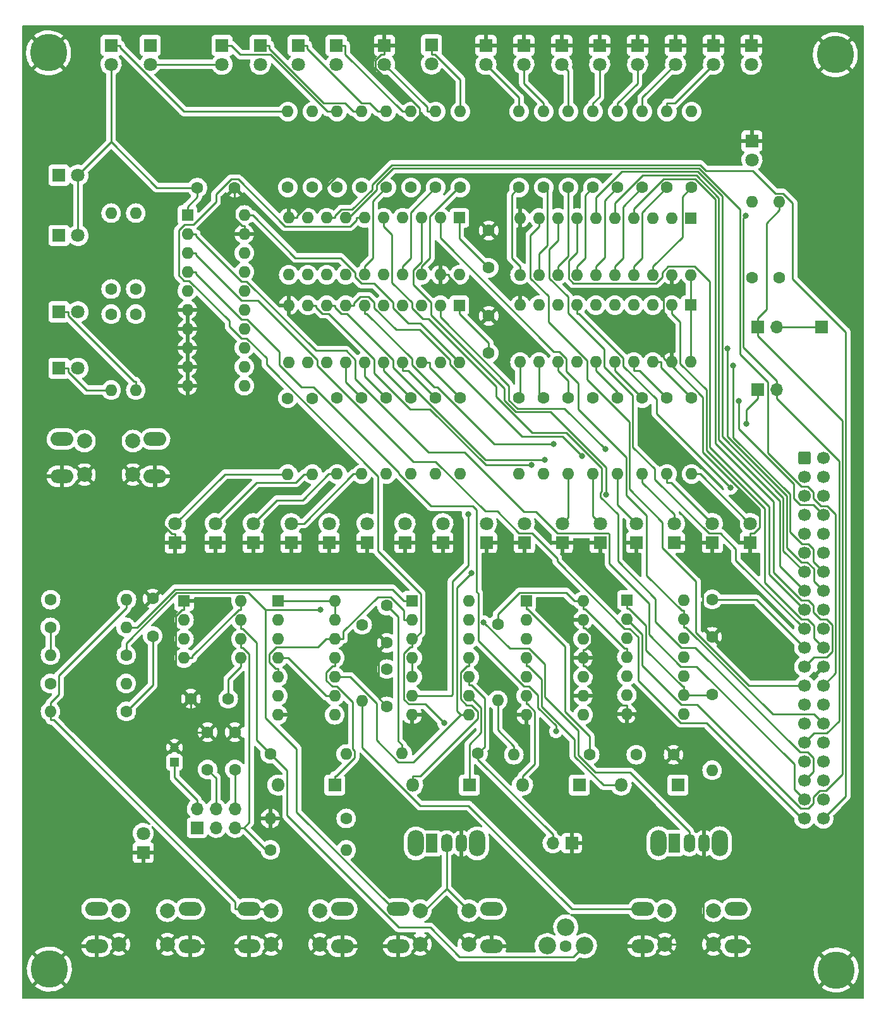
<source format=gbr>
%TF.GenerationSoftware,KiCad,Pcbnew,(6.0.9)*%
%TF.CreationDate,2022-11-23T18:20:09+10:30*%
%TF.ProjectId,DasBlinkenLights,44617342-6c69-46e6-9b65-6e4c69676874,rev?*%
%TF.SameCoordinates,Original*%
%TF.FileFunction,Copper,L2,Bot*%
%TF.FilePolarity,Positive*%
%FSLAX46Y46*%
G04 Gerber Fmt 4.6, Leading zero omitted, Abs format (unit mm)*
G04 Created by KiCad (PCBNEW (6.0.9)) date 2022-11-23 18:20:09*
%MOMM*%
%LPD*%
G01*
G04 APERTURE LIST*
G04 Aperture macros list*
%AMRoundRect*
0 Rectangle with rounded corners*
0 $1 Rounding radius*
0 $2 $3 $4 $5 $6 $7 $8 $9 X,Y pos of 4 corners*
0 Add a 4 corners polygon primitive as box body*
4,1,4,$2,$3,$4,$5,$6,$7,$8,$9,$2,$3,0*
0 Add four circle primitives for the rounded corners*
1,1,$1+$1,$2,$3*
1,1,$1+$1,$4,$5*
1,1,$1+$1,$6,$7*
1,1,$1+$1,$8,$9*
0 Add four rect primitives between the rounded corners*
20,1,$1+$1,$2,$3,$4,$5,0*
20,1,$1+$1,$4,$5,$6,$7,0*
20,1,$1+$1,$6,$7,$8,$9,0*
20,1,$1+$1,$8,$9,$2,$3,0*%
G04 Aperture macros list end*
%TA.AperFunction,ComponentPad*%
%ADD10R,1.600000X1.600000*%
%TD*%
%TA.AperFunction,ComponentPad*%
%ADD11O,1.600000X1.600000*%
%TD*%
%TA.AperFunction,ComponentPad*%
%ADD12R,1.800000X1.800000*%
%TD*%
%TA.AperFunction,ComponentPad*%
%ADD13C,1.800000*%
%TD*%
%TA.AperFunction,ComponentPad*%
%ADD14C,1.600000*%
%TD*%
%TA.AperFunction,ComponentPad*%
%ADD15O,1.800000X1.800000*%
%TD*%
%TA.AperFunction,ComponentPad*%
%ADD16C,5.000000*%
%TD*%
%TA.AperFunction,ComponentPad*%
%ADD17R,1.200000X1.200000*%
%TD*%
%TA.AperFunction,ComponentPad*%
%ADD18C,1.200000*%
%TD*%
%TA.AperFunction,ComponentPad*%
%ADD19R,1.700000X1.700000*%
%TD*%
%TA.AperFunction,ComponentPad*%
%ADD20O,2.200000X3.500000*%
%TD*%
%TA.AperFunction,ComponentPad*%
%ADD21R,1.500000X2.500000*%
%TD*%
%TA.AperFunction,ComponentPad*%
%ADD22O,1.500000X2.500000*%
%TD*%
%TA.AperFunction,ComponentPad*%
%ADD23RoundRect,0.250000X-0.600000X-0.600000X0.600000X-0.600000X0.600000X0.600000X-0.600000X0.600000X0*%
%TD*%
%TA.AperFunction,ComponentPad*%
%ADD24C,1.700000*%
%TD*%
%TA.AperFunction,ComponentPad*%
%ADD25C,2.000000*%
%TD*%
%TA.AperFunction,ComponentPad*%
%ADD26O,3.048000X1.850000*%
%TD*%
%TA.AperFunction,ComponentPad*%
%ADD27O,1.700000X1.700000*%
%TD*%
%TA.AperFunction,ComponentPad*%
%ADD28C,2.340000*%
%TD*%
%TA.AperFunction,ViaPad*%
%ADD29C,0.800000*%
%TD*%
%TA.AperFunction,Conductor*%
%ADD30C,0.250000*%
%TD*%
G04 APERTURE END LIST*
D10*
%TO.P,U6,1,A->B*%
%TO.N,+5V*%
X139369800Y-50514800D03*
D11*
%TO.P,U6,2,A0*%
%TO.N,/~{RESET}*%
X136829800Y-50514800D03*
%TO.P,U6,3,A1*%
%TO.N,/CLK*%
X134289800Y-50514800D03*
%TO.P,U6,4,A2*%
%TO.N,/~{M1}*%
X131749800Y-50514800D03*
%TO.P,U6,5,A3*%
%TO.N,/~{HALT}*%
X129209800Y-50514800D03*
%TO.P,U6,6,A4*%
%TO.N,/~{WAIT}*%
X126669800Y-50514800D03*
%TO.P,U6,7,A5*%
%TO.N,/~{RFSH}*%
X124129800Y-50514800D03*
%TO.P,U6,8,A6*%
%TO.N,/~{RD}*%
X121589800Y-50514800D03*
%TO.P,U6,9,A7*%
%TO.N,/~{WR}*%
X119049800Y-50514800D03*
%TO.P,U6,10,GND*%
%TO.N,GND*%
X116509800Y-50514800D03*
%TO.P,U6,11,B7*%
%TO.N,Net-(R38-Pad1)*%
X116509800Y-58134800D03*
%TO.P,U6,12,B6*%
%TO.N,Net-(R37-Pad1)*%
X119049800Y-58134800D03*
%TO.P,U6,13,B5*%
%TO.N,Net-(R36-Pad1)*%
X121589800Y-58134800D03*
%TO.P,U6,14,B4*%
%TO.N,Net-(R35-Pad1)*%
X124129800Y-58134800D03*
%TO.P,U6,15,B3*%
%TO.N,Net-(R34-Pad1)*%
X126669800Y-58134800D03*
%TO.P,U6,16,B2*%
%TO.N,Net-(R33-Pad1)*%
X129209800Y-58134800D03*
%TO.P,U6,17,B1*%
%TO.N,Net-(R32-Pad1)*%
X131749800Y-58134800D03*
%TO.P,U6,18,B0*%
%TO.N,Net-(R31-Pad1)*%
X134289800Y-58134800D03*
%TO.P,U6,19,CE*%
%TO.N,GND*%
X136829800Y-58134800D03*
%TO.P,U6,20,VCC*%
%TO.N,+5V*%
X139369800Y-58134800D03*
%TD*%
D10*
%TO.P,U4,1,A->B*%
%TO.N,+5V*%
X139364800Y-62208800D03*
D11*
%TO.P,U4,2,A0*%
%TO.N,/A8*%
X136824800Y-62208800D03*
%TO.P,U4,3,A1*%
%TO.N,/A9*%
X134284800Y-62208800D03*
%TO.P,U4,4,A2*%
%TO.N,/A10*%
X131744800Y-62208800D03*
%TO.P,U4,5,A3*%
%TO.N,/A11*%
X129204800Y-62208800D03*
%TO.P,U4,6,A4*%
%TO.N,/A12*%
X126664800Y-62208800D03*
%TO.P,U4,7,A5*%
%TO.N,/A13*%
X124124800Y-62208800D03*
%TO.P,U4,8,A6*%
%TO.N,/A14*%
X121584800Y-62208800D03*
%TO.P,U4,9,A7*%
%TO.N,/A15*%
X119044800Y-62208800D03*
%TO.P,U4,10,GND*%
%TO.N,GND*%
X116504800Y-62208800D03*
%TO.P,U4,11,B7*%
%TO.N,Net-(R20-Pad1)*%
X116504800Y-69828800D03*
%TO.P,U4,12,B6*%
%TO.N,Net-(R19-Pad1)*%
X119044800Y-69828800D03*
%TO.P,U4,13,B5*%
%TO.N,Net-(R18-Pad1)*%
X121584800Y-69828800D03*
%TO.P,U4,14,B4*%
%TO.N,Net-(R17-Pad1)*%
X124124800Y-69828800D03*
%TO.P,U4,15,B3*%
%TO.N,Net-(R16-Pad1)*%
X126664800Y-69828800D03*
%TO.P,U4,16,B2*%
%TO.N,Net-(R15-Pad1)*%
X129204800Y-69828800D03*
%TO.P,U4,17,B1*%
%TO.N,Net-(R14-Pad1)*%
X131744800Y-69828800D03*
%TO.P,U4,18,B0*%
%TO.N,Net-(R13-Pad1)*%
X134284800Y-69828800D03*
%TO.P,U4,19,CE*%
%TO.N,GND*%
X136824800Y-69828800D03*
%TO.P,U4,20,VCC*%
%TO.N,+5V*%
X139364800Y-69828800D03*
%TD*%
D12*
%TO.P,D36,1,K*%
%TO.N,Net-(D36-Pad1)*%
X85720000Y-52872000D03*
D13*
%TO.P,D36,2,A*%
%TO.N,+5V*%
X88260000Y-52872000D03*
%TD*%
D12*
%TO.P,D32,1,K*%
%TO.N,Net-(D32-Pad1)*%
X107569000Y-27427200D03*
D13*
%TO.P,D32,2,A*%
%TO.N,+5V*%
X107569000Y-29967200D03*
%TD*%
D14*
%TO.P,R7,1*%
%TO.N,Net-(R7-Pad1)*%
X163880800Y-74639800D03*
D11*
%TO.P,R7,2*%
%TO.N,Net-(D5-Pad2)*%
X163880800Y-84799800D03*
%TD*%
D12*
%TO.P,D17,1,K*%
%TO.N,GND*%
X106680000Y-93975000D03*
D13*
%TO.P,D17,2,A*%
%TO.N,Net-(D17-Pad2)*%
X106680000Y-91435000D03*
%TD*%
D14*
%TO.P,R10,1*%
%TO.N,Net-(R10-Pad1)*%
X153974800Y-74639800D03*
D11*
%TO.P,R10,2*%
%TO.N,Net-(D8-Pad2)*%
X153974800Y-84799800D03*
%TD*%
D14*
%TO.P,R44,1*%
%TO.N,Net-(R44-Pad1)*%
X114020600Y-122275600D03*
D11*
%TO.P,R44,2*%
%TO.N,+5V*%
X124180600Y-122275600D03*
%TD*%
D14*
%TO.P,R42,1*%
%TO.N,Net-(R42-Pad1)*%
X92710000Y-63413000D03*
D11*
%TO.P,R42,2*%
%TO.N,Net-(D38-Pad1)*%
X92710000Y-73573000D03*
%TD*%
D14*
%TO.P,R38,1*%
%TO.N,Net-(R38-Pad1)*%
X116382800Y-46450800D03*
D11*
%TO.P,R38,2*%
%TO.N,Net-(D34-Pad1)*%
X116382800Y-36290800D03*
%TD*%
D14*
%TO.P,R34,1*%
%TO.N,Net-(R34-Pad1)*%
X129590800Y-46450800D03*
D11*
%TO.P,R34,2*%
%TO.N,Net-(D30-Pad1)*%
X129590800Y-36290800D03*
%TD*%
D14*
%TO.P,R49,1*%
%TO.N,+5V*%
X84607400Y-101625400D03*
D11*
%TO.P,R49,2*%
%TO.N,Net-(R48-Pad2)*%
X94767400Y-101625400D03*
%TD*%
D12*
%TO.P,D8,1,K*%
%TO.N,GND*%
X153167000Y-93970000D03*
D13*
%TO.P,D8,2,A*%
%TO.N,Net-(D8-Pad2)*%
X153167000Y-91430000D03*
%TD*%
D14*
%TO.P,R15,1*%
%TO.N,Net-(R15-Pad1)*%
X132892800Y-74644800D03*
D11*
%TO.P,R15,2*%
%TO.N,Net-(D13-Pad2)*%
X132892800Y-84804800D03*
%TD*%
D12*
%TO.P,D22,1,K*%
%TO.N,GND*%
X163245800Y-27427200D03*
D13*
%TO.P,D22,2,A*%
%TO.N,Net-(D22-Pad2)*%
X163245800Y-29967200D03*
%TD*%
D12*
%TO.P,D42,1,K*%
%TO.N,Net-(D39-Pad1)*%
X122656600Y-126441200D03*
D15*
%TO.P,D42,2,A*%
%TO.N,Net-(D41-Pad2)*%
X115036600Y-126441200D03*
%TD*%
D14*
%TO.P,C9,1*%
%TO.N,Net-(C9-Pad1)*%
X98272600Y-106487600D03*
%TO.P,C9,2*%
%TO.N,GND*%
X98272600Y-101487600D03*
%TD*%
D12*
%TO.P,D27,1,K*%
%TO.N,Net-(D27-Pad1)*%
X135636000Y-27376400D03*
D13*
%TO.P,D27,2,A*%
%TO.N,+5V*%
X135636000Y-29916400D03*
%TD*%
D14*
%TO.P,R23,1*%
%TO.N,Net-(R23-Pad1)*%
X163880800Y-46450800D03*
D11*
%TO.P,R23,2*%
%TO.N,Net-(D21-Pad2)*%
X163880800Y-36290800D03*
%TD*%
D12*
%TO.P,D18,1,K*%
%TO.N,GND*%
X101295200Y-94030800D03*
D13*
%TO.P,D18,2,A*%
%TO.N,Net-(D18-Pad2)*%
X101295200Y-91490800D03*
%TD*%
D14*
%TO.P,R28,1*%
%TO.N,Net-(R28-Pad1)*%
X147370800Y-46450800D03*
D11*
%TO.P,R28,2*%
%TO.N,Net-(D26-Pad2)*%
X147370800Y-36290800D03*
%TD*%
D14*
%TO.P,R39,1*%
%TO.N,Net-(R39-Pad1)*%
X96012000Y-60045600D03*
D11*
%TO.P,R39,2*%
%TO.N,Net-(D35-Pad1)*%
X96012000Y-49885600D03*
%TD*%
D12*
%TO.P,D29,1,K*%
%TO.N,Net-(D29-Pad1)*%
X122859800Y-27427200D03*
D13*
%TO.P,D29,2,A*%
%TO.N,+5V*%
X122859800Y-29967200D03*
%TD*%
D12*
%TO.P,D16,1,K*%
%TO.N,GND*%
X111760000Y-93980000D03*
D13*
%TO.P,D16,2,A*%
%TO.N,Net-(D16-Pad2)*%
X111760000Y-91440000D03*
%TD*%
D12*
%TO.P,D34,1,K*%
%TO.N,Net-(D34-Pad1)*%
X92710000Y-27427200D03*
D13*
%TO.P,D34,2,A*%
%TO.N,+5V*%
X92710000Y-29967200D03*
%TD*%
D14*
%TO.P,R30,1*%
%TO.N,Net-(C4-Pad1)*%
X126339600Y-104978200D03*
D11*
%TO.P,R30,2*%
%TO.N,Net-(R29-Pad2)*%
X126339600Y-115138200D03*
%TD*%
D14*
%TO.P,R48,1*%
%TO.N,Net-(C9-Pad1)*%
X94742000Y-116586000D03*
D11*
%TO.P,R48,2*%
%TO.N,Net-(R48-Pad2)*%
X84582000Y-116586000D03*
%TD*%
D14*
%TO.P,R27,1*%
%TO.N,Net-(R27-Pad1)*%
X150672800Y-46450800D03*
D11*
%TO.P,R27,2*%
%TO.N,Net-(D25-Pad2)*%
X150672800Y-36290800D03*
%TD*%
D16*
%TO.P,H1,1,1*%
%TO.N,GND*%
X84328000Y-28422600D03*
%TD*%
D12*
%TO.P,D4,1,K*%
%TO.N,GND*%
X173257200Y-93970000D03*
D13*
%TO.P,D4,2,A*%
%TO.N,Net-(D4-Pad2)*%
X173257200Y-91430000D03*
%TD*%
D14*
%TO.P,R19,1*%
%TO.N,Net-(R19-Pad1)*%
X119679800Y-74654800D03*
D11*
%TO.P,R19,2*%
%TO.N,Net-(D17-Pad2)*%
X119679800Y-84814800D03*
%TD*%
D17*
%TO.P,C6,1*%
%TO.N,Net-(C6-Pad1)*%
X101193600Y-123393200D03*
D18*
%TO.P,C6,2*%
%TO.N,GND*%
X101193600Y-121393200D03*
%TD*%
D12*
%TO.P,D12,1,K*%
%TO.N,GND*%
X132080000Y-93980000D03*
D13*
%TO.P,D12,2,A*%
%TO.N,Net-(D12-Pad2)*%
X132080000Y-91440000D03*
%TD*%
D14*
%TO.P,R14,1*%
%TO.N,Net-(R14-Pad1)*%
X136194800Y-74644800D03*
D11*
%TO.P,R14,2*%
%TO.N,Net-(D12-Pad2)*%
X136194800Y-84804800D03*
%TD*%
D14*
%TO.P,R4,1*%
%TO.N,Net-(R4-Pad1)*%
X173228000Y-114300000D03*
D11*
%TO.P,R4,2*%
%TO.N,Net-(D2-Pad2)*%
X173228000Y-124460000D03*
%TD*%
D16*
%TO.P,H3,1,1*%
%TO.N,GND*%
X189839600Y-151206200D03*
%TD*%
D19*
%TO.P,J3,1,Pin_1*%
%TO.N,~{ROM CS}*%
X187858400Y-65125600D03*
%TD*%
D14*
%TO.P,R26,1*%
%TO.N,Net-(R26-Pad1)*%
X153974800Y-46450800D03*
D11*
%TO.P,R26,2*%
%TO.N,Net-(D24-Pad2)*%
X153974800Y-36290800D03*
%TD*%
D14*
%TO.P,R3,1*%
%TO.N,+5V*%
X178562000Y-58521600D03*
D11*
%TO.P,R3,2*%
%TO.N,Net-(D1-Pad2)*%
X178562000Y-48361600D03*
%TD*%
D12*
%TO.P,D30,1,K*%
%TO.N,Net-(D30-Pad1)*%
X117779800Y-27427200D03*
D13*
%TO.P,D30,2,A*%
%TO.N,+5V*%
X117779800Y-29967200D03*
%TD*%
D10*
%TO.P,U2,1,~{R}*%
%TO.N,Net-(R4-Pad1)*%
X161808000Y-101671200D03*
D11*
%TO.P,U2,2,D*%
%TO.N,Net-(J2-Pad1)*%
X161808000Y-104211200D03*
%TO.P,U2,3,C*%
%TO.N,/~{M1}*%
X161808000Y-106751200D03*
%TO.P,U2,4,~{S}*%
%TO.N,+5V*%
X161808000Y-109291200D03*
%TO.P,U2,5,Q*%
%TO.N,unconnected-(U2-Pad5)*%
X161808000Y-111831200D03*
%TO.P,U2,6,~{Q}*%
%TO.N,Net-(U2-Pad6)*%
X161808000Y-114371200D03*
%TO.P,U2,7,GND*%
%TO.N,GND*%
X161808000Y-116911200D03*
%TO.P,U2,8,~{Q}*%
%TO.N,Net-(U2-Pad12)*%
X169428000Y-116911200D03*
%TO.P,U2,9,Q*%
%TO.N,Net-(R4-Pad1)*%
X169428000Y-114371200D03*
%TO.P,U2,10,~{S}*%
%TO.N,+5V*%
X169428000Y-111831200D03*
%TO.P,U2,11,C*%
%TO.N,Net-(U1-Pad2)*%
X169428000Y-109291200D03*
%TO.P,U2,12,D*%
%TO.N,Net-(U2-Pad12)*%
X169428000Y-106751200D03*
%TO.P,U2,13,~{R}*%
%TO.N,/~{RESET}*%
X169428000Y-104211200D03*
%TO.P,U2,14,VCC*%
%TO.N,+5V*%
X169428000Y-101671200D03*
%TD*%
D12*
%TO.P,D3,1,K*%
%TO.N,GND*%
X178337200Y-93970000D03*
D13*
%TO.P,D3,2,A*%
%TO.N,Net-(D3-Pad2)*%
X178337200Y-91430000D03*
%TD*%
D14*
%TO.P,C1,1*%
%TO.N,Net-(C1-Pad1)*%
X163068000Y-122377200D03*
%TO.P,C1,2*%
%TO.N,GND*%
X168068000Y-122377200D03*
%TD*%
D20*
%TO.P,SW4,*%
%TO.N,*%
X174254600Y-134231700D03*
X166054600Y-134231700D03*
D21*
%TO.P,SW4,1,A*%
%TO.N,unconnected-(SW4-Pad1)*%
X168154600Y-134231700D03*
D22*
%TO.P,SW4,2,B*%
%TO.N,Net-(R50-Pad2)*%
X170154600Y-134231700D03*
%TO.P,SW4,3,C*%
%TO.N,GND*%
X172154600Y-134231700D03*
%TD*%
D12*
%TO.P,D41,1,K*%
%TO.N,Net-(D40-Pad1)*%
X140716000Y-126441200D03*
D15*
%TO.P,D41,2,A*%
%TO.N,Net-(D41-Pad2)*%
X133096000Y-126441200D03*
%TD*%
D14*
%TO.P,R33,1*%
%TO.N,Net-(R33-Pad1)*%
X132892800Y-46450800D03*
D11*
%TO.P,R33,2*%
%TO.N,Net-(D29-Pad1)*%
X132892800Y-36290800D03*
%TD*%
D14*
%TO.P,C5,1*%
%TO.N,Net-(C5-Pad1)*%
X108392600Y-114884200D03*
%TO.P,C5,2*%
%TO.N,GND*%
X103392600Y-114884200D03*
%TD*%
%TO.P,C7,1*%
%TO.N,+5V*%
X129641600Y-102402000D03*
%TO.P,C7,2*%
%TO.N,GND*%
X129641600Y-107402000D03*
%TD*%
%TO.P,R18,1*%
%TO.N,Net-(R18-Pad1)*%
X122986800Y-74644800D03*
D11*
%TO.P,R18,2*%
%TO.N,Net-(D16-Pad2)*%
X122986800Y-84804800D03*
%TD*%
D14*
%TO.P,R8,1*%
%TO.N,Net-(R8-Pad1)*%
X160578800Y-74639800D03*
D11*
%TO.P,R8,2*%
%TO.N,Net-(D6-Pad2)*%
X160578800Y-84799800D03*
%TD*%
D14*
%TO.P,R24,1*%
%TO.N,Net-(R24-Pad1)*%
X160578800Y-46450800D03*
D11*
%TO.P,R24,2*%
%TO.N,Net-(D22-Pad2)*%
X160578800Y-36290800D03*
%TD*%
D12*
%TO.P,D2,1,K*%
%TO.N,GND*%
X97002600Y-135463200D03*
D13*
%TO.P,D2,2,A*%
%TO.N,Net-(D2-Pad2)*%
X97002600Y-132923200D03*
%TD*%
D14*
%TO.P,C2,1*%
%TO.N,+5V*%
X143306800Y-68630800D03*
%TO.P,C2,2*%
%TO.N,GND*%
X143306800Y-63630800D03*
%TD*%
%TO.P,R36,1*%
%TO.N,Net-(R36-Pad1)*%
X122986800Y-46450800D03*
D11*
%TO.P,R36,2*%
%TO.N,Net-(D32-Pad1)*%
X122986800Y-36290800D03*
%TD*%
D12*
%TO.P,D39,1,K*%
%TO.N,Net-(D39-Pad1)*%
X168656000Y-126441200D03*
D15*
%TO.P,D39,2,A*%
%TO.N,Net-(D39-Pad2)*%
X161036000Y-126441200D03*
%TD*%
D14*
%TO.P,R46,1*%
%TO.N,Net-(J4-Pad2)*%
X141859000Y-122224800D03*
D11*
%TO.P,R46,2*%
%TO.N,+5V*%
X131699000Y-122224800D03*
%TD*%
D14*
%TO.P,R50,1*%
%TO.N,+5V*%
X84556600Y-105333800D03*
D11*
%TO.P,R50,2*%
%TO.N,Net-(R50-Pad2)*%
X94716600Y-105333800D03*
%TD*%
D12*
%TO.P,D26,1,K*%
%TO.N,GND*%
X142925800Y-27427200D03*
D13*
%TO.P,D26,2,A*%
%TO.N,Net-(D26-Pad2)*%
X142925800Y-29967200D03*
%TD*%
D23*
%TO.P,J1,1,Pin_1*%
%TO.N,/A11*%
X185581900Y-82651600D03*
D24*
%TO.P,J1,2,Pin_2*%
%TO.N,/A12*%
X185581900Y-85191600D03*
%TO.P,J1,3,Pin_3*%
%TO.N,/A13*%
X185581900Y-87731600D03*
%TO.P,J1,4,Pin_4*%
%TO.N,/A14*%
X185581900Y-90271600D03*
%TO.P,J1,5,Pin_5*%
%TO.N,/A15*%
X185581900Y-92811600D03*
%TO.P,J1,6,Pin_6*%
%TO.N,/CLK*%
X185581900Y-95351600D03*
%TO.P,J1,7,Pin_7*%
%TO.N,/D4*%
X185581900Y-97891600D03*
%TO.P,J1,8,Pin_8*%
%TO.N,/D3*%
X185581900Y-100431600D03*
%TO.P,J1,9,Pin_9*%
%TO.N,/D5*%
X185581900Y-102971600D03*
%TO.P,J1,10,Pin_10*%
%TO.N,/D6*%
X185581900Y-105511600D03*
%TO.P,J1,11,Pin_11*%
%TO.N,+5V*%
X185581900Y-108051600D03*
%TO.P,J1,12,Pin_12*%
%TO.N,/D2*%
X185581900Y-110591600D03*
%TO.P,J1,13,Pin_13*%
%TO.N,/D7*%
X185581900Y-113131600D03*
%TO.P,J1,14,Pin_14*%
%TO.N,/D0*%
X185581900Y-115671600D03*
%TO.P,J1,15,Pin_15*%
%TO.N,/D1*%
X185581900Y-118211600D03*
%TO.P,J1,16,Pin_16*%
%TO.N,/~{INT}*%
X185581900Y-120751600D03*
%TO.P,J1,17,Pin_17*%
%TO.N,/~{NMI}*%
X185581900Y-123291600D03*
%TO.P,J1,18,Pin_18*%
%TO.N,/~{HALT}*%
X185581900Y-125831600D03*
%TO.P,J1,19,Pin_19*%
%TO.N,/~{MREQ}*%
X185581900Y-128371600D03*
%TO.P,J1,20,Pin_20*%
%TO.N,/~{IORQ}*%
X185581900Y-130911600D03*
%TO.P,J1,21,Pin_21*%
%TO.N,/~{RD}*%
X188121900Y-130911600D03*
%TO.P,J1,22,Pin_22*%
%TO.N,/~{WR}*%
X188121900Y-128371600D03*
%TO.P,J1,23,Pin_23*%
%TO.N,unconnected-(J1-Pad23)*%
X188121900Y-125831600D03*
%TO.P,J1,24,Pin_24*%
%TO.N,/~{WAIT}*%
X188121900Y-123291600D03*
%TO.P,J1,25,Pin_25*%
%TO.N,unconnected-(J1-Pad25)*%
X188121900Y-120751600D03*
%TO.P,J1,26,Pin_26*%
%TO.N,/~{RESET}*%
X188121900Y-118211600D03*
%TO.P,J1,27,Pin_27*%
%TO.N,/~{M1}*%
X188121900Y-115671600D03*
%TO.P,J1,28,Pin_28*%
%TO.N,/~{RFSH}*%
X188121900Y-113131600D03*
%TO.P,J1,29,Pin_29*%
%TO.N,GND*%
X188121900Y-110591600D03*
%TO.P,J1,30,Pin_30*%
%TO.N,/A0*%
X188121900Y-108051600D03*
%TO.P,J1,31,Pin_31*%
%TO.N,/A1*%
X188121900Y-105511600D03*
%TO.P,J1,32,Pin_32*%
%TO.N,/A2*%
X188121900Y-102971600D03*
%TO.P,J1,33,Pin_33*%
%TO.N,/A3*%
X188121900Y-100431600D03*
%TO.P,J1,34,Pin_34*%
%TO.N,/A4*%
X188121900Y-97891600D03*
%TO.P,J1,35,Pin_35*%
%TO.N,/A5*%
X188121900Y-95351600D03*
%TO.P,J1,36,Pin_36*%
%TO.N,/A6*%
X188121900Y-92811600D03*
%TO.P,J1,37,Pin_37*%
%TO.N,/A7*%
X188121900Y-90271600D03*
%TO.P,J1,38,Pin_38*%
%TO.N,/A8*%
X188121900Y-87731600D03*
%TO.P,J1,39,Pin_39*%
%TO.N,/A9*%
X188121900Y-85191600D03*
%TO.P,J1,40,Pin_40*%
%TO.N,/A10*%
X188121900Y-82651600D03*
%TD*%
D10*
%TO.P,U8,1*%
%TO.N,Net-(R50-Pad2)*%
X133045200Y-101777800D03*
D11*
%TO.P,U8,2*%
%TO.N,Net-(U8-Pad2)*%
X133045200Y-104317800D03*
%TO.P,U8,3*%
%TO.N,/~{WAIT}*%
X133045200Y-106857800D03*
%TO.P,U8,4*%
%TO.N,Net-(U2-Pad6)*%
X133045200Y-109397800D03*
%TO.P,U8,5*%
X133045200Y-111937800D03*
%TO.P,U8,6*%
%TO.N,Net-(J6-Pad1)*%
X133045200Y-114477800D03*
%TO.P,U8,7,GND*%
%TO.N,GND*%
X133045200Y-117017800D03*
%TO.P,U8,8*%
%TO.N,/CLK*%
X140665200Y-117017800D03*
%TO.P,U8,9*%
%TO.N,Net-(D40-Pad1)*%
X140665200Y-114477800D03*
%TO.P,U8,10*%
%TO.N,Net-(J4-Pad2)*%
X140665200Y-111937800D03*
%TO.P,U8,11*%
%TO.N,Net-(D41-Pad2)*%
X140665200Y-109397800D03*
%TO.P,U8,12*%
%TO.N,Net-(U10-Pad3)*%
X140665200Y-106857800D03*
%TO.P,U8,13*%
%TO.N,Net-(R51-Pad1)*%
X140665200Y-104317800D03*
%TO.P,U8,14,VCC*%
%TO.N,+5V*%
X140665200Y-101777800D03*
%TD*%
D14*
%TO.P,R16,1*%
%TO.N,Net-(R16-Pad1)*%
X129590800Y-74644800D03*
D11*
%TO.P,R16,2*%
%TO.N,Net-(D14-Pad2)*%
X129590800Y-84804800D03*
%TD*%
D12*
%TO.P,D7,1,K*%
%TO.N,GND*%
X158247000Y-93970000D03*
D13*
%TO.P,D7,2,A*%
%TO.N,Net-(D7-Pad2)*%
X158247000Y-91430000D03*
%TD*%
D25*
%TO.P,SW1,1,1*%
%TO.N,GND*%
X100240000Y-147761200D03*
X93740000Y-147761200D03*
D26*
X90768000Y-148042000D03*
X103268000Y-148042000D03*
D25*
%TO.P,SW1,2,2*%
%TO.N,Net-(R1-Pad2)*%
X100240000Y-143261200D03*
D26*
X90768000Y-143042000D03*
D25*
X93740000Y-143261200D03*
D26*
X103268000Y-143042000D03*
%TD*%
D12*
%TO.P,D13,1,K*%
%TO.N,GND*%
X127000000Y-93980000D03*
D13*
%TO.P,D13,2,A*%
%TO.N,Net-(D13-Pad2)*%
X127000000Y-91440000D03*
%TD*%
D14*
%TO.P,C8,1*%
%TO.N,+5V*%
X104256200Y-46482000D03*
%TO.P,C8,2*%
%TO.N,GND*%
X109256200Y-46482000D03*
%TD*%
D12*
%TO.P,D15,1,K*%
%TO.N,GND*%
X116840000Y-93980000D03*
D13*
%TO.P,D15,2,A*%
%TO.N,Net-(D15-Pad2)*%
X116840000Y-91440000D03*
%TD*%
D14*
%TO.P,C4,1*%
%TO.N,Net-(C4-Pad1)*%
X129641600Y-110921800D03*
%TO.P,C4,2*%
%TO.N,GND*%
X129641600Y-115921800D03*
%TD*%
%TO.P,R45,1*%
%TO.N,Net-(J5-Pad1)*%
X114046000Y-135128000D03*
D11*
%TO.P,R45,2*%
%TO.N,Net-(R45-Pad2)*%
X124206000Y-135128000D03*
%TD*%
D14*
%TO.P,C10,1*%
%TO.N,Net-(C10-Pad1)*%
X109285800Y-124368800D03*
%TO.P,C10,2*%
%TO.N,GND*%
X109285800Y-119368800D03*
%TD*%
D12*
%TO.P,D9,1,K*%
%TO.N,GND*%
X148087000Y-93970000D03*
D13*
%TO.P,D9,2,A*%
%TO.N,Net-(D9-Pad2)*%
X148087000Y-91430000D03*
%TD*%
D12*
%TO.P,D37,1,K*%
%TO.N,Net-(D37-Pad1)*%
X85720000Y-63093600D03*
D13*
%TO.P,D37,2,A*%
%TO.N,+5V*%
X88260000Y-63093600D03*
%TD*%
D14*
%TO.P,R2,1*%
%TO.N,Net-(C1-Pad1)*%
X156819600Y-122377200D03*
D11*
%TO.P,R2,2*%
%TO.N,Net-(R1-Pad2)*%
X146659600Y-122377200D03*
%TD*%
D14*
%TO.P,R31,1*%
%TO.N,Net-(R31-Pad1)*%
X139496800Y-46450800D03*
D11*
%TO.P,R31,2*%
%TO.N,Net-(D27-Pad1)*%
X139496800Y-36290800D03*
%TD*%
D12*
%TO.P,D10,1,K*%
%TO.N,GND*%
X143007000Y-93970000D03*
D13*
%TO.P,D10,2,A*%
%TO.N,Net-(D10-Pad2)*%
X143007000Y-91430000D03*
%TD*%
D14*
%TO.P,R1,1*%
%TO.N,+5V*%
X144500600Y-104927400D03*
D11*
%TO.P,R1,2*%
%TO.N,Net-(R1-Pad2)*%
X144500600Y-115087400D03*
%TD*%
D26*
%TO.P,SW7,1,1*%
%TO.N,GND*%
X111198000Y-148042000D03*
D25*
X114170000Y-147761200D03*
X120670000Y-147761200D03*
D26*
X123698000Y-148042000D03*
%TO.P,SW7,2,2*%
%TO.N,Net-(R48-Pad2)*%
X111198000Y-143042000D03*
D25*
X120670000Y-143261200D03*
X114170000Y-143261200D03*
D26*
X123698000Y-143042000D03*
%TD*%
D12*
%TO.P,D20,1,K*%
%TO.N,GND*%
X173405800Y-27427200D03*
D13*
%TO.P,D20,2,A*%
%TO.N,Net-(D20-Pad2)*%
X173405800Y-29967200D03*
%TD*%
D12*
%TO.P,D28,1,K*%
%TO.N,GND*%
X129336800Y-27427200D03*
D13*
%TO.P,D28,2,A*%
%TO.N,Net-(D28-Pad2)*%
X129336800Y-29967200D03*
%TD*%
D14*
%TO.P,R37,1*%
%TO.N,Net-(R37-Pad1)*%
X119684800Y-46450800D03*
D11*
%TO.P,R37,2*%
%TO.N,Net-(D33-Pad1)*%
X119684800Y-36290800D03*
%TD*%
D14*
%TO.P,R41,1*%
%TO.N,Net-(R41-Pad1)*%
X96012000Y-63413000D03*
D11*
%TO.P,R41,2*%
%TO.N,Net-(D37-Pad1)*%
X96012000Y-73573000D03*
%TD*%
D14*
%TO.P,R22,1*%
%TO.N,Net-(R22-Pad1)*%
X167182800Y-46450800D03*
D11*
%TO.P,R22,2*%
%TO.N,Net-(D20-Pad2)*%
X167182800Y-36290800D03*
%TD*%
D12*
%TO.P,D23,1,K*%
%TO.N,GND*%
X158165800Y-27427200D03*
D13*
%TO.P,D23,2,A*%
%TO.N,Net-(D23-Pad2)*%
X158165800Y-29967200D03*
%TD*%
D14*
%TO.P,R47,1*%
%TO.N,Net-(D40-Pad1)*%
X124206000Y-130911600D03*
D11*
%TO.P,R47,2*%
%TO.N,GND*%
X114046000Y-130911600D03*
%TD*%
D19*
%TO.P,J5,1,Pin_1*%
%TO.N,Net-(J5-Pad1)*%
X104216200Y-132156200D03*
D27*
%TO.P,J5,2,Pin_2*%
%TO.N,Net-(C6-Pad1)*%
X104216200Y-129616200D03*
%TO.P,J5,3,Pin_3*%
%TO.N,Net-(J5-Pad1)*%
X106756200Y-132156200D03*
%TO.P,J5,4,Pin_4*%
%TO.N,Net-(C11-Pad1)*%
X106756200Y-129616200D03*
%TO.P,J5,5,Pin_5*%
%TO.N,Net-(J5-Pad1)*%
X109296200Y-132156200D03*
%TO.P,J5,6,Pin_6*%
%TO.N,Net-(C10-Pad1)*%
X109296200Y-129616200D03*
%TD*%
D20*
%TO.P,SW6,*%
%TO.N,*%
X141742600Y-134257100D03*
X133542600Y-134257100D03*
D21*
%TO.P,SW6,1,A*%
%TO.N,unconnected-(SW6-Pad1)*%
X135642600Y-134257100D03*
D22*
%TO.P,SW6,2,B*%
%TO.N,Net-(R51-Pad1)*%
X137642600Y-134257100D03*
%TO.P,SW6,3,C*%
%TO.N,GND*%
X139642600Y-134257100D03*
%TD*%
D12*
%TO.P,D19,1,K*%
%TO.N,GND*%
X178485800Y-27427200D03*
D13*
%TO.P,D19,2,A*%
%TO.N,Net-(D19-Pad2)*%
X178485800Y-29967200D03*
%TD*%
D14*
%TO.P,R29,1*%
%TO.N,+5V*%
X84556600Y-112852200D03*
D11*
%TO.P,R29,2*%
%TO.N,Net-(R29-Pad2)*%
X94716600Y-112852200D03*
%TD*%
D14*
%TO.P,R25,1*%
%TO.N,Net-(R25-Pad1)*%
X157276800Y-46450800D03*
D11*
%TO.P,R25,2*%
%TO.N,Net-(D23-Pad2)*%
X157276800Y-36290800D03*
%TD*%
D14*
%TO.P,R32,1*%
%TO.N,Net-(R32-Pad1)*%
X136194800Y-46450800D03*
D11*
%TO.P,R32,2*%
%TO.N,Net-(D28-Pad2)*%
X136194800Y-36290800D03*
%TD*%
D10*
%TO.P,U3,1,A->B*%
%TO.N,+5V*%
X170352800Y-62203800D03*
D11*
%TO.P,U3,2,A0*%
%TO.N,/A0*%
X167812800Y-62203800D03*
%TO.P,U3,3,A1*%
%TO.N,/A1*%
X165272800Y-62203800D03*
%TO.P,U3,4,A2*%
%TO.N,/A2*%
X162732800Y-62203800D03*
%TO.P,U3,5,A3*%
%TO.N,/A3*%
X160192800Y-62203800D03*
%TO.P,U3,6,A4*%
%TO.N,/A4*%
X157652800Y-62203800D03*
%TO.P,U3,7,A5*%
%TO.N,/A5*%
X155112800Y-62203800D03*
%TO.P,U3,8,A6*%
%TO.N,/A6*%
X152572800Y-62203800D03*
%TO.P,U3,9,A7*%
%TO.N,/A7*%
X150032800Y-62203800D03*
%TO.P,U3,10,GND*%
%TO.N,GND*%
X147492800Y-62203800D03*
%TO.P,U3,11,B7*%
%TO.N,Net-(R12-Pad1)*%
X147492800Y-69823800D03*
%TO.P,U3,12,B6*%
%TO.N,Net-(R11-Pad1)*%
X150032800Y-69823800D03*
%TO.P,U3,13,B5*%
%TO.N,Net-(R10-Pad1)*%
X152572800Y-69823800D03*
%TO.P,U3,14,B4*%
%TO.N,Net-(R9-Pad1)*%
X155112800Y-69823800D03*
%TO.P,U3,15,B3*%
%TO.N,Net-(R8-Pad1)*%
X157652800Y-69823800D03*
%TO.P,U3,16,B2*%
%TO.N,Net-(R7-Pad1)*%
X160192800Y-69823800D03*
%TO.P,U3,17,B1*%
%TO.N,Net-(R6-Pad1)*%
X162732800Y-69823800D03*
%TO.P,U3,18,B0*%
%TO.N,Net-(R5-Pad1)*%
X165272800Y-69823800D03*
%TO.P,U3,19,CE*%
%TO.N,GND*%
X167812800Y-69823800D03*
%TO.P,U3,20,VCC*%
%TO.N,+5V*%
X170352800Y-69823800D03*
%TD*%
D14*
%TO.P,R51,1*%
%TO.N,Net-(R51-Pad1)*%
X94742000Y-109042200D03*
D11*
%TO.P,R51,2*%
%TO.N,+5V*%
X84582000Y-109042200D03*
%TD*%
D10*
%TO.P,U5,1,A->B*%
%TO.N,+5V*%
X170352800Y-50524800D03*
D11*
%TO.P,U5,2,A0*%
%TO.N,/D0*%
X167812800Y-50524800D03*
%TO.P,U5,3,A1*%
%TO.N,/D1*%
X165272800Y-50524800D03*
%TO.P,U5,4,A2*%
%TO.N,/D2*%
X162732800Y-50524800D03*
%TO.P,U5,5,A3*%
%TO.N,/D3*%
X160192800Y-50524800D03*
%TO.P,U5,6,A4*%
%TO.N,/D4*%
X157652800Y-50524800D03*
%TO.P,U5,7,A5*%
%TO.N,/D5*%
X155112800Y-50524800D03*
%TO.P,U5,8,A6*%
%TO.N,/D6*%
X152572800Y-50524800D03*
%TO.P,U5,9,A7*%
%TO.N,/D7*%
X150032800Y-50524800D03*
%TO.P,U5,10,GND*%
%TO.N,GND*%
X147492800Y-50524800D03*
%TO.P,U5,11,B7*%
%TO.N,Net-(R28-Pad1)*%
X147492800Y-58144800D03*
%TO.P,U5,12,B6*%
%TO.N,Net-(R27-Pad1)*%
X150032800Y-58144800D03*
%TO.P,U5,13,B5*%
%TO.N,Net-(R26-Pad1)*%
X152572800Y-58144800D03*
%TO.P,U5,14,B4*%
%TO.N,Net-(R25-Pad1)*%
X155112800Y-58144800D03*
%TO.P,U5,15,B3*%
%TO.N,Net-(R24-Pad1)*%
X157652800Y-58144800D03*
%TO.P,U5,16,B2*%
%TO.N,Net-(R23-Pad1)*%
X160192800Y-58144800D03*
%TO.P,U5,17,B1*%
%TO.N,Net-(R22-Pad1)*%
X162732800Y-58144800D03*
%TO.P,U5,18,B0*%
%TO.N,Net-(R21-Pad1)*%
X165272800Y-58144800D03*
%TO.P,U5,19,CE*%
%TO.N,GND*%
X167812800Y-58144800D03*
%TO.P,U5,20,VCC*%
%TO.N,+5V*%
X170352800Y-58144800D03*
%TD*%
D14*
%TO.P,R20,1*%
%TO.N,Net-(R20-Pad1)*%
X116377800Y-74654800D03*
D11*
%TO.P,R20,2*%
%TO.N,Net-(D18-Pad2)*%
X116377800Y-84814800D03*
%TD*%
D14*
%TO.P,R9,1*%
%TO.N,Net-(R9-Pad1)*%
X157276800Y-74639800D03*
D11*
%TO.P,R9,2*%
%TO.N,Net-(D7-Pad2)*%
X157276800Y-84799800D03*
%TD*%
D12*
%TO.P,D24,1,K*%
%TO.N,GND*%
X153085800Y-27427200D03*
D13*
%TO.P,D24,2,A*%
%TO.N,Net-(D24-Pad2)*%
X153085800Y-29967200D03*
%TD*%
D12*
%TO.P,D1,1,K*%
%TO.N,GND*%
X178562000Y-40233600D03*
D13*
%TO.P,D1,2,A*%
%TO.N,Net-(D1-Pad2)*%
X178562000Y-42773600D03*
%TD*%
D19*
%TO.P,J2,1,Pin_1*%
%TO.N,Net-(J2-Pad1)*%
X179319000Y-65125600D03*
D27*
%TO.P,J2,2,Pin_2*%
%TO.N,~{ROM CS}*%
X181859000Y-65125600D03*
%TD*%
D14*
%TO.P,R40,1*%
%TO.N,Net-(R40-Pad1)*%
X92710000Y-60045600D03*
D11*
%TO.P,R40,2*%
%TO.N,Net-(D36-Pad1)*%
X92710000Y-49885600D03*
%TD*%
D12*
%TO.P,D11,1,K*%
%TO.N,GND*%
X137160000Y-93980000D03*
D13*
%TO.P,D11,2,A*%
%TO.N,Net-(D11-Pad2)*%
X137160000Y-91440000D03*
%TD*%
D12*
%TO.P,D35,1,K*%
%TO.N,Net-(D35-Pad1)*%
X85720000Y-44805600D03*
D13*
%TO.P,D35,2,A*%
%TO.N,+5V*%
X88260000Y-44805600D03*
%TD*%
D14*
%TO.P,R21,1*%
%TO.N,Net-(R21-Pad1)*%
X170484800Y-46450800D03*
D11*
%TO.P,R21,2*%
%TO.N,Net-(D19-Pad2)*%
X170484800Y-36290800D03*
%TD*%
D25*
%TO.P,SW3,1,1*%
%TO.N,GND*%
X173392000Y-147761200D03*
D26*
X163920000Y-148042000D03*
D25*
X166892000Y-147761200D03*
D26*
X176420000Y-148042000D03*
D25*
%TO.P,SW3,2,2*%
%TO.N,Net-(R29-Pad2)*%
X166892000Y-143261200D03*
D26*
X163920000Y-143042000D03*
D25*
X173392000Y-143261200D03*
D26*
X176420000Y-143042000D03*
%TD*%
D14*
%TO.P,C11,1*%
%TO.N,Net-(C11-Pad1)*%
X105628200Y-124368800D03*
%TO.P,C11,2*%
%TO.N,GND*%
X105628200Y-119368800D03*
%TD*%
D28*
%TO.P,RV1,1,1*%
%TO.N,Net-(R45-Pad2)*%
X151118800Y-147951600D03*
D14*
%TO.P,RV1,2,2*%
X153608000Y-147977000D03*
D28*
X153618800Y-145451600D03*
%TO.P,RV1,3,3*%
%TO.N,Net-(R44-Pad1)*%
X156118800Y-147951600D03*
%TD*%
D12*
%TO.P,D14,1,K*%
%TO.N,GND*%
X121920000Y-93980000D03*
D13*
%TO.P,D14,2,A*%
%TO.N,Net-(D14-Pad2)*%
X121920000Y-91440000D03*
%TD*%
D12*
%TO.P,D5,1,K*%
%TO.N,GND*%
X168177200Y-93970000D03*
D13*
%TO.P,D5,2,A*%
%TO.N,Net-(D5-Pad2)*%
X168177200Y-91430000D03*
%TD*%
D16*
%TO.P,H4,1,1*%
%TO.N,GND*%
X84429600Y-151079200D03*
%TD*%
D12*
%TO.P,D31,1,K*%
%TO.N,Net-(D31-Pad1)*%
X112699800Y-27427200D03*
D13*
%TO.P,D31,2,A*%
%TO.N,+5V*%
X112699800Y-29967200D03*
%TD*%
D19*
%TO.P,J4,1,Pin_1*%
%TO.N,GND*%
X154406600Y-134213600D03*
D27*
%TO.P,J4,2,Pin_2*%
%TO.N,Net-(J4-Pad2)*%
X151866600Y-134213600D03*
%TD*%
D14*
%TO.P,R5,1*%
%TO.N,Net-(R5-Pad1)*%
X170484800Y-74639800D03*
D11*
%TO.P,R5,2*%
%TO.N,Net-(D3-Pad2)*%
X170484800Y-84799800D03*
%TD*%
D14*
%TO.P,R43,1*%
%TO.N,+5V*%
X182234200Y-58521600D03*
D11*
%TO.P,R43,2*%
%TO.N,Net-(J2-Pad1)*%
X182234200Y-48361600D03*
%TD*%
D26*
%TO.P,SW5,1,1*%
%TO.N,GND*%
X143654000Y-148042000D03*
D25*
X140626000Y-147761200D03*
D26*
X131154000Y-148042000D03*
D25*
X134126000Y-147761200D03*
D26*
%TO.P,SW5,2,2*%
%TO.N,Net-(R51-Pad1)*%
X143654000Y-143042000D03*
D25*
X140626000Y-143261200D03*
X134126000Y-143261200D03*
D26*
X131154000Y-143042000D03*
%TD*%
D14*
%TO.P,R6,1*%
%TO.N,Net-(R6-Pad1)*%
X167182800Y-74639800D03*
D11*
%TO.P,R6,2*%
%TO.N,Net-(D4-Pad2)*%
X167182800Y-84799800D03*
%TD*%
D12*
%TO.P,D33,1,K*%
%TO.N,Net-(D33-Pad1)*%
X97942400Y-27427200D03*
D13*
%TO.P,D33,2,A*%
%TO.N,+5V*%
X97942400Y-29967200D03*
%TD*%
D14*
%TO.P,R17,1*%
%TO.N,Net-(R17-Pad1)*%
X126288800Y-74644800D03*
D11*
%TO.P,R17,2*%
%TO.N,Net-(D15-Pad2)*%
X126288800Y-84804800D03*
%TD*%
D14*
%TO.P,R35,1*%
%TO.N,Net-(R35-Pad1)*%
X126288800Y-46450800D03*
D11*
%TO.P,R35,2*%
%TO.N,Net-(D31-Pad1)*%
X126288800Y-36290800D03*
%TD*%
D12*
%TO.P,D25,1,K*%
%TO.N,GND*%
X148005800Y-27427200D03*
D13*
%TO.P,D25,2,A*%
%TO.N,Net-(D25-Pad2)*%
X148005800Y-29967200D03*
%TD*%
D16*
%TO.P,H2,1,1*%
%TO.N,GND*%
X189738000Y-28676600D03*
%TD*%
D14*
%TO.P,R13,1*%
%TO.N,Net-(R13-Pad1)*%
X139496800Y-74644800D03*
D11*
%TO.P,R13,2*%
%TO.N,Net-(D11-Pad2)*%
X139496800Y-84804800D03*
%TD*%
D14*
%TO.P,R12,1*%
%TO.N,Net-(R12-Pad1)*%
X147370800Y-74639800D03*
D11*
%TO.P,R12,2*%
%TO.N,Net-(D10-Pad2)*%
X147370800Y-84799800D03*
%TD*%
D14*
%TO.P,C3,1*%
%TO.N,+5V*%
X143306800Y-57200800D03*
%TO.P,C3,2*%
%TO.N,GND*%
X143306800Y-52200800D03*
%TD*%
D10*
%TO.P,U9,1,~{R}*%
%TO.N,+5V*%
X115046600Y-101798200D03*
D11*
%TO.P,U9,2,D*%
%TO.N,/~{M1}*%
X115046600Y-104338200D03*
%TO.P,U9,3,C*%
%TO.N,/CLK*%
X115046600Y-106878200D03*
%TO.P,U9,4,~{S}*%
%TO.N,Net-(U9-Pad4)*%
X115046600Y-109418200D03*
%TO.P,U9,5,Q*%
%TO.N,Net-(U8-Pad2)*%
X115046600Y-111958200D03*
%TO.P,U9,6,~{Q}*%
%TO.N,unconnected-(U9-Pad6)*%
X115046600Y-114498200D03*
%TO.P,U9,7,GND*%
%TO.N,GND*%
X115046600Y-117038200D03*
%TO.P,U9,8,~{Q}*%
%TO.N,unconnected-(U9-Pad8)*%
X122666600Y-117038200D03*
%TO.P,U9,9,Q*%
%TO.N,Net-(U9-Pad4)*%
X122666600Y-114498200D03*
%TO.P,U9,10,~{S}*%
%TO.N,/CLK*%
X122666600Y-111958200D03*
%TO.P,U9,11,C*%
%TO.N,Net-(D39-Pad1)*%
X122666600Y-109418200D03*
%TO.P,U9,12,D*%
%TO.N,Net-(U8-Pad2)*%
X122666600Y-106878200D03*
%TO.P,U9,13,~{R}*%
%TO.N,+5V*%
X122666600Y-104338200D03*
%TO.P,U9,14,VCC*%
X122666600Y-101798200D03*
%TD*%
D12*
%TO.P,D21,1,K*%
%TO.N,GND*%
X168325800Y-27427200D03*
D13*
%TO.P,D21,2,A*%
%TO.N,Net-(D21-Pad2)*%
X168325800Y-29967200D03*
%TD*%
D19*
%TO.P,J6,1,Pin_1*%
%TO.N,Net-(J6-Pad1)*%
X179324000Y-73507600D03*
D27*
%TO.P,J6,2,Pin_2*%
%TO.N,/~{INT}*%
X181864000Y-73507600D03*
%TD*%
D12*
%TO.P,D6,1,K*%
%TO.N,GND*%
X163097200Y-93970000D03*
D13*
%TO.P,D6,2,A*%
%TO.N,Net-(D6-Pad2)*%
X163097200Y-91430000D03*
%TD*%
D10*
%TO.P,U1,1*%
%TO.N,Net-(C1-Pad1)*%
X148320600Y-101798200D03*
D11*
%TO.P,U1,2*%
%TO.N,Net-(U1-Pad2)*%
X148320600Y-104338200D03*
%TO.P,U1,3*%
%TO.N,Net-(C4-Pad1)*%
X148320600Y-106878200D03*
%TO.P,U1,4*%
%TO.N,Net-(D39-Pad2)*%
X148320600Y-109418200D03*
%TO.P,U1,5*%
%TO.N,Net-(C9-Pad1)*%
X148320600Y-111958200D03*
%TO.P,U1,6*%
%TO.N,Net-(D40-Pad2)*%
X148320600Y-114498200D03*
%TO.P,U1,7,GND*%
%TO.N,GND*%
X148320600Y-117038200D03*
%TO.P,U1,8*%
%TO.N,unconnected-(U1-Pad8)*%
X155940600Y-117038200D03*
%TO.P,U1,9*%
%TO.N,GND*%
X155940600Y-114498200D03*
%TO.P,U1,10*%
%TO.N,unconnected-(U1-Pad10)*%
X155940600Y-111958200D03*
%TO.P,U1,11*%
%TO.N,GND*%
X155940600Y-109418200D03*
%TO.P,U1,12*%
%TO.N,unconnected-(U1-Pad12)*%
X155940600Y-106878200D03*
%TO.P,U1,13*%
%TO.N,GND*%
X155940600Y-104338200D03*
%TO.P,U1,14,VCC*%
%TO.N,+5V*%
X155940600Y-101798200D03*
%TD*%
D12*
%TO.P,D40,1,K*%
%TO.N,Net-(D40-Pad1)*%
X155448000Y-126441200D03*
D15*
%TO.P,D40,2,A*%
%TO.N,Net-(D40-Pad2)*%
X147828000Y-126441200D03*
%TD*%
D14*
%TO.P,R11,1*%
%TO.N,Net-(R11-Pad1)*%
X150672800Y-74639800D03*
D11*
%TO.P,R11,2*%
%TO.N,Net-(D9-Pad2)*%
X150672800Y-84799800D03*
%TD*%
D12*
%TO.P,D38,1,K*%
%TO.N,Net-(D38-Pad1)*%
X85720000Y-70652000D03*
D13*
%TO.P,D38,2,A*%
%TO.N,+5V*%
X88260000Y-70652000D03*
%TD*%
D26*
%TO.P,SW2,1,A*%
%TO.N,/~{RESET}*%
X98606000Y-80111600D03*
X86106000Y-80111600D03*
D25*
X95634000Y-80392400D03*
X89134000Y-80392400D03*
%TO.P,SW2,2,B*%
%TO.N,GND*%
X89134000Y-84892400D03*
X95634000Y-84892400D03*
D26*
X86106000Y-85111600D03*
X98606000Y-85111600D03*
%TD*%
D10*
%TO.P,U7,1,A->B*%
%TO.N,+5V*%
X102930800Y-50133800D03*
D11*
%TO.P,U7,2,A0*%
%TO.N,/~{MREQ}*%
X102930800Y-52673800D03*
%TO.P,U7,3,A1*%
%TO.N,/~{IORQ}*%
X102930800Y-55213800D03*
%TO.P,U7,4,A2*%
%TO.N,/~{NMI}*%
X102930800Y-57753800D03*
%TO.P,U7,5,A3*%
%TO.N,/~{INT}*%
X102930800Y-60293800D03*
%TO.P,U7,6,A4*%
%TO.N,GND*%
X102930800Y-62833800D03*
%TO.P,U7,7,A5*%
X102930800Y-65373800D03*
%TO.P,U7,8,A6*%
X102930800Y-67913800D03*
%TO.P,U7,9,A7*%
X102930800Y-70453800D03*
%TO.P,U7,10,GND*%
X102930800Y-72993800D03*
%TO.P,U7,11,B7*%
%TO.N,unconnected-(U7-Pad11)*%
X110550800Y-72993800D03*
%TO.P,U7,12,B6*%
%TO.N,unconnected-(U7-Pad12)*%
X110550800Y-70453800D03*
%TO.P,U7,13,B5*%
%TO.N,unconnected-(U7-Pad13)*%
X110550800Y-67913800D03*
%TO.P,U7,14,B4*%
%TO.N,unconnected-(U7-Pad14)*%
X110550800Y-65373800D03*
%TO.P,U7,15,B3*%
%TO.N,Net-(R42-Pad1)*%
X110550800Y-62833800D03*
%TO.P,U7,16,B2*%
%TO.N,Net-(R41-Pad1)*%
X110550800Y-60293800D03*
%TO.P,U7,17,B1*%
%TO.N,Net-(R40-Pad1)*%
X110550800Y-57753800D03*
%TO.P,U7,18,B0*%
%TO.N,Net-(R39-Pad1)*%
X110550800Y-55213800D03*
%TO.P,U7,19,CE*%
%TO.N,GND*%
X110550800Y-52673800D03*
%TO.P,U7,20,VCC*%
%TO.N,+5V*%
X110550800Y-50133800D03*
%TD*%
D14*
%TO.P,C12,1*%
%TO.N,+5V*%
X173228000Y-101600000D03*
%TO.P,C12,2*%
%TO.N,GND*%
X173228000Y-106600000D03*
%TD*%
D10*
%TO.P,U10,1,GND*%
%TO.N,GND*%
X102473600Y-101813200D03*
D11*
%TO.P,U10,2,TR*%
%TO.N,Net-(J5-Pad1)*%
X102473600Y-104353200D03*
%TO.P,U10,3,Q*%
%TO.N,Net-(U10-Pad3)*%
X102473600Y-106893200D03*
%TO.P,U10,4,R*%
%TO.N,+5V*%
X102473600Y-109433200D03*
%TO.P,U10,5,CV*%
%TO.N,Net-(C5-Pad1)*%
X110093600Y-109433200D03*
%TO.P,U10,6,THR*%
%TO.N,Net-(J5-Pad1)*%
X110093600Y-106893200D03*
%TO.P,U10,7,DIS*%
%TO.N,Net-(R44-Pad1)*%
X110093600Y-104353200D03*
%TO.P,U10,8,VCC*%
%TO.N,+5V*%
X110093600Y-101813200D03*
%TD*%
D29*
%TO.N,/A12*%
X151992300Y-80784800D03*
%TO.N,/A13*%
X155765800Y-82386400D03*
%TO.N,/A14*%
X150803500Y-82882400D03*
%TO.N,/A15*%
X149024000Y-83626300D03*
%TO.N,/~{INT}*%
X177733500Y-50243000D03*
%TO.N,/~{NMI}*%
X152300000Y-119233700D03*
%TO.N,/~{WAIT}*%
X137319600Y-118161800D03*
%TO.N,/A3*%
X175291900Y-68023100D03*
%TO.N,/A4*%
X176050000Y-70261900D03*
%TO.N,/A5*%
X175715900Y-86667300D03*
%TO.N,/A7*%
X176780400Y-75044400D03*
%TO.N,/A8*%
X158910200Y-81510100D03*
%TO.N,Net-(R51-Pad1)*%
X120759400Y-102970900D03*
%TO.N,/CLK*%
X158998600Y-87586500D03*
X140959700Y-98052400D03*
%TO.N,Net-(R50-Pad2)*%
X142603600Y-104630000D03*
%TO.N,Net-(J6-Pad1)*%
X177829700Y-78113900D03*
X140589000Y-90170000D03*
%TD*%
D30*
%TO.N,/A12*%
X133014800Y-70188600D02*
X136018100Y-73191900D01*
X136018100Y-73191900D02*
X136410400Y-73191900D01*
X144003300Y-80784800D02*
X151992300Y-80784800D01*
X133014800Y-69402800D02*
X133014800Y-70188600D01*
X126664800Y-63334100D02*
X126946100Y-63334100D01*
X126946100Y-63334100D02*
X133014800Y-69402800D01*
X136410400Y-73191900D02*
X144003300Y-80784800D01*
X126664800Y-62208800D02*
X126664800Y-63334100D01*
%TO.N,/A13*%
X126094000Y-61083500D02*
X127197300Y-61083500D01*
X124124800Y-62208800D02*
X125250100Y-62208800D01*
X127197300Y-61083500D02*
X127934800Y-61821000D01*
X125250100Y-61927400D02*
X126094000Y-61083500D01*
X138094800Y-69506500D02*
X138094800Y-70152000D01*
X147744900Y-79802100D02*
X153181500Y-79802100D01*
X134081300Y-65493000D02*
X138094800Y-69506500D01*
X130869200Y-65493000D02*
X134081300Y-65493000D01*
X127934800Y-61821000D02*
X127934800Y-62558600D01*
X127934800Y-62558600D02*
X130869200Y-65493000D01*
X153181500Y-79802100D02*
X155765800Y-82386400D01*
X138094800Y-70152000D02*
X147744900Y-79802100D01*
X125250100Y-62208800D02*
X125250100Y-61927400D01*
%TO.N,/A14*%
X130474800Y-69501400D02*
X130474800Y-70516300D01*
X122710100Y-62208800D02*
X122710100Y-62490200D01*
X124307500Y-63334100D02*
X130474800Y-69501400D01*
X121584800Y-62208800D02*
X122710100Y-62208800D01*
X122710100Y-62490200D02*
X123554000Y-63334100D01*
X123554000Y-63334100D02*
X124307500Y-63334100D01*
X130474800Y-70516300D02*
X142840900Y-82882400D01*
X142840900Y-82882400D02*
X150803500Y-82882400D01*
%TO.N,/A15*%
X121842100Y-63334100D02*
X121014000Y-63334100D01*
X119044800Y-62208800D02*
X120170100Y-62208800D01*
X127934800Y-69426800D02*
X121842100Y-63334100D01*
X132746700Y-76148200D02*
X127934800Y-71336300D01*
X149024000Y-83626300D02*
X142890600Y-83626300D01*
X121014000Y-63334100D02*
X120170100Y-62490200D01*
X142890600Y-83626300D02*
X135412500Y-76148200D01*
X127934800Y-71336300D02*
X127934800Y-69426800D01*
X120170100Y-62490200D02*
X120170100Y-62208800D01*
X135412500Y-76148200D02*
X132746700Y-76148200D01*
%TO.N,/D4*%
X182751300Y-87986900D02*
X182751300Y-95061000D01*
X174558000Y-79793600D02*
X182751300Y-87986900D01*
X182751300Y-95061000D02*
X185581900Y-97891600D01*
X157652800Y-47785300D02*
X161103300Y-44334800D01*
X157652800Y-50524800D02*
X157652800Y-47785300D01*
X161103300Y-44334800D02*
X171270000Y-44334800D01*
X171270000Y-44334800D02*
X174558000Y-47622800D01*
X174558000Y-47622800D02*
X174558000Y-79793600D01*
%TO.N,/D3*%
X171091300Y-44824500D02*
X174107700Y-47840900D01*
X160192800Y-50524800D02*
X160192800Y-49399500D01*
X182300900Y-97150700D02*
X182301000Y-97150700D01*
X182301000Y-97150700D02*
X185581900Y-100431600D01*
X163915500Y-44824500D02*
X171091300Y-44824500D01*
X160192800Y-48547200D02*
X163915500Y-44824500D01*
X174107700Y-80205500D02*
X182300900Y-88398700D01*
X182300900Y-88398700D02*
X182300900Y-97150700D01*
X160192800Y-49399500D02*
X160192800Y-48547200D01*
X174107700Y-47840900D02*
X174107700Y-80205500D01*
%TO.N,/D5*%
X167355700Y-57010100D02*
X170881800Y-57010100D01*
X153984200Y-58639600D02*
X154621600Y-59277000D01*
X180857100Y-98246800D02*
X185581900Y-102971600D01*
X155112800Y-50524800D02*
X155112800Y-55116400D01*
X180857000Y-98246800D02*
X180857100Y-98246800D01*
X180857000Y-89190400D02*
X180857000Y-98246800D01*
X170881800Y-57010100D02*
X172922400Y-59050700D01*
X166542800Y-57823000D02*
X167355700Y-57010100D01*
X166542800Y-58466400D02*
X166542800Y-57823000D01*
X155112800Y-55116400D02*
X153984200Y-56245000D01*
X172922400Y-81255800D02*
X180857000Y-89190400D01*
X172922400Y-59050700D02*
X172922400Y-81255800D01*
X165732200Y-59277000D02*
X166542800Y-58466400D01*
X153984200Y-56245000D02*
X153984200Y-58639600D01*
X154621600Y-59277000D02*
X165732200Y-59277000D01*
%TO.N,/D6*%
X153916700Y-61092700D02*
X151411300Y-58587300D01*
X158778200Y-68128500D02*
X153916700Y-63267000D01*
X176414600Y-96344300D02*
X176414600Y-94823400D01*
X165531800Y-84103500D02*
X162604900Y-81176600D01*
X162604900Y-81176600D02*
X162604900Y-74310900D01*
X153916700Y-63267000D02*
X153916700Y-61092700D01*
X158778200Y-70484200D02*
X158778200Y-68128500D01*
X151411300Y-54678800D02*
X152572800Y-53517300D01*
X162604900Y-74310900D02*
X158778200Y-70484200D01*
X176414600Y-94823400D02*
X174335800Y-92744600D01*
X185581900Y-105511600D02*
X176414600Y-96344300D01*
X172777400Y-92744600D02*
X165531800Y-85499000D01*
X174335800Y-92744600D02*
X172777400Y-92744600D01*
X151411300Y-58587300D02*
X151411300Y-54678800D01*
X152572800Y-53517300D02*
X152572800Y-50524800D01*
X165531800Y-85499000D02*
X165531800Y-84103500D01*
%TO.N,+5V*%
X161808000Y-109291200D02*
X161808000Y-108165900D01*
X97942400Y-29967200D02*
X107569000Y-29967200D01*
X130474800Y-61828000D02*
X130474800Y-62581100D01*
X131129400Y-103889800D02*
X131129400Y-120529900D01*
X111676100Y-50133800D02*
X117401700Y-55859400D01*
X125399800Y-58471100D02*
X126241400Y-59312700D01*
X88260000Y-52872000D02*
X88260000Y-44805600D01*
X103598900Y-109151900D02*
X109812300Y-102938500D01*
X102473600Y-109433200D02*
X103598900Y-109433200D01*
X144500600Y-103557900D02*
X147385600Y-100672900D01*
X117401700Y-55859400D02*
X123451900Y-55859400D01*
X156222000Y-102923500D02*
X161464400Y-108165900D01*
X129641600Y-102402000D02*
X131129400Y-103889800D01*
X147385600Y-100672900D02*
X153690000Y-100672900D01*
X170352800Y-62203800D02*
X170352800Y-61078500D01*
X143306800Y-68630800D02*
X143306800Y-67276100D01*
X84582000Y-107916900D02*
X84556600Y-107891500D01*
X102930800Y-49008500D02*
X104256200Y-47683100D01*
X98836400Y-46482000D02*
X92710000Y-40355600D01*
X131129400Y-120529900D02*
X131699000Y-121099500D01*
X110093600Y-101813200D02*
X110093600Y-102938500D01*
X170352800Y-69823800D02*
X170352800Y-62203800D01*
X125399800Y-57807300D02*
X125399800Y-58471100D01*
X170352800Y-58144800D02*
X170352800Y-59270100D01*
X139364800Y-62208800D02*
X139364800Y-63334100D01*
X122666600Y-101798200D02*
X122666600Y-104338200D01*
X139369800Y-53263800D02*
X139369800Y-50514800D01*
X130474800Y-62581100D02*
X132492100Y-64598400D01*
X84556600Y-107891500D02*
X84556600Y-105333800D01*
X123451900Y-55859400D02*
X125399800Y-57807300D01*
X134134400Y-64598400D02*
X139364800Y-69828800D01*
X179130300Y-101600000D02*
X185581900Y-108051600D01*
X155940600Y-101798200D02*
X155940600Y-102923500D01*
X88260000Y-44805600D02*
X92710000Y-40355600D01*
X102930800Y-50133800D02*
X102930800Y-49008500D01*
X131699000Y-122224800D02*
X131699000Y-121099500D01*
X173228000Y-101600000D02*
X179130300Y-101600000D01*
X132492100Y-64598400D02*
X134134400Y-64598400D01*
X143306800Y-57200800D02*
X139369800Y-53263800D01*
X155940600Y-102923500D02*
X156222000Y-102923500D01*
X92710000Y-40355600D02*
X92710000Y-29967200D01*
X115046600Y-101798200D02*
X122666600Y-101798200D01*
X110550800Y-50133800D02*
X111676100Y-50133800D01*
X143306800Y-67276100D02*
X139364800Y-63334100D01*
X104256200Y-47683100D02*
X104256200Y-46482000D01*
X144500600Y-104927400D02*
X144500600Y-103557900D01*
X170352800Y-61078500D02*
X170352800Y-59270100D01*
X104256200Y-46482000D02*
X98836400Y-46482000D01*
X155940600Y-101798200D02*
X154815300Y-101798200D01*
X84582000Y-109042200D02*
X84582000Y-107916900D01*
X126241400Y-59312700D02*
X127959500Y-59312700D01*
X153690000Y-100672900D02*
X154815300Y-101798200D01*
X109812300Y-102938500D02*
X110093600Y-102938500D01*
X127959500Y-59312700D02*
X130474800Y-61828000D01*
X161464400Y-108165900D02*
X161808000Y-108165900D01*
X103598900Y-109433200D02*
X103598900Y-109151900D01*
%TO.N,/D2*%
X162732800Y-50524800D02*
X162732800Y-49309300D01*
X189321500Y-105038500D02*
X189321500Y-108534600D01*
X162732800Y-49309300D02*
X166717300Y-45324800D01*
X186069700Y-101701600D02*
X186757200Y-102389100D01*
X173657400Y-48027500D02*
X173657400Y-80717100D01*
X187727600Y-104241600D02*
X188524600Y-104241600D01*
X181447000Y-88506700D02*
X181447000Y-97963100D01*
X170954700Y-45324800D02*
X173657400Y-48027500D01*
X188524600Y-104241600D02*
X189321500Y-105038500D01*
X181447000Y-97963100D02*
X185185500Y-101701600D01*
X185185500Y-101701600D02*
X186069700Y-101701600D01*
X186757200Y-102389100D02*
X186757200Y-103271200D01*
X188534500Y-109321600D02*
X186851900Y-109321600D01*
X186757200Y-103271200D02*
X187727600Y-104241600D01*
X189321500Y-108534600D02*
X188534500Y-109321600D01*
X166717300Y-45324800D02*
X170954700Y-45324800D01*
X173657400Y-80717100D02*
X181447000Y-88506700D01*
X186851900Y-109321600D02*
X185581900Y-110591600D01*
%TO.N,/D7*%
X151302800Y-61018800D02*
X151302800Y-64413100D01*
X171081500Y-99199200D02*
X171081500Y-106059300D01*
X171081500Y-106059300D02*
X178153800Y-113131600D01*
X148871300Y-52811600D02*
X148871300Y-58587300D01*
X156463500Y-72175000D02*
X162154500Y-77866000D01*
X162154500Y-86821600D02*
X166590000Y-91257100D01*
X166590000Y-94707700D02*
X171081500Y-99199200D01*
X150032800Y-50524800D02*
X150032800Y-51650100D01*
X162154500Y-77866000D02*
X162154500Y-86821600D01*
X166590000Y-91257100D02*
X166590000Y-94707700D01*
X148871300Y-58587300D02*
X151302800Y-61018800D01*
X150032800Y-51650100D02*
X148871300Y-52811600D01*
X151302800Y-64413100D02*
X156463500Y-69573800D01*
X178153800Y-113131600D02*
X185581900Y-113131600D01*
X156463500Y-69573800D02*
X156463500Y-72175000D01*
%TO.N,/~{INT}*%
X190222100Y-117859000D02*
X190222100Y-83041000D01*
X181864000Y-73507600D02*
X181864000Y-74682900D01*
X181864000Y-72919900D02*
X181864000Y-72332300D01*
X190222100Y-83041000D02*
X181864000Y-74682900D01*
X185581900Y-120751600D02*
X186851900Y-119481600D01*
X177410900Y-67879200D02*
X177410900Y-50565600D01*
X181864000Y-72919900D02*
X181864000Y-73507600D01*
X186851900Y-119481600D02*
X188599500Y-119481600D01*
X181864000Y-72332300D02*
X177410900Y-67879200D01*
X188599500Y-119481600D02*
X190222100Y-117859000D01*
X177410900Y-50565600D02*
X177733500Y-50243000D01*
%TO.N,/~{NMI}*%
X149896200Y-114413900D02*
X149896200Y-116090700D01*
X110124800Y-64103800D02*
X110927600Y-64103800D01*
X115276600Y-70237300D02*
X118195800Y-73156500D01*
X104056100Y-58035100D02*
X110124800Y-64103800D01*
X149896200Y-116090700D02*
X152300000Y-118494500D01*
X141685100Y-100567600D02*
X141878300Y-100760800D01*
X152300000Y-118494500D02*
X152300000Y-119233700D01*
X135573600Y-89107700D02*
X141177700Y-89107700D01*
X110927600Y-64103800D02*
X115276600Y-68452800D01*
X141685100Y-89615100D02*
X141685100Y-100567600D01*
X141177700Y-89107700D02*
X141685100Y-89615100D01*
X104056100Y-57753800D02*
X104056100Y-58035100D01*
X148710500Y-113228200D02*
X149896200Y-114413900D01*
X131241800Y-84775900D02*
X135573600Y-89107700D01*
X115276600Y-68452800D02*
X115276600Y-70237300D01*
X102930800Y-57753800D02*
X104056100Y-57753800D01*
X147999000Y-113228200D02*
X148710500Y-113228200D01*
X141878300Y-107107500D02*
X147999000Y-113228200D01*
X119787300Y-73156500D02*
X131241800Y-84611000D01*
X118195800Y-73156500D02*
X119787300Y-73156500D01*
X141878300Y-100760800D02*
X141878300Y-107107500D01*
X131241800Y-84611000D02*
X131241800Y-84775900D01*
%TO.N,/~{HALT}*%
X158273300Y-87286100D02*
X158273300Y-87886900D01*
X158273300Y-87886900D02*
X160613200Y-90226800D01*
X158441200Y-84035800D02*
X158441200Y-87118200D01*
X135203800Y-64003400D02*
X144277500Y-73077100D01*
X130335100Y-52765400D02*
X130335100Y-59185700D01*
X165642500Y-104567900D02*
X169095800Y-108021200D01*
X184985300Y-122021600D02*
X186012900Y-122021600D01*
X186757300Y-124656200D02*
X185581900Y-125831600D01*
X129209800Y-51640100D02*
X130335100Y-52765400D01*
X134441300Y-64003400D02*
X135203800Y-64003400D01*
X169095800Y-108021200D02*
X170984900Y-108021200D01*
X158441200Y-87118200D02*
X158273300Y-87286100D01*
X133014800Y-62576900D02*
X134441300Y-64003400D01*
X170984900Y-108021200D02*
X184985300Y-122021600D01*
X186757300Y-122766000D02*
X186757300Y-124656200D01*
X153670500Y-79265100D02*
X158441200Y-84035800D01*
X165642500Y-101512400D02*
X165642500Y-104567900D01*
X149076600Y-79265100D02*
X153670500Y-79265100D01*
X160613200Y-90226800D02*
X160613200Y-96483100D01*
X144277500Y-74466000D02*
X149076600Y-79265100D01*
X186012900Y-122021600D02*
X186757300Y-122766000D01*
X129209800Y-50514800D02*
X129209800Y-51640100D01*
X144277500Y-73077100D02*
X144277500Y-74466000D01*
X133014800Y-61865400D02*
X133014800Y-62576900D01*
X160613200Y-96483100D02*
X165642500Y-101512400D01*
X130335100Y-59185700D02*
X133014800Y-61865400D01*
%TO.N,/~{MREQ}*%
X152481400Y-92744600D02*
X149606200Y-89869400D01*
X164780600Y-102130700D02*
X159472400Y-96822500D01*
X125394800Y-69498700D02*
X124186300Y-68290200D01*
X169036200Y-110561200D02*
X164780600Y-106305600D01*
X124186300Y-68290200D02*
X120139400Y-68290200D01*
X159472400Y-96822500D02*
X159472400Y-92883700D01*
X164780600Y-106305600D02*
X164780600Y-102130700D01*
X185581900Y-128371600D02*
X184217300Y-127007000D01*
X140051900Y-81892300D02*
X135236800Y-81892300D01*
X149606200Y-89869400D02*
X148029000Y-89869400D01*
X102930800Y-52673800D02*
X104056100Y-52673800D01*
X120139400Y-68290200D02*
X110873000Y-59023800D01*
X110873000Y-59023800D02*
X110124800Y-59023800D01*
X159472400Y-92883700D02*
X159333300Y-92744600D01*
X184217300Y-123649800D02*
X171128700Y-110561200D01*
X125394800Y-72050300D02*
X125394800Y-69498700D01*
X148029000Y-89869400D02*
X140051900Y-81892300D01*
X110124800Y-59023800D02*
X104056100Y-52955100D01*
X104056100Y-52955100D02*
X104056100Y-52673800D01*
X159333300Y-92744600D02*
X152481400Y-92744600D01*
X171128700Y-110561200D02*
X169036200Y-110561200D01*
X135236800Y-81892300D02*
X125394800Y-72050300D01*
X184217300Y-127007000D02*
X184217300Y-123649800D01*
%TO.N,/~{IORQ}*%
X147350900Y-92694100D02*
X149085100Y-92694100D01*
X102930800Y-55213800D02*
X104056100Y-55213800D01*
X104056100Y-55213800D02*
X104056100Y-55495100D01*
X185267600Y-130911600D02*
X185581900Y-130911600D01*
X136175100Y-83148900D02*
X142827100Y-89800900D01*
X163329400Y-106648700D02*
X163329400Y-112420400D01*
X163329400Y-112420400D02*
X169019000Y-118110000D01*
X169019000Y-118110000D02*
X172466000Y-118110000D01*
X110124800Y-61563800D02*
X112371400Y-61563800D01*
X152470200Y-96079200D02*
X152470200Y-96477200D01*
X149085100Y-92694100D02*
X152470200Y-96079200D01*
X120314800Y-70262300D02*
X133201400Y-83148900D01*
X162161900Y-105481200D02*
X163329400Y-106648700D01*
X133201400Y-83148900D02*
X136175100Y-83148900D01*
X142827100Y-89800900D02*
X144457700Y-89800900D01*
X112371400Y-61563800D02*
X120314800Y-69507200D01*
X152470200Y-96477200D02*
X161474200Y-105481200D01*
X161474200Y-105481200D02*
X162161900Y-105481200D01*
X144457700Y-89800900D02*
X147350900Y-92694100D01*
X172466000Y-118110000D02*
X185267600Y-130911600D01*
X120314800Y-69507200D02*
X120314800Y-70262300D01*
X104056100Y-55495100D02*
X110124800Y-61563800D01*
%TO.N,/~{RD}*%
X184023000Y-48548200D02*
X182706900Y-47232100D01*
X184023000Y-58674000D02*
X184023000Y-48548200D01*
X188121900Y-130911600D02*
X191122700Y-127910800D01*
X181737400Y-47232100D02*
X178701300Y-44196000D01*
X130333900Y-43434200D02*
X127680100Y-46088000D01*
X127680100Y-46724900D02*
X125015500Y-49389500D01*
X178701300Y-44196000D02*
X172405000Y-44196000D01*
X172405000Y-44196000D02*
X171643200Y-43434200D01*
X171643200Y-43434200D02*
X130333900Y-43434200D01*
X123559000Y-49389500D02*
X122715100Y-50233400D01*
X127680100Y-46088000D02*
X127680100Y-46724900D01*
X191122700Y-127910800D02*
X191122700Y-65773700D01*
X191122700Y-65773700D02*
X184023000Y-58674000D01*
X182706900Y-47232100D02*
X181737400Y-47232100D01*
X122715100Y-50514800D02*
X121589800Y-50514800D01*
X125015500Y-49389500D02*
X123559000Y-49389500D01*
X122715100Y-50233400D02*
X122715100Y-50514800D01*
%TO.N,/~{WAIT}*%
X109730400Y-45345400D02*
X116025100Y-51640100D01*
X132763900Y-107983100D02*
X131919800Y-108827200D01*
X108796300Y-45345400D02*
X109730400Y-45345400D01*
X106756300Y-48390700D02*
X106756300Y-47385400D01*
X124700600Y-51640100D02*
X125544500Y-50796200D01*
X126669800Y-50514800D02*
X125544500Y-50514800D01*
X101776400Y-58216600D02*
X101776400Y-52184300D01*
X110151900Y-66643800D02*
X108557300Y-65049200D01*
X132567300Y-115603200D02*
X134761000Y-115603200D01*
X125544500Y-50796200D02*
X125544500Y-50514800D01*
X134761000Y-115603200D02*
X137319600Y-118161800D01*
X131919800Y-114955700D02*
X132567300Y-115603200D01*
X108557300Y-64322800D02*
X103154700Y-58920200D01*
X131919800Y-108827200D02*
X131919800Y-114955700D01*
X113527800Y-69293300D02*
X110878300Y-66643800D01*
X103721800Y-51425200D02*
X106756300Y-48390700D01*
X110878300Y-66643800D02*
X110151900Y-66643800D01*
X108557300Y-65049200D02*
X108557300Y-64322800D01*
X133045200Y-107139100D02*
X134170600Y-106013700D01*
X106756300Y-47385400D02*
X108796300Y-45345400D01*
X133045200Y-106857800D02*
X133045200Y-107139100D01*
X101776400Y-52184300D02*
X102535500Y-51425200D01*
X128465400Y-95134800D02*
X128465400Y-85091300D01*
X133045200Y-107983100D02*
X132763900Y-107983100D01*
X134170600Y-106013700D02*
X134170600Y-100840000D01*
X103154700Y-58920200D02*
X102480000Y-58920200D01*
X113527800Y-70153700D02*
X113527800Y-69293300D01*
X128465400Y-85091300D02*
X113527800Y-70153700D01*
X102480000Y-58920200D02*
X101776400Y-58216600D01*
X133045200Y-107139100D02*
X133045200Y-107983100D01*
X102535500Y-51425200D02*
X103721800Y-51425200D01*
X134170600Y-100840000D02*
X128465400Y-95134800D01*
X116025100Y-51640100D02*
X124700600Y-51640100D01*
%TO.N,/~{RESET}*%
X181326900Y-116941600D02*
X186851900Y-116941600D01*
X155282800Y-76112900D02*
X161704100Y-82534200D01*
X153698200Y-69326500D02*
X153698200Y-71093400D01*
X169721800Y-105336500D02*
X181326900Y-116941600D01*
X186851900Y-116941600D02*
X188121900Y-118211600D01*
X136829800Y-50514800D02*
X136829800Y-53215200D01*
X164426000Y-98365200D02*
X169146700Y-103085900D01*
X161704100Y-82534200D02*
X161704100Y-87646800D01*
X136829800Y-53215200D02*
X152019200Y-68404600D01*
X152776300Y-68404600D02*
X153698200Y-69326500D01*
X169428000Y-105336500D02*
X169721800Y-105336500D01*
X169428000Y-104211200D02*
X169428000Y-103085900D01*
X155282800Y-72678000D02*
X155282800Y-76112900D01*
X169146700Y-103085900D02*
X169428000Y-103085900D01*
X164426000Y-90368700D02*
X164426000Y-98365200D01*
X153698200Y-71093400D02*
X155282800Y-72678000D01*
X169428000Y-104211200D02*
X169428000Y-105336500D01*
X161704100Y-87646800D02*
X164426000Y-90368700D01*
X152019200Y-68404600D02*
X152776300Y-68404600D01*
%TO.N,/~{RFSH}*%
X189771800Y-90188200D02*
X188679800Y-89096200D01*
X171456600Y-43884500D02*
X130520500Y-43884500D01*
X128289700Y-46115300D02*
X128289700Y-46796100D01*
X188679800Y-89096200D02*
X187817200Y-89096200D01*
X186757300Y-87206000D02*
X186012900Y-86461600D01*
X189771800Y-111481700D02*
X189771800Y-90188200D01*
X176960500Y-68793200D02*
X176960500Y-49388400D01*
X186012900Y-86461600D02*
X185161700Y-86461600D01*
X180686000Y-72518700D02*
X176960500Y-68793200D01*
X188121900Y-113131600D02*
X189771800Y-111481700D01*
X130520500Y-43884500D02*
X128289700Y-46115300D01*
X187817200Y-89096200D02*
X186757300Y-88036300D01*
X176960500Y-49388400D02*
X171456600Y-43884500D01*
X180686000Y-81985900D02*
X180686000Y-72518700D01*
X124571000Y-50514800D02*
X124129800Y-50514800D01*
X186757300Y-88036300D02*
X186757300Y-87206000D01*
X185161700Y-86461600D02*
X180686000Y-81985900D01*
X128289700Y-46796100D02*
X124571000Y-50514800D01*
%TO.N,GND*%
X156222000Y-108292900D02*
X155940600Y-108292900D01*
X173228000Y-106600000D02*
X171942500Y-105314500D01*
X168068000Y-122377200D02*
X172154600Y-126463800D01*
X109256200Y-50535200D02*
X109256200Y-46482000D01*
X98701700Y-85111600D02*
X100455300Y-85111600D01*
X98701700Y-85111600D02*
X98701700Y-90671500D01*
X102930800Y-82636100D02*
X100455300Y-85111600D01*
X106680000Y-93975000D02*
X110529700Y-93975000D01*
X156198300Y-110543500D02*
X157551400Y-111896600D01*
X97002600Y-144523800D02*
X93765200Y-147761200D01*
X136829800Y-58134800D02*
X137955100Y-58134800D01*
X129336800Y-27427200D02*
X129336800Y-28652500D01*
X97002600Y-144523800D02*
X100240000Y-147761200D01*
X169402500Y-93970000D02*
X171942500Y-96510000D01*
X128111500Y-29418200D02*
X128877200Y-28652500D01*
X101295200Y-94030800D02*
X101295200Y-92805500D01*
X157065900Y-107449000D02*
X156222000Y-108292900D01*
X134031500Y-36792700D02*
X134031500Y-35837900D01*
X129044900Y-31461500D02*
X128111500Y-30528100D01*
X102930800Y-67913800D02*
X102930800Y-65373800D01*
X111760000Y-93980000D02*
X110534700Y-93980000D01*
X167812800Y-69823800D02*
X167812800Y-70386400D01*
X166687500Y-60395400D02*
X167812800Y-59270100D01*
X172045600Y-135916000D02*
X172045600Y-146414800D01*
X172154600Y-134231700D02*
X172154600Y-135807000D01*
X170699200Y-147761200D02*
X172045600Y-146414800D01*
X93765200Y-147761200D02*
X93740000Y-147761200D01*
X167812800Y-70386400D02*
X166687500Y-69261100D01*
X155940600Y-114498200D02*
X157065900Y-114498200D01*
X172154600Y-126463800D02*
X172154600Y-134231700D01*
X167812800Y-58144800D02*
X167812800Y-59270100D01*
X110529700Y-93975000D02*
X110534700Y-93980000D01*
X157551400Y-111896600D02*
X157551400Y-114012700D01*
X98606000Y-85111600D02*
X98701700Y-85111600D01*
X102930800Y-72993800D02*
X102930800Y-82636100D01*
X159324600Y-115785900D02*
X157551400Y-114012700D01*
X153167000Y-93970000D02*
X158247000Y-93970000D01*
X128502900Y-108540700D02*
X129641600Y-107402000D01*
X102192300Y-102938500D02*
X101323300Y-103807500D01*
X155940600Y-109418200D02*
X155940600Y-108292900D01*
X162933300Y-116911200D02*
X162933300Y-117242500D01*
X105628200Y-119368800D02*
X103392600Y-119368800D01*
X129655100Y-31461500D02*
X129044900Y-31461500D01*
X167812800Y-70386400D02*
X167867300Y-70386400D01*
X171942500Y-105314500D02*
X171942500Y-96510000D01*
X155940600Y-109418200D02*
X155940600Y-110543500D01*
X172045600Y-146414800D02*
X173392000Y-147761200D01*
X102930800Y-65373800D02*
X102930800Y-62833800D01*
X129641600Y-115921800D02*
X128502900Y-114783100D01*
X102930800Y-70453800D02*
X102930800Y-67913800D01*
X168177200Y-93970000D02*
X169402500Y-93970000D01*
X166892000Y-147761200D02*
X170699200Y-147761200D01*
X137160000Y-93980000D02*
X135934700Y-93980000D01*
X143306800Y-63630800D02*
X143207200Y-63630800D01*
X172002500Y-74521600D02*
X172002500Y-81928000D01*
X97002600Y-135463200D02*
X97002600Y-144523800D01*
X172002500Y-81928000D02*
X179585700Y-89511200D01*
X133305300Y-93980000D02*
X135934700Y-93980000D01*
X162933300Y-117242500D02*
X168068000Y-122377200D01*
X161808000Y-115785900D02*
X159324600Y-115785900D01*
X155940600Y-110543500D02*
X156198300Y-110543500D01*
X128502900Y-114783100D02*
X128502900Y-108540700D01*
X101323300Y-112814900D02*
X103392600Y-114884200D01*
X110550800Y-52673800D02*
X110550800Y-51548500D01*
X132080000Y-93980000D02*
X133305300Y-93980000D01*
X128111500Y-30528100D02*
X128111500Y-29418200D01*
X161808000Y-116911200D02*
X161808000Y-115785900D01*
X178796700Y-92744700D02*
X178337200Y-92744700D01*
X98701700Y-90671500D02*
X100835700Y-92805500D01*
X173257200Y-93970000D02*
X173257200Y-95195300D01*
X129733200Y-41091000D02*
X134031500Y-36792700D01*
X172154600Y-135807000D02*
X172045600Y-135916000D01*
X157065900Y-106307500D02*
X157065900Y-107449000D01*
X161808000Y-116911200D02*
X162933300Y-116911200D01*
X102473600Y-102938500D02*
X102192300Y-102938500D01*
X116509800Y-50514800D02*
X117635100Y-50514800D01*
X166687500Y-69261100D02*
X166687500Y-60395400D01*
X103218000Y-119368800D02*
X101193600Y-121393200D01*
X178337200Y-93970000D02*
X178337200Y-92744700D01*
X143207200Y-63630800D02*
X137955100Y-58378700D01*
X117635100Y-50514800D02*
X117635100Y-50209800D01*
X155940600Y-105463500D02*
X156221900Y-105463500D01*
X110550800Y-51548500D02*
X110269500Y-51548500D01*
X167867300Y-70386400D02*
X172002500Y-74521600D01*
X134031500Y-35837900D02*
X129655100Y-31461500D01*
X179585700Y-89511200D02*
X179585700Y-91955700D01*
X156221900Y-105463500D02*
X157065900Y-106307500D01*
X103392600Y-114884200D02*
X103392600Y-119368800D01*
X179585700Y-91955700D02*
X178796700Y-92744700D01*
X155940600Y-104338200D02*
X155940600Y-105463500D01*
X101323300Y-103807500D02*
X101323300Y-112814900D01*
X110269500Y-51548500D02*
X109256200Y-50535200D01*
X103392600Y-119368800D02*
X103218000Y-119368800D01*
X137955100Y-58378700D02*
X137955100Y-58134800D01*
X102930800Y-70453800D02*
X102930800Y-72993800D01*
X157551400Y-114012700D02*
X157065900Y-114498200D01*
X126753900Y-41091000D02*
X129733200Y-41091000D01*
X128877200Y-28652500D02*
X129336800Y-28652500D01*
X173257200Y-95195300D02*
X171942500Y-96510000D01*
X100835700Y-92805500D02*
X101295200Y-92805500D01*
X117635100Y-50209800D02*
X126753900Y-41091000D01*
X102473600Y-101813200D02*
X102473600Y-102938500D01*
%TO.N,/A0*%
X180274500Y-89431600D02*
X180274500Y-99330600D01*
X172452900Y-73515400D02*
X172452900Y-81610000D01*
X172452900Y-81610000D02*
X180274500Y-89431600D01*
X186851900Y-105074700D02*
X186851900Y-106781600D01*
X186851900Y-106781600D02*
X188121900Y-108051600D01*
X185185500Y-104241600D02*
X186018800Y-104241600D01*
X168938100Y-64454400D02*
X168938100Y-70000600D01*
X167812800Y-63329100D02*
X168938100Y-64454400D01*
X168938100Y-70000600D02*
X172452900Y-73515400D01*
X180274500Y-99330600D02*
X185185500Y-104241600D01*
X167812800Y-62203800D02*
X167812800Y-63329100D01*
X186018800Y-104241600D02*
X186851900Y-105074700D01*
%TO.N,/A3*%
X175291900Y-79790900D02*
X175291900Y-68023100D01*
X185978300Y-96621600D02*
X185185500Y-96621600D01*
X188121900Y-100431600D02*
X186851900Y-99161600D01*
X186851900Y-99161600D02*
X186851900Y-97495200D01*
X183201700Y-87700700D02*
X175291900Y-79790900D01*
X186851900Y-97495200D02*
X185978300Y-96621600D01*
X185185500Y-96621600D02*
X183201700Y-94637800D01*
X183201700Y-94637800D02*
X183201700Y-87700700D01*
%TO.N,/A4*%
X188121900Y-97891600D02*
X186757300Y-96527000D01*
X186071400Y-94176200D02*
X185266000Y-94176200D01*
X186757300Y-94862100D02*
X186071400Y-94176200D01*
X186757300Y-96527000D02*
X186757300Y-94862100D01*
X176050000Y-79912000D02*
X176050000Y-70261900D01*
X185266000Y-94176200D02*
X183652100Y-92562300D01*
X183652100Y-87514100D02*
X176050000Y-79912000D01*
X183652100Y-92562300D02*
X183652100Y-87514100D01*
%TO.N,/A5*%
X155112800Y-62203800D02*
X155112800Y-63329100D01*
X165756900Y-74805400D02*
X165756900Y-76708300D01*
X155394100Y-63329100D02*
X161318200Y-69253200D01*
X155112800Y-63329100D02*
X155394100Y-63329100D01*
X161318200Y-70366700D02*
X165756900Y-74805400D01*
X165756900Y-76708300D02*
X175715900Y-86667300D01*
X161318200Y-69253200D02*
X161318200Y-70366700D01*
%TO.N,/A7*%
X184197100Y-88090100D02*
X184197100Y-86133900D01*
X186757300Y-88907000D02*
X185014000Y-88907000D01*
X188121900Y-90271600D02*
X186757300Y-88907000D01*
X176780400Y-78717200D02*
X176780400Y-75044400D01*
X184197100Y-86133900D02*
X176780400Y-78717200D01*
X185014000Y-88907000D02*
X184197100Y-88090100D01*
%TO.N,/A8*%
X153452100Y-76052000D02*
X147137300Y-76052000D01*
X158910200Y-81510100D02*
X153452100Y-76052000D01*
X136824800Y-62208800D02*
X136824800Y-63334100D01*
X136824800Y-63793600D02*
X136824800Y-63334100D01*
X147137300Y-76052000D02*
X146008800Y-74923500D01*
X146008800Y-72977600D02*
X136824800Y-63793600D01*
X146008800Y-74923500D02*
X146008800Y-72977600D01*
%TO.N,Net-(R8-Pad1)*%
X157652800Y-69823800D02*
X157652800Y-70949100D01*
X160578800Y-73875100D02*
X160578800Y-74639800D01*
X157652800Y-70949100D02*
X160578800Y-73875100D01*
%TO.N,Net-(R7-Pad1)*%
X163880800Y-74639800D02*
X163880800Y-74637100D01*
X163880800Y-74637100D02*
X160192800Y-70949100D01*
X160192800Y-69823800D02*
X160192800Y-70949100D01*
%TO.N,Net-(R6-Pad1)*%
X162732800Y-69823800D02*
X162732800Y-70949100D01*
X163492100Y-70949100D02*
X162732800Y-70949100D01*
X167182800Y-74639800D02*
X163492100Y-70949100D01*
%TO.N,Net-(R5-Pad1)*%
X170484800Y-74639800D02*
X166398100Y-70553100D01*
X165272800Y-69823800D02*
X166398100Y-69823800D01*
X166398100Y-70553100D02*
X166398100Y-69823800D01*
%TO.N,Net-(R51-Pad1)*%
X134659200Y-143261200D02*
X137642600Y-140277800D01*
X137642600Y-140277800D02*
X137642600Y-134257100D01*
X94742000Y-107419700D02*
X94742000Y-109042200D01*
X131154000Y-143042000D02*
X130528400Y-143042000D01*
X113409700Y-102970900D02*
X120759400Y-102970900D01*
X113409700Y-102970900D02*
X111126600Y-100687800D01*
X101473900Y-100687800D02*
X94742000Y-107419700D01*
X113409700Y-117425600D02*
X113409700Y-102970900D01*
X111126600Y-100687800D02*
X101473900Y-100687800D01*
X130528400Y-143042000D02*
X117567000Y-130080600D01*
X140626000Y-143261200D02*
X137642600Y-140277800D01*
X134126000Y-143261200D02*
X134659200Y-143261200D01*
X117567000Y-121582900D02*
X113409700Y-117425600D01*
X117567000Y-130080600D02*
X117567000Y-121582900D01*
%TO.N,Net-(R16-Pad1)*%
X129590800Y-74644800D02*
X126664800Y-71718800D01*
X126664800Y-71718800D02*
X126664800Y-69828800D01*
%TO.N,Net-(R15-Pad1)*%
X129204800Y-69828800D02*
X129204800Y-70954100D01*
X132892800Y-74642100D02*
X129204800Y-70954100D01*
X132892800Y-74644800D02*
X132892800Y-74642100D01*
%TO.N,Net-(R14-Pad1)*%
X132504100Y-70954100D02*
X131744800Y-70954100D01*
X136194800Y-74644800D02*
X132504100Y-70954100D01*
X131744800Y-69828800D02*
X131744800Y-70954100D01*
%TO.N,Net-(R13-Pad1)*%
X134284800Y-69828800D02*
X135410100Y-69828800D01*
X135410100Y-70558100D02*
X135410100Y-69828800D01*
X139496800Y-74644800D02*
X135410100Y-70558100D01*
%TO.N,Net-(R12-Pad1)*%
X147492800Y-74517800D02*
X147492800Y-70949100D01*
X147492800Y-69823800D02*
X147492800Y-70949100D01*
X147370800Y-74639800D02*
X147492800Y-74517800D01*
%TO.N,Net-(R11-Pad1)*%
X150672800Y-74639800D02*
X150032800Y-73999800D01*
X150032800Y-73999800D02*
X150032800Y-69823800D01*
%TO.N,Net-(R10-Pad1)*%
X152572800Y-70949100D02*
X153974800Y-72351100D01*
X153974800Y-72351100D02*
X153974800Y-74639800D01*
X152572800Y-69823800D02*
X152572800Y-70949100D01*
%TO.N,Net-(R24-Pad1)*%
X157652800Y-58144800D02*
X157652800Y-57019500D01*
X158852500Y-48177100D02*
X160578800Y-46450800D01*
X158852500Y-55819800D02*
X158852500Y-48177100D01*
X157652800Y-57019500D02*
X158852500Y-55819800D01*
%TO.N,Net-(R23-Pad1)*%
X163880800Y-46450800D02*
X161318100Y-49013500D01*
X161318100Y-55894200D02*
X160192800Y-57019500D01*
X160192800Y-58144800D02*
X160192800Y-57019500D01*
X161318100Y-49013500D02*
X161318100Y-55894200D01*
%TO.N,Net-(R22-Pad1)*%
X163858100Y-55894200D02*
X163858100Y-49775500D01*
X162732800Y-57019500D02*
X163858100Y-55894200D01*
X162732800Y-58144800D02*
X162732800Y-57019500D01*
X163858100Y-49775500D02*
X167182800Y-46450800D01*
%TO.N,Net-(R21-Pad1)*%
X169227400Y-47708200D02*
X170484800Y-46450800D01*
X165272800Y-57019500D02*
X169227400Y-53064900D01*
X169227400Y-53064900D02*
X169227400Y-47708200D01*
X165272800Y-58144800D02*
X165272800Y-57019500D01*
%TO.N,Net-(R17-Pad1)*%
X124124800Y-69828800D02*
X124124800Y-70954100D01*
X124124800Y-72480800D02*
X126288800Y-74644800D01*
X124124800Y-70954100D02*
X124124800Y-72480800D01*
%TO.N,Net-(R32-Pad1)*%
X132875100Y-55884200D02*
X132875100Y-49770500D01*
X131749800Y-57009500D02*
X132875100Y-55884200D01*
X131749800Y-58134800D02*
X131749800Y-57009500D01*
X132875100Y-49770500D02*
X136194800Y-46450800D01*
%TO.N,Net-(R31-Pad1)*%
X135415100Y-50326500D02*
X135415100Y-55884200D01*
X134289800Y-58134800D02*
X134289800Y-57009500D01*
X139496800Y-46450800D02*
X139290800Y-46450800D01*
X135415100Y-55884200D02*
X134289800Y-57009500D01*
X139290800Y-46450800D02*
X135415100Y-50326500D01*
%TO.N,Net-(R28-Pad1)*%
X147492800Y-58144800D02*
X147492800Y-57019500D01*
X146363000Y-55889700D02*
X146363000Y-47458600D01*
X147492800Y-57019500D02*
X146363000Y-55889700D01*
X146363000Y-47458600D02*
X147370800Y-46450800D01*
%TO.N,Net-(R27-Pad1)*%
X150672800Y-46450800D02*
X151167700Y-46945700D01*
X150032800Y-55343400D02*
X150032800Y-58144800D01*
X151167700Y-54208500D02*
X150032800Y-55343400D01*
X151167700Y-46945700D02*
X151167700Y-54208500D01*
%TO.N,Net-(R26-Pad1)*%
X152572800Y-58144800D02*
X152572800Y-57019500D01*
X152572800Y-57019500D02*
X153974800Y-55617500D01*
X153974800Y-55617500D02*
X153974800Y-46450800D01*
%TO.N,Net-(R25-Pad1)*%
X156238100Y-55894200D02*
X156238100Y-47489500D01*
X155112800Y-57019500D02*
X156238100Y-55894200D01*
X155112800Y-58144800D02*
X155112800Y-57019500D01*
X156238100Y-47489500D02*
X157276800Y-46450800D01*
%TO.N,Net-(R34-Pad1)*%
X127795100Y-55884200D02*
X126669800Y-57009500D01*
X127795100Y-48246500D02*
X127795100Y-55884200D01*
X129590800Y-46450800D02*
X127795100Y-48246500D01*
X126669800Y-58134800D02*
X126669800Y-57009500D01*
%TO.N,Net-(D3-Pad2)*%
X178240300Y-91430000D02*
X178337200Y-91430000D01*
X171610100Y-84799800D02*
X178240300Y-91430000D01*
X170484800Y-84799800D02*
X171610100Y-84799800D01*
%TO.N,Net-(D4-Pad2)*%
X167182800Y-84799800D02*
X167182800Y-85925100D01*
X167752300Y-85925100D02*
X173257200Y-91430000D01*
X167182800Y-85925100D02*
X167752300Y-85925100D01*
%TO.N,Net-(D5-Pad2)*%
X168177200Y-90221500D02*
X163880800Y-85925100D01*
X163880800Y-84799800D02*
X163880800Y-85925100D01*
X168177200Y-91430000D02*
X168177200Y-90221500D01*
%TO.N,Net-(D6-Pad2)*%
X160578800Y-84799800D02*
X160578800Y-85925100D01*
X160578800Y-88911600D02*
X160578800Y-85925100D01*
X163097200Y-91430000D02*
X160578800Y-88911600D01*
%TO.N,Net-(D7-Pad2)*%
X157276800Y-85925100D02*
X157276800Y-90459800D01*
X157276800Y-84799800D02*
X157276800Y-85925100D01*
X157276800Y-90459800D02*
X158247000Y-91430000D01*
%TO.N,Net-(D8-Pad2)*%
X153167000Y-91430000D02*
X153974800Y-90622200D01*
X153974800Y-90622200D02*
X153974800Y-84799800D01*
%TO.N,Net-(D15-Pad2)*%
X125163500Y-84804800D02*
X118528300Y-91440000D01*
X126288800Y-84804800D02*
X125163500Y-84804800D01*
X118528300Y-91440000D02*
X116840000Y-91440000D01*
%TO.N,Net-(D16-Pad2)*%
X114912200Y-88287800D02*
X111760000Y-91440000D01*
X118378500Y-88287800D02*
X114912200Y-88287800D01*
X122986800Y-84804800D02*
X121861500Y-84804800D01*
X121861500Y-84804800D02*
X118378500Y-88287800D01*
%TO.N,Net-(D17-Pad2)*%
X112174900Y-85940100D02*
X106680000Y-91435000D01*
X118554500Y-84814800D02*
X117429200Y-85940100D01*
X119679800Y-84814800D02*
X118554500Y-84814800D01*
X117429200Y-85940100D02*
X112174900Y-85940100D01*
%TO.N,Net-(D18-Pad2)*%
X116377800Y-84814800D02*
X107971200Y-84814800D01*
X107971200Y-84814800D02*
X101295200Y-91490800D01*
%TO.N,Net-(D20-Pad2)*%
X168207500Y-35165500D02*
X173405800Y-29967200D01*
X167182800Y-35165500D02*
X168207500Y-35165500D01*
X167182800Y-36290800D02*
X167182800Y-35165500D01*
%TO.N,Net-(D21-Pad2)*%
X168325800Y-29967200D02*
X163880800Y-34412200D01*
X163880800Y-34412200D02*
X163880800Y-36290800D01*
%TO.N,Net-(D22-Pad2)*%
X160578800Y-35165500D02*
X163245800Y-32498500D01*
X163245800Y-32498500D02*
X163245800Y-29967200D01*
X160578800Y-36290800D02*
X160578800Y-35165500D01*
%TO.N,Net-(D23-Pad2)*%
X158165800Y-34276500D02*
X158165800Y-29967200D01*
X157276800Y-35165500D02*
X158165800Y-34276500D01*
X157276800Y-36290800D02*
X157276800Y-35165500D01*
%TO.N,Net-(D24-Pad2)*%
X153974800Y-30856200D02*
X153974800Y-36290800D01*
X153085800Y-29967200D02*
X153974800Y-30856200D01*
%TO.N,Net-(D25-Pad2)*%
X150672800Y-36290800D02*
X150672800Y-35165500D01*
X148005800Y-32498500D02*
X150672800Y-35165500D01*
X148005800Y-29967200D02*
X148005800Y-32498500D01*
%TO.N,~{ROM CS}*%
X181859000Y-65125600D02*
X187858400Y-65125600D01*
%TO.N,Net-(D29-Pad1)*%
X132892800Y-36290800D02*
X131767500Y-36290800D01*
X131767500Y-36290800D02*
X124085100Y-28608400D01*
X122859800Y-27427200D02*
X124085100Y-27427200D01*
X124085100Y-28608400D02*
X124085100Y-27427200D01*
%TO.N,Net-(D27-Pad1)*%
X136095500Y-28601700D02*
X135636000Y-28601700D01*
X139496800Y-32003000D02*
X136095500Y-28601700D01*
X139496800Y-36290800D02*
X139496800Y-32003000D01*
X135636000Y-27376400D02*
X135636000Y-28601700D01*
%TO.N,Net-(R29-Pad2)*%
X126339600Y-121427200D02*
X126339600Y-115138200D01*
X134092200Y-129179800D02*
X126339600Y-121427200D01*
X154457700Y-143042000D02*
X140595500Y-129179800D01*
X162070700Y-143042000D02*
X154457700Y-143042000D01*
X163920000Y-143042000D02*
X162070700Y-143042000D01*
X140595500Y-129179800D02*
X134092200Y-129179800D01*
%TO.N,Net-(D32-Pad1)*%
X107569000Y-27427200D02*
X108794300Y-27427200D01*
X114054000Y-28652500D02*
X110019600Y-28652500D01*
X110019600Y-28652500D02*
X108794300Y-27427200D01*
X122986800Y-36290800D02*
X121692300Y-36290800D01*
X121692300Y-36290800D02*
X114054000Y-28652500D01*
%TO.N,Net-(D30-Pad1)*%
X117779800Y-27427200D02*
X119005100Y-27427200D01*
X129590800Y-36290800D02*
X128465500Y-36290800D01*
X119005100Y-27427200D02*
X119005100Y-27886700D01*
X127340200Y-35165500D02*
X128465500Y-36290800D01*
X126283900Y-35165500D02*
X127340200Y-35165500D01*
X119005100Y-27886700D02*
X126283900Y-35165500D01*
%TO.N,Net-(D31-Pad1)*%
X112699800Y-27427200D02*
X113925100Y-27427200D01*
X126288800Y-36290800D02*
X125163500Y-36290800D01*
X125163500Y-36290800D02*
X124038200Y-35165500D01*
X113925100Y-27886700D02*
X113925100Y-27427200D01*
X121203900Y-35165500D02*
X113925100Y-27886700D01*
X124038200Y-35165500D02*
X121203900Y-35165500D01*
%TO.N,Net-(C1-Pad1)*%
X148554500Y-102923500D02*
X148320600Y-102923500D01*
X156819600Y-119892600D02*
X153525100Y-116598100D01*
X156819600Y-122377200D02*
X156819600Y-119892600D01*
X153525100Y-116598100D02*
X153525100Y-107894100D01*
X148320600Y-101798200D02*
X148320600Y-102923500D01*
X153525100Y-107894100D02*
X148554500Y-102923500D01*
%TO.N,Net-(D26-Pad2)*%
X147370800Y-34412200D02*
X147370800Y-36290800D01*
X142925800Y-29967200D02*
X147370800Y-34412200D01*
%TO.N,Net-(D28-Pad2)*%
X136194800Y-36290800D02*
X135069500Y-36290800D01*
X135069500Y-36290800D02*
X135069500Y-35699900D01*
X135069500Y-35699900D02*
X129336800Y-29967200D01*
%TO.N,Net-(D34-Pad1)*%
X102492600Y-36290800D02*
X116382800Y-36290800D01*
X93935300Y-27427200D02*
X93935300Y-27733500D01*
X93935300Y-27733500D02*
X102492600Y-36290800D01*
X92710000Y-27427200D02*
X93935300Y-27427200D01*
%TO.N,Net-(D37-Pad1)*%
X96012000Y-72447700D02*
X95777500Y-72447700D01*
X96012000Y-73573000D02*
X96012000Y-72447700D01*
X95777500Y-72447700D02*
X86945300Y-63615500D01*
X86945300Y-63615500D02*
X86945300Y-63093600D01*
X85720000Y-63093600D02*
X86945300Y-63093600D01*
%TO.N,Net-(J2-Pad1)*%
X180494300Y-51226800D02*
X180494300Y-62775000D01*
X180494300Y-62775000D02*
X179319000Y-63950300D01*
X190672400Y-77654300D02*
X179319000Y-66300900D01*
X179319000Y-66300900D02*
X179319000Y-65125600D01*
X186757300Y-128035200D02*
X187596300Y-127196200D01*
X163879800Y-106283000D02*
X163879800Y-110417900D01*
X185093400Y-129548500D02*
X186106000Y-129548500D01*
X182234200Y-49486900D02*
X180494300Y-51226800D01*
X171186100Y-115641200D02*
X185093400Y-129548500D01*
X182234200Y-48361600D02*
X182234200Y-49486900D01*
X188479000Y-127196200D02*
X190672400Y-125002800D01*
X169103100Y-115641200D02*
X171186100Y-115641200D01*
X161808000Y-104211200D02*
X163879800Y-106283000D01*
X187596300Y-127196200D02*
X188479000Y-127196200D01*
X163879800Y-110417900D02*
X169103100Y-115641200D01*
X186757300Y-128897200D02*
X186757300Y-128035200D01*
X186106000Y-129548500D02*
X186757300Y-128897200D01*
X190672400Y-125002800D02*
X190672400Y-77654300D01*
X179319000Y-65125600D02*
X179319000Y-63950300D01*
%TO.N,Net-(D38-Pad1)*%
X85720000Y-70652000D02*
X86945300Y-70652000D01*
X86945300Y-71111500D02*
X89406800Y-73573000D01*
X89406800Y-73573000D02*
X92710000Y-73573000D01*
X86945300Y-70652000D02*
X86945300Y-71111500D01*
%TO.N,Net-(R1-Pad2)*%
X144500600Y-119092900D02*
X146659600Y-121251900D01*
X146659600Y-122377200D02*
X146659600Y-121251900D01*
X144500600Y-115087400D02*
X144500600Y-116212700D01*
X144500600Y-116212700D02*
X144500600Y-119092900D01*
%TO.N,Net-(D39-Pad1)*%
X125322200Y-122780000D02*
X122886300Y-125215900D01*
X121541200Y-112430300D02*
X122339100Y-113228200D01*
X122656600Y-126441200D02*
X122656600Y-125215900D01*
X122666600Y-109418200D02*
X122666600Y-110543500D01*
X122385300Y-110543500D02*
X121541200Y-111387600D01*
X122666600Y-110543500D02*
X122385300Y-110543500D01*
X125097400Y-115337200D02*
X125097400Y-121600800D01*
X122339100Y-113228200D02*
X122988400Y-113228200D01*
X125097400Y-121600800D02*
X125322200Y-121825600D01*
X122988400Y-113228200D02*
X125097400Y-115337200D01*
X121541200Y-111387600D02*
X121541200Y-112430300D01*
X125322200Y-121825600D02*
X125322200Y-122780000D01*
X122886300Y-125215900D02*
X122656600Y-125215900D01*
%TO.N,Net-(D39-Pad2)*%
X154773700Y-120331300D02*
X154773700Y-122578100D01*
X148320600Y-110543500D02*
X148570400Y-110543500D01*
X150346500Y-115904100D02*
X154773700Y-120331300D01*
X154773700Y-122578100D02*
X158636800Y-126441200D01*
X148570400Y-110543500D02*
X150346500Y-112319600D01*
X158636800Y-126441200D02*
X161036000Y-126441200D01*
X148320600Y-109418200D02*
X148320600Y-110543500D01*
X150346500Y-112319600D02*
X150346500Y-115904100D01*
%TO.N,Net-(D40-Pad2)*%
X148320600Y-114498200D02*
X148320600Y-115623500D01*
X149448600Y-116574600D02*
X148497500Y-115623500D01*
X148497500Y-115623500D02*
X148320600Y-115623500D01*
X147828000Y-125215900D02*
X149448600Y-123595300D01*
X149448600Y-123595300D02*
X149448600Y-116574600D01*
X147828000Y-126441200D02*
X147828000Y-125215900D01*
%TO.N,Net-(R4-Pad1)*%
X169223500Y-113245900D02*
X164330200Y-108352600D01*
X162042000Y-102796500D02*
X161808000Y-102796500D01*
X164330200Y-108352600D02*
X164330200Y-105084700D01*
X164330200Y-105084700D02*
X162042000Y-102796500D01*
X169428000Y-114371200D02*
X169428000Y-113245900D01*
X169428000Y-113245900D02*
X169223500Y-113245900D01*
X173156800Y-114371200D02*
X173228000Y-114300000D01*
X161808000Y-101671200D02*
X161808000Y-102796500D01*
X169428000Y-114371200D02*
X173156800Y-114371200D01*
%TO.N,Net-(U9-Pad4)*%
X121541300Y-114498200D02*
X116461300Y-109418200D01*
X122666600Y-114498200D02*
X121541300Y-114498200D01*
X116461300Y-109418200D02*
X115046600Y-109418200D01*
%TO.N,/CLK*%
X139539900Y-117017800D02*
X139027000Y-116504900D01*
X133156600Y-59467200D02*
X135554800Y-61865400D01*
X133201300Y-123356400D02*
X139539900Y-117017800D01*
X140665200Y-117017800D02*
X139539900Y-117017800D01*
X124754100Y-111958200D02*
X128264000Y-115468100D01*
X145399200Y-73323100D02*
X145399200Y-74950800D01*
X139027000Y-99985100D02*
X140959700Y-98052400D01*
X128264000Y-120425300D02*
X131195100Y-123356400D01*
X122666600Y-111958200D02*
X124754100Y-111958200D01*
X135554800Y-63478700D02*
X145399200Y-73323100D01*
X145399200Y-74950800D02*
X146950700Y-76502300D01*
X135554800Y-61865400D02*
X135554800Y-63478700D01*
X131195100Y-123356400D02*
X133201300Y-123356400D01*
X134289800Y-56372600D02*
X133156600Y-57505800D01*
X128264000Y-115468100D02*
X128264000Y-120425300D01*
X134289800Y-50514800D02*
X134289800Y-56372600D01*
X133156600Y-57505800D02*
X133156600Y-59467200D01*
X139027000Y-116504900D02*
X139027000Y-99985100D01*
X158998600Y-83941100D02*
X158998600Y-87586500D01*
X146950700Y-76502300D02*
X151559800Y-76502300D01*
X151559800Y-76502300D02*
X158998600Y-83941100D01*
%TO.N,Net-(R50-Pad2)*%
X146121800Y-108148200D02*
X142603600Y-104630000D01*
X130372900Y-100230800D02*
X101294000Y-100230800D01*
X150796900Y-114634700D02*
X150796900Y-110270500D01*
X131919900Y-101777800D02*
X130372900Y-100230800D01*
X148674600Y-108148200D02*
X146121800Y-108148200D01*
X170154600Y-132656400D02*
X162273600Y-124775400D01*
X162273600Y-124775400D02*
X157607900Y-124775400D01*
X157607900Y-124775400D02*
X155299900Y-122467400D01*
X170154600Y-134231700D02*
X170154600Y-132656400D01*
X150796900Y-110270500D02*
X148674600Y-108148200D01*
X96191000Y-105333800D02*
X94716600Y-105333800D01*
X101294000Y-100230800D02*
X96191000Y-105333800D01*
X155299900Y-119137700D02*
X150796900Y-114634700D01*
X155299900Y-122467400D02*
X155299900Y-119137700D01*
X133045200Y-101777800D02*
X131919900Y-101777800D01*
%TO.N,Net-(C5-Pad1)*%
X110093600Y-109433200D02*
X110093600Y-110558500D01*
X110093600Y-110558500D02*
X108392600Y-112259500D01*
X108392600Y-112259500D02*
X108392600Y-114884200D01*
%TO.N,Net-(R44-Pad1)*%
X135468600Y-145511200D02*
X139413100Y-149455700D01*
X110093600Y-105478500D02*
X110298100Y-105478500D01*
X116262000Y-124517000D02*
X116262000Y-130517300D01*
X114020600Y-122275600D02*
X116262000Y-124517000D01*
X112184800Y-120439800D02*
X114020600Y-122275600D01*
X139413100Y-149455700D02*
X154614700Y-149455700D01*
X116262000Y-130517300D02*
X131255900Y-145511200D01*
X110093600Y-104353200D02*
X110093600Y-105478500D01*
X154614700Y-149455700D02*
X156118800Y-147951600D01*
X112184800Y-107365200D02*
X112184800Y-120439800D01*
X110298100Y-105478500D02*
X112184800Y-107365200D01*
X131255900Y-145511200D02*
X135468600Y-145511200D01*
%TO.N,Net-(J4-Pad2)*%
X151866600Y-134213600D02*
X151866600Y-133038300D01*
X140946500Y-113063100D02*
X142750700Y-114867300D01*
X141859000Y-123030700D02*
X151866600Y-133038300D01*
X142750700Y-121333100D02*
X141859000Y-122224800D01*
X142750700Y-114867300D02*
X142750700Y-121333100D01*
X141859000Y-122224800D02*
X141859000Y-123030700D01*
X140665200Y-113063100D02*
X140946500Y-113063100D01*
X140665200Y-111937800D02*
X140665200Y-113063100D01*
%TO.N,Net-(C9-Pad1)*%
X94742000Y-116586000D02*
X98272600Y-113055400D01*
X98272600Y-113055400D02*
X98272600Y-106487600D01*
%TO.N,Net-(R48-Pad2)*%
X111198000Y-143042000D02*
X113047300Y-143042000D01*
X113266500Y-143261200D02*
X113047300Y-143042000D01*
X84582000Y-116586000D02*
X84582000Y-115460700D01*
X114170000Y-143261200D02*
X113266500Y-143261200D01*
X85006100Y-117711300D02*
X84582000Y-117711300D01*
X84582000Y-116586000D02*
X84582000Y-117711300D01*
X94767400Y-101625400D02*
X94767400Y-102750700D01*
X85707300Y-111810800D02*
X85707300Y-114335400D01*
X94767400Y-102750700D02*
X85707300Y-111810800D01*
X109348700Y-142053900D02*
X85006100Y-117711300D01*
X111198000Y-143042000D02*
X109348700Y-143042000D01*
X85707300Y-114335400D02*
X84582000Y-115460700D01*
X109348700Y-143042000D02*
X109348700Y-142053900D01*
%TO.N,Net-(D41-Pad2)*%
X139528200Y-114932600D02*
X140343400Y-115747800D01*
X140383900Y-110523100D02*
X139528200Y-111378800D01*
X140991400Y-115747800D02*
X141823100Y-116579500D01*
X134108600Y-125215900D02*
X133096000Y-125215900D01*
X140665200Y-110523100D02*
X140383900Y-110523100D01*
X139528200Y-111378800D02*
X139528200Y-114932600D01*
X140665200Y-109397800D02*
X140665200Y-110523100D01*
X133096000Y-126441200D02*
X133096000Y-125215900D01*
X141823100Y-116579500D02*
X141823100Y-117501400D01*
X141823100Y-117501400D02*
X134108600Y-125215900D01*
X140343400Y-115747800D02*
X140991400Y-115747800D01*
%TO.N,Net-(U2-Pad6)*%
X133045200Y-111937800D02*
X133045200Y-109397800D01*
%TO.N,Net-(D40-Pad1)*%
X140716000Y-120995200D02*
X142273500Y-119437700D01*
X142273500Y-119437700D02*
X142273500Y-116086100D01*
X142273500Y-116086100D02*
X140665200Y-114477800D01*
X140716000Y-126441200D02*
X140716000Y-120995200D01*
%TO.N,Net-(U8-Pad2)*%
X113921300Y-108911100D02*
X113921300Y-109989000D01*
X115046600Y-111958200D02*
X115046600Y-110832900D01*
X121541300Y-106878200D02*
X120416000Y-108003500D01*
X123791900Y-105893600D02*
X128417400Y-101268100D01*
X130108100Y-101268100D02*
X131919900Y-103079900D01*
X122104000Y-106878200D02*
X121541300Y-106878200D01*
X133045200Y-104317800D02*
X131919900Y-104317800D01*
X120416000Y-108003500D02*
X114828900Y-108003500D01*
X128417400Y-101268100D02*
X130108100Y-101268100D01*
X123791900Y-106878200D02*
X123791900Y-105893600D01*
X114765200Y-110832900D02*
X115046600Y-110832900D01*
X113921300Y-109989000D02*
X114765200Y-110832900D01*
X114828900Y-108003500D02*
X113921300Y-108911100D01*
X131919900Y-103079900D02*
X131919900Y-104317800D01*
X122666600Y-106878200D02*
X123791900Y-106878200D01*
X122104000Y-106878200D02*
X122666600Y-106878200D01*
%TO.N,Net-(C10-Pad1)*%
X109296200Y-129616200D02*
X109296200Y-128440900D01*
X109285800Y-128430500D02*
X109285800Y-124368800D01*
X109296200Y-128440900D02*
X109285800Y-128430500D01*
%TO.N,Net-(C11-Pad1)*%
X105628200Y-124368800D02*
X106756200Y-125496800D01*
X106756200Y-125496800D02*
X106756200Y-129616200D01*
%TO.N,Net-(J5-Pad1)*%
X110321200Y-108018500D02*
X111218900Y-108916200D01*
X110093600Y-108018500D02*
X110321200Y-108018500D01*
X114046000Y-135128000D02*
X113443300Y-135128000D01*
X109296200Y-132156200D02*
X110471500Y-132156200D01*
X113443300Y-135128000D02*
X110471500Y-132156200D01*
X110093600Y-106893200D02*
X110093600Y-108018500D01*
X111218900Y-131408800D02*
X110471500Y-132156200D01*
X111218900Y-108916200D02*
X111218900Y-131408800D01*
%TO.N,Net-(C6-Pad1)*%
X104216200Y-129616200D02*
X104216200Y-128440900D01*
X104216200Y-128440900D02*
X101193600Y-125418300D01*
X101193600Y-125418300D02*
X101193600Y-123393200D01*
%TO.N,Net-(J6-Pad1)*%
X138252200Y-114477800D02*
X138430000Y-114300000D01*
X138430000Y-99187000D02*
X140589000Y-97028000D01*
X179324000Y-73507600D02*
X179324000Y-74682900D01*
X133045200Y-114477800D02*
X138252200Y-114477800D01*
X179324000Y-74682900D02*
X177829700Y-76177200D01*
X177829700Y-76177200D02*
X177829700Y-78113900D01*
X138430000Y-114300000D02*
X138430000Y-99187000D01*
X140589000Y-97028000D02*
X140589000Y-90170000D01*
%TD*%
%TA.AperFunction,Conductor*%
%TO.N,GND*%
G36*
X193489621Y-24760102D02*
G01*
X193536114Y-24813758D01*
X193547500Y-24866100D01*
X193547500Y-154915100D01*
X193527498Y-154983221D01*
X193473842Y-155029714D01*
X193421500Y-155041100D01*
X80898500Y-155041100D01*
X80830379Y-155021098D01*
X80783886Y-154967442D01*
X80772500Y-154915100D01*
X80772500Y-153380881D01*
X82493460Y-153380881D01*
X82493478Y-153381133D01*
X82499393Y-153389877D01*
X82530711Y-153418374D01*
X82536348Y-153422938D01*
X82812144Y-153621118D01*
X82818282Y-153625013D01*
X83115035Y-153790184D01*
X83121555Y-153793336D01*
X83435338Y-153923309D01*
X83442189Y-153925695D01*
X83768812Y-154018736D01*
X83775901Y-154020320D01*
X84111065Y-154075206D01*
X84118271Y-154075963D01*
X84457526Y-154091962D01*
X84464776Y-154091886D01*
X84803610Y-154068787D01*
X84810819Y-154067876D01*
X85144760Y-154005984D01*
X85151790Y-154004257D01*
X85476419Y-153904387D01*
X85483197Y-153901867D01*
X85794203Y-153765345D01*
X85800643Y-153762064D01*
X86093893Y-153590702D01*
X86099926Y-153586693D01*
X86204894Y-153507881D01*
X187903460Y-153507881D01*
X187903478Y-153508133D01*
X187909393Y-153516877D01*
X187940711Y-153545374D01*
X187946348Y-153549938D01*
X188222144Y-153748118D01*
X188228282Y-153752013D01*
X188525035Y-153917184D01*
X188531555Y-153920336D01*
X188845338Y-154050309D01*
X188852189Y-154052695D01*
X189178812Y-154145736D01*
X189185901Y-154147320D01*
X189521065Y-154202206D01*
X189528271Y-154202963D01*
X189867526Y-154218962D01*
X189874776Y-154218886D01*
X190213610Y-154195787D01*
X190220819Y-154194876D01*
X190554760Y-154132984D01*
X190561790Y-154131257D01*
X190886419Y-154031387D01*
X190893197Y-154028867D01*
X191204203Y-153892345D01*
X191210643Y-153889064D01*
X191503893Y-153717702D01*
X191509926Y-153713693D01*
X191768428Y-153519605D01*
X191776882Y-153508278D01*
X191770137Y-153495948D01*
X189852410Y-151578220D01*
X189838469Y-151570608D01*
X189836634Y-151570739D01*
X189830020Y-151574990D01*
X187911074Y-153493937D01*
X187903460Y-153507881D01*
X86204894Y-153507881D01*
X86358428Y-153392605D01*
X86366882Y-153381278D01*
X86360137Y-153368948D01*
X84442410Y-151451220D01*
X84428469Y-151443608D01*
X84426634Y-151443739D01*
X84420020Y-151447990D01*
X82501074Y-153366937D01*
X82493460Y-153380881D01*
X80772500Y-153380881D01*
X80772500Y-150988187D01*
X81418084Y-150988187D01*
X81426974Y-151327705D01*
X81427580Y-151334921D01*
X81475435Y-151671163D01*
X81476869Y-151678274D01*
X81563055Y-152006795D01*
X81565292Y-152013678D01*
X81688664Y-152330114D01*
X81691681Y-152336703D01*
X81850602Y-152636852D01*
X81854361Y-152643060D01*
X82046729Y-152922957D01*
X82051174Y-152928686D01*
X82118343Y-153005684D01*
X82131517Y-153014088D01*
X82141369Y-153008220D01*
X84057580Y-151092010D01*
X84063957Y-151080331D01*
X84794008Y-151080331D01*
X84794139Y-151082166D01*
X84798390Y-151088780D01*
X86715868Y-153006257D01*
X86729222Y-153013549D01*
X86739194Y-153006495D01*
X86846241Y-152878467D01*
X86850557Y-152872656D01*
X87037032Y-152588775D01*
X87040646Y-152582513D01*
X87193258Y-152279082D01*
X87196130Y-152272444D01*
X87312849Y-151953493D01*
X87314945Y-151946551D01*
X87394231Y-151616303D01*
X87395515Y-151609164D01*
X87436416Y-151271173D01*
X87436840Y-151265603D01*
X87441567Y-151115187D01*
X186828084Y-151115187D01*
X186836974Y-151454705D01*
X186837580Y-151461921D01*
X186885435Y-151798163D01*
X186886869Y-151805274D01*
X186973055Y-152133795D01*
X186975292Y-152140678D01*
X187098664Y-152457114D01*
X187101681Y-152463703D01*
X187260602Y-152763852D01*
X187264361Y-152770060D01*
X187456729Y-153049957D01*
X187461174Y-153055686D01*
X187528343Y-153132684D01*
X187541517Y-153141088D01*
X187551369Y-153135220D01*
X189467580Y-151219010D01*
X189473957Y-151207331D01*
X190204008Y-151207331D01*
X190204139Y-151209166D01*
X190208390Y-151215780D01*
X192125868Y-153133257D01*
X192139222Y-153140549D01*
X192149194Y-153133495D01*
X192256241Y-153005467D01*
X192260557Y-152999656D01*
X192447032Y-152715775D01*
X192450646Y-152709513D01*
X192603258Y-152406082D01*
X192606130Y-152399444D01*
X192722849Y-152080493D01*
X192724945Y-152073551D01*
X192804231Y-151743303D01*
X192805515Y-151736164D01*
X192846416Y-151398173D01*
X192846840Y-151392603D01*
X192852610Y-151208997D01*
X192852537Y-151203404D01*
X192832938Y-150863503D01*
X192832106Y-150856313D01*
X192773713Y-150521729D01*
X192772058Y-150514674D01*
X192675598Y-150189034D01*
X192673140Y-150182206D01*
X192539890Y-149869808D01*
X192536673Y-149863325D01*
X192368388Y-149568289D01*
X192364456Y-149562234D01*
X192163374Y-149288495D01*
X192158766Y-149282926D01*
X192153430Y-149277184D01*
X192139778Y-149269066D01*
X192139170Y-149269087D01*
X192130692Y-149274319D01*
X190211620Y-151193390D01*
X190204008Y-151207331D01*
X189473957Y-151207331D01*
X189475192Y-151205069D01*
X189475061Y-151203234D01*
X189470810Y-151196620D01*
X187551974Y-149277785D01*
X187539181Y-149270799D01*
X187528427Y-149278664D01*
X187367637Y-149483727D01*
X187363502Y-149489676D01*
X187186040Y-149779268D01*
X187182619Y-149785647D01*
X187039616Y-150093722D01*
X187036956Y-150100441D01*
X186930311Y-150422907D01*
X186928434Y-150429911D01*
X186859561Y-150762488D01*
X186858504Y-150769649D01*
X186828312Y-151107935D01*
X186828084Y-151115187D01*
X87441567Y-151115187D01*
X87442610Y-151081997D01*
X87442537Y-151076404D01*
X87422938Y-150736503D01*
X87422106Y-150729313D01*
X87363713Y-150394729D01*
X87362058Y-150387674D01*
X87265598Y-150062034D01*
X87263140Y-150055206D01*
X87129890Y-149742808D01*
X87126673Y-149736325D01*
X86958388Y-149441289D01*
X86954456Y-149435234D01*
X86753374Y-149161495D01*
X86748766Y-149155926D01*
X86743430Y-149150184D01*
X86729778Y-149142066D01*
X86729170Y-149142087D01*
X86720692Y-149147319D01*
X84801620Y-151066390D01*
X84794008Y-151080331D01*
X84063957Y-151080331D01*
X84065192Y-151078069D01*
X84065061Y-151076234D01*
X84060810Y-151069620D01*
X82141974Y-149150785D01*
X82129181Y-149143799D01*
X82118427Y-149151664D01*
X81957637Y-149356727D01*
X81953502Y-149362676D01*
X81776040Y-149652268D01*
X81772619Y-149658647D01*
X81629616Y-149966722D01*
X81626956Y-149973441D01*
X81520311Y-150295907D01*
X81518434Y-150302911D01*
X81449561Y-150635488D01*
X81448504Y-150642649D01*
X81418312Y-150980935D01*
X81418084Y-150988187D01*
X80772500Y-150988187D01*
X80772500Y-148780248D01*
X82494732Y-148780248D01*
X82501127Y-148791516D01*
X84416790Y-150707180D01*
X84430731Y-150714792D01*
X84432566Y-150714661D01*
X84439180Y-150710410D01*
X86356674Y-148792916D01*
X86364066Y-148779379D01*
X86357279Y-148769679D01*
X86254076Y-148681535D01*
X86248304Y-148677153D01*
X85966396Y-148487719D01*
X85960175Y-148484039D01*
X85658357Y-148328260D01*
X85651746Y-148325316D01*
X85622312Y-148314194D01*
X88760895Y-148314194D01*
X88769453Y-148370121D01*
X88771841Y-148380146D01*
X88841836Y-148594295D01*
X88845833Y-148603804D01*
X88949861Y-148803640D01*
X88955355Y-148812365D01*
X89090628Y-148992532D01*
X89097471Y-149000239D01*
X89260356Y-149155896D01*
X89268362Y-149162379D01*
X89454485Y-149289343D01*
X89463444Y-149294432D01*
X89667807Y-149389294D01*
X89677475Y-149392851D01*
X89894580Y-149453060D01*
X89904699Y-149454991D01*
X90088595Y-149474644D01*
X90095287Y-149475000D01*
X90495885Y-149475000D01*
X90511124Y-149470525D01*
X90512329Y-149469135D01*
X90514000Y-149461452D01*
X90514000Y-149456885D01*
X91022000Y-149456885D01*
X91026475Y-149472124D01*
X91027865Y-149473329D01*
X91035548Y-149475000D01*
X91424145Y-149475000D01*
X91429318Y-149474788D01*
X91596687Y-149461027D01*
X91606867Y-149459342D01*
X91825377Y-149404456D01*
X91835128Y-149401136D01*
X92041749Y-149311296D01*
X92050824Y-149306430D01*
X92239990Y-149184052D01*
X92248161Y-149177760D01*
X92414800Y-149026131D01*
X92421825Y-149018598D01*
X92441354Y-148993870D01*
X92872160Y-148993870D01*
X92877887Y-149001520D01*
X93049042Y-149106405D01*
X93057837Y-149110887D01*
X93267988Y-149197934D01*
X93277373Y-149200983D01*
X93498554Y-149254085D01*
X93508301Y-149255628D01*
X93735070Y-149273475D01*
X93744930Y-149273475D01*
X93971699Y-149255628D01*
X93981446Y-149254085D01*
X94202627Y-149200983D01*
X94212012Y-149197934D01*
X94422163Y-149110887D01*
X94430958Y-149106405D01*
X94598445Y-149003768D01*
X94607400Y-148993870D01*
X99372160Y-148993870D01*
X99377887Y-149001520D01*
X99549042Y-149106405D01*
X99557837Y-149110887D01*
X99767988Y-149197934D01*
X99777373Y-149200983D01*
X99998554Y-149254085D01*
X100008301Y-149255628D01*
X100235070Y-149273475D01*
X100244930Y-149273475D01*
X100471699Y-149255628D01*
X100481446Y-149254085D01*
X100702627Y-149200983D01*
X100712012Y-149197934D01*
X100922163Y-149110887D01*
X100930958Y-149106405D01*
X101098445Y-149003768D01*
X101107907Y-148993310D01*
X101104124Y-148984534D01*
X100252812Y-148133222D01*
X100238868Y-148125608D01*
X100237035Y-148125739D01*
X100230420Y-148129990D01*
X99378920Y-148981490D01*
X99372160Y-148993870D01*
X94607400Y-148993870D01*
X94607907Y-148993310D01*
X94604124Y-148984534D01*
X93752812Y-148133222D01*
X93738868Y-148125608D01*
X93737035Y-148125739D01*
X93730420Y-148129990D01*
X92878920Y-148981490D01*
X92872160Y-148993870D01*
X92441354Y-148993870D01*
X92561463Y-148841785D01*
X92567165Y-148833203D01*
X92578199Y-148813216D01*
X92581646Y-148797711D01*
X92578353Y-148788755D01*
X92554889Y-148765291D01*
X92520863Y-148702979D01*
X92525928Y-148632164D01*
X92554889Y-148587101D01*
X93367978Y-147774012D01*
X93374356Y-147762332D01*
X94104408Y-147762332D01*
X94104539Y-147764165D01*
X94108790Y-147770780D01*
X94960290Y-148622280D01*
X94972670Y-148629040D01*
X94980320Y-148623313D01*
X95085205Y-148452158D01*
X95089687Y-148443363D01*
X95176734Y-148233212D01*
X95179783Y-148223827D01*
X95232885Y-148002646D01*
X95234428Y-147992899D01*
X95252275Y-147766130D01*
X98727725Y-147766130D01*
X98745572Y-147992899D01*
X98747115Y-148002646D01*
X98800217Y-148223827D01*
X98803266Y-148233212D01*
X98890313Y-148443363D01*
X98894795Y-148452158D01*
X98997432Y-148619645D01*
X99007890Y-148629107D01*
X99016666Y-148625324D01*
X99867978Y-147774012D01*
X99874356Y-147762332D01*
X100604408Y-147762332D01*
X100604539Y-147764165D01*
X100608790Y-147770780D01*
X101426035Y-148588025D01*
X101460061Y-148650337D01*
X101454996Y-148721152D01*
X101447527Y-148737506D01*
X101433456Y-148763274D01*
X101434191Y-148773537D01*
X101449859Y-148803636D01*
X101455360Y-148812371D01*
X101590628Y-148992532D01*
X101597471Y-149000239D01*
X101760356Y-149155896D01*
X101768362Y-149162379D01*
X101954485Y-149289343D01*
X101963444Y-149294432D01*
X102167807Y-149389294D01*
X102177475Y-149392851D01*
X102394580Y-149453060D01*
X102404699Y-149454991D01*
X102588595Y-149474644D01*
X102595287Y-149475000D01*
X102995885Y-149475000D01*
X103011124Y-149470525D01*
X103012329Y-149469135D01*
X103014000Y-149461452D01*
X103014000Y-149456885D01*
X103522000Y-149456885D01*
X103526475Y-149472124D01*
X103527865Y-149473329D01*
X103535548Y-149475000D01*
X103924145Y-149475000D01*
X103929318Y-149474788D01*
X104096687Y-149461027D01*
X104106867Y-149459342D01*
X104325377Y-149404456D01*
X104335128Y-149401136D01*
X104541749Y-149311296D01*
X104550824Y-149306430D01*
X104739990Y-149184052D01*
X104748161Y-149177760D01*
X104914800Y-149026131D01*
X104921825Y-149018598D01*
X105061466Y-148841782D01*
X105067162Y-148833209D01*
X105176052Y-148635955D01*
X105180273Y-148626560D01*
X105255481Y-148414180D01*
X105258113Y-148404217D01*
X105274148Y-148314194D01*
X109190895Y-148314194D01*
X109199453Y-148370121D01*
X109201841Y-148380146D01*
X109271836Y-148594295D01*
X109275833Y-148603804D01*
X109379861Y-148803640D01*
X109385355Y-148812365D01*
X109520628Y-148992532D01*
X109527471Y-149000239D01*
X109690356Y-149155896D01*
X109698362Y-149162379D01*
X109884485Y-149289343D01*
X109893444Y-149294432D01*
X110097807Y-149389294D01*
X110107475Y-149392851D01*
X110324580Y-149453060D01*
X110334699Y-149454991D01*
X110518595Y-149474644D01*
X110525287Y-149475000D01*
X110925885Y-149475000D01*
X110941124Y-149470525D01*
X110942329Y-149469135D01*
X110944000Y-149461452D01*
X110944000Y-149456885D01*
X111452000Y-149456885D01*
X111456475Y-149472124D01*
X111457865Y-149473329D01*
X111465548Y-149475000D01*
X111854145Y-149475000D01*
X111859318Y-149474788D01*
X112026687Y-149461027D01*
X112036867Y-149459342D01*
X112255377Y-149404456D01*
X112265128Y-149401136D01*
X112471749Y-149311296D01*
X112480824Y-149306430D01*
X112669990Y-149184052D01*
X112678161Y-149177760D01*
X112844800Y-149026131D01*
X112851825Y-149018598D01*
X112871354Y-148993870D01*
X113302160Y-148993870D01*
X113307887Y-149001520D01*
X113479042Y-149106405D01*
X113487837Y-149110887D01*
X113697988Y-149197934D01*
X113707373Y-149200983D01*
X113928554Y-149254085D01*
X113938301Y-149255628D01*
X114165070Y-149273475D01*
X114174930Y-149273475D01*
X114401699Y-149255628D01*
X114411446Y-149254085D01*
X114632627Y-149200983D01*
X114642012Y-149197934D01*
X114852163Y-149110887D01*
X114860958Y-149106405D01*
X115028445Y-149003768D01*
X115037400Y-148993870D01*
X119802160Y-148993870D01*
X119807887Y-149001520D01*
X119979042Y-149106405D01*
X119987837Y-149110887D01*
X120197988Y-149197934D01*
X120207373Y-149200983D01*
X120428554Y-149254085D01*
X120438301Y-149255628D01*
X120665070Y-149273475D01*
X120674930Y-149273475D01*
X120901699Y-149255628D01*
X120911446Y-149254085D01*
X121132627Y-149200983D01*
X121142012Y-149197934D01*
X121352163Y-149110887D01*
X121360958Y-149106405D01*
X121528445Y-149003768D01*
X121537907Y-148993310D01*
X121534124Y-148984534D01*
X120682812Y-148133222D01*
X120668868Y-148125608D01*
X120667035Y-148125739D01*
X120660420Y-148129990D01*
X119808920Y-148981490D01*
X119802160Y-148993870D01*
X115037400Y-148993870D01*
X115037907Y-148993310D01*
X115034124Y-148984534D01*
X114182812Y-148133222D01*
X114168868Y-148125608D01*
X114167035Y-148125739D01*
X114160420Y-148129990D01*
X113308920Y-148981490D01*
X113302160Y-148993870D01*
X112871354Y-148993870D01*
X112991463Y-148841785D01*
X112997165Y-148833203D01*
X113008199Y-148813216D01*
X113011646Y-148797711D01*
X113008353Y-148788755D01*
X112984889Y-148765291D01*
X112950863Y-148702979D01*
X112955928Y-148632164D01*
X112984889Y-148587101D01*
X113797978Y-147774012D01*
X113804356Y-147762332D01*
X114534408Y-147762332D01*
X114534539Y-147764165D01*
X114538790Y-147770780D01*
X115390290Y-148622280D01*
X115402670Y-148629040D01*
X115410320Y-148623313D01*
X115515205Y-148452158D01*
X115519687Y-148443363D01*
X115606734Y-148233212D01*
X115609783Y-148223827D01*
X115662885Y-148002646D01*
X115664428Y-147992899D01*
X115682275Y-147766130D01*
X119157725Y-147766130D01*
X119175572Y-147992899D01*
X119177115Y-148002646D01*
X119230217Y-148223827D01*
X119233266Y-148233212D01*
X119320313Y-148443363D01*
X119324795Y-148452158D01*
X119427432Y-148619645D01*
X119437890Y-148629107D01*
X119446666Y-148625324D01*
X120297978Y-147774012D01*
X120304356Y-147762332D01*
X121034408Y-147762332D01*
X121034539Y-147764165D01*
X121038790Y-147770780D01*
X121856035Y-148588025D01*
X121890061Y-148650337D01*
X121884996Y-148721152D01*
X121877527Y-148737506D01*
X121863456Y-148763274D01*
X121864191Y-148773537D01*
X121879859Y-148803636D01*
X121885360Y-148812371D01*
X122020628Y-148992532D01*
X122027471Y-149000239D01*
X122190356Y-149155896D01*
X122198362Y-149162379D01*
X122384485Y-149289343D01*
X122393444Y-149294432D01*
X122597807Y-149389294D01*
X122607475Y-149392851D01*
X122824580Y-149453060D01*
X122834699Y-149454991D01*
X123018595Y-149474644D01*
X123025287Y-149475000D01*
X123425885Y-149475000D01*
X123441124Y-149470525D01*
X123442329Y-149469135D01*
X123444000Y-149461452D01*
X123444000Y-149456885D01*
X123952000Y-149456885D01*
X123956475Y-149472124D01*
X123957865Y-149473329D01*
X123965548Y-149475000D01*
X124354145Y-149475000D01*
X124359318Y-149474788D01*
X124526687Y-149461027D01*
X124536867Y-149459342D01*
X124755377Y-149404456D01*
X124765128Y-149401136D01*
X124971749Y-149311296D01*
X124980824Y-149306430D01*
X125169990Y-149184052D01*
X125178161Y-149177760D01*
X125344800Y-149026131D01*
X125351825Y-149018598D01*
X125491466Y-148841782D01*
X125497162Y-148833209D01*
X125606052Y-148635955D01*
X125610273Y-148626560D01*
X125685481Y-148414180D01*
X125688113Y-148404217D01*
X125704148Y-148314194D01*
X129146895Y-148314194D01*
X129155453Y-148370121D01*
X129157841Y-148380146D01*
X129227836Y-148594295D01*
X129231833Y-148603804D01*
X129335861Y-148803640D01*
X129341355Y-148812365D01*
X129476628Y-148992532D01*
X129483471Y-149000239D01*
X129646356Y-149155896D01*
X129654362Y-149162379D01*
X129840485Y-149289343D01*
X129849444Y-149294432D01*
X130053807Y-149389294D01*
X130063475Y-149392851D01*
X130280580Y-149453060D01*
X130290699Y-149454991D01*
X130474595Y-149474644D01*
X130481287Y-149475000D01*
X130881885Y-149475000D01*
X130897124Y-149470525D01*
X130898329Y-149469135D01*
X130900000Y-149461452D01*
X130900000Y-149456885D01*
X131408000Y-149456885D01*
X131412475Y-149472124D01*
X131413865Y-149473329D01*
X131421548Y-149475000D01*
X131810145Y-149475000D01*
X131815318Y-149474788D01*
X131982687Y-149461027D01*
X131992867Y-149459342D01*
X132211377Y-149404456D01*
X132221128Y-149401136D01*
X132427749Y-149311296D01*
X132436824Y-149306430D01*
X132625990Y-149184052D01*
X132634161Y-149177760D01*
X132800800Y-149026131D01*
X132807825Y-149018598D01*
X132827354Y-148993870D01*
X133258160Y-148993870D01*
X133263887Y-149001520D01*
X133435042Y-149106405D01*
X133443837Y-149110887D01*
X133653988Y-149197934D01*
X133663373Y-149200983D01*
X133884554Y-149254085D01*
X133894301Y-149255628D01*
X134121070Y-149273475D01*
X134130930Y-149273475D01*
X134357699Y-149255628D01*
X134367446Y-149254085D01*
X134588627Y-149200983D01*
X134598012Y-149197934D01*
X134808163Y-149110887D01*
X134816958Y-149106405D01*
X134984445Y-149003768D01*
X134993907Y-148993310D01*
X134990124Y-148984534D01*
X134138812Y-148133222D01*
X134124868Y-148125608D01*
X134123035Y-148125739D01*
X134116420Y-148129990D01*
X133264920Y-148981490D01*
X133258160Y-148993870D01*
X132827354Y-148993870D01*
X132947463Y-148841785D01*
X132953165Y-148833203D01*
X132964199Y-148813216D01*
X132967646Y-148797711D01*
X132964353Y-148788755D01*
X132940889Y-148765291D01*
X132906863Y-148702979D01*
X132911928Y-148632164D01*
X132940889Y-148587101D01*
X133753978Y-147774012D01*
X133760356Y-147762332D01*
X134490408Y-147762332D01*
X134490539Y-147764165D01*
X134494790Y-147770780D01*
X135346290Y-148622280D01*
X135358670Y-148629040D01*
X135366320Y-148623313D01*
X135471205Y-148452158D01*
X135475687Y-148443363D01*
X135562734Y-148233212D01*
X135565783Y-148223827D01*
X135618885Y-148002646D01*
X135620428Y-147992899D01*
X135638275Y-147766130D01*
X135638275Y-147756270D01*
X135620428Y-147529501D01*
X135618885Y-147519754D01*
X135565783Y-147298573D01*
X135562734Y-147289188D01*
X135475687Y-147079037D01*
X135471205Y-147070242D01*
X135368568Y-146902755D01*
X135358110Y-146893293D01*
X135349334Y-146897076D01*
X134498022Y-147748388D01*
X134490408Y-147762332D01*
X133760356Y-147762332D01*
X133761592Y-147760068D01*
X133761461Y-147758235D01*
X133757210Y-147751620D01*
X132905710Y-146900120D01*
X132893330Y-146893360D01*
X132885682Y-146899085D01*
X132873314Y-146919268D01*
X132820666Y-146966899D01*
X132750625Y-146978506D01*
X132685427Y-146950403D01*
X132678831Y-146944528D01*
X132661644Y-146928105D01*
X132653638Y-146921621D01*
X132467515Y-146794657D01*
X132458556Y-146789568D01*
X132254193Y-146694706D01*
X132244525Y-146691149D01*
X132027420Y-146630940D01*
X132017301Y-146629009D01*
X131833405Y-146609356D01*
X131826713Y-146609000D01*
X131426115Y-146609000D01*
X131410876Y-146613475D01*
X131409671Y-146614865D01*
X131408000Y-146622548D01*
X131408000Y-149456885D01*
X130900000Y-149456885D01*
X130900000Y-148314115D01*
X130895525Y-148298876D01*
X130894135Y-148297671D01*
X130886452Y-148296000D01*
X129162226Y-148296000D01*
X129148882Y-148299918D01*
X129146895Y-148314194D01*
X125704148Y-148314194D01*
X125704212Y-148313837D01*
X125702752Y-148300540D01*
X125688197Y-148296000D01*
X123970115Y-148296000D01*
X123954876Y-148300475D01*
X123953671Y-148301865D01*
X123952000Y-148309548D01*
X123952000Y-149456885D01*
X123444000Y-149456885D01*
X123444000Y-147769885D01*
X123952000Y-147769885D01*
X123956475Y-147785124D01*
X123957865Y-147786329D01*
X123965548Y-147788000D01*
X125689774Y-147788000D01*
X125703118Y-147784082D01*
X125705055Y-147770163D01*
X129147788Y-147770163D01*
X129149248Y-147783460D01*
X129163803Y-147788000D01*
X130881885Y-147788000D01*
X130897124Y-147783525D01*
X130898329Y-147782135D01*
X130900000Y-147774452D01*
X130900000Y-146627115D01*
X130895525Y-146611876D01*
X130894135Y-146610671D01*
X130886452Y-146609000D01*
X130497855Y-146609000D01*
X130492682Y-146609212D01*
X130325313Y-146622973D01*
X130315133Y-146624658D01*
X130096623Y-146679544D01*
X130086872Y-146682864D01*
X129880251Y-146772704D01*
X129871176Y-146777570D01*
X129682010Y-146899948D01*
X129673839Y-146906240D01*
X129507200Y-147057869D01*
X129500175Y-147065402D01*
X129360534Y-147242218D01*
X129354838Y-147250791D01*
X129245948Y-147448045D01*
X129241727Y-147457440D01*
X129166519Y-147669820D01*
X129163887Y-147679783D01*
X129147788Y-147770163D01*
X125705055Y-147770163D01*
X125705105Y-147769806D01*
X125696547Y-147713879D01*
X125694159Y-147703854D01*
X125624164Y-147489705D01*
X125620167Y-147480196D01*
X125516139Y-147280360D01*
X125510645Y-147271635D01*
X125375372Y-147091468D01*
X125368529Y-147083761D01*
X125205644Y-146928104D01*
X125197638Y-146921621D01*
X125011515Y-146794657D01*
X125002556Y-146789568D01*
X124798193Y-146694706D01*
X124788525Y-146691149D01*
X124571420Y-146630940D01*
X124561301Y-146629009D01*
X124377405Y-146609356D01*
X124370713Y-146609000D01*
X123970115Y-146609000D01*
X123954876Y-146613475D01*
X123953671Y-146614865D01*
X123952000Y-146622548D01*
X123952000Y-147769885D01*
X123444000Y-147769885D01*
X123444000Y-146627115D01*
X123439525Y-146611876D01*
X123438135Y-146610671D01*
X123430452Y-146609000D01*
X123041855Y-146609000D01*
X123036682Y-146609212D01*
X122869313Y-146622973D01*
X122859133Y-146624658D01*
X122640623Y-146679544D01*
X122630872Y-146682864D01*
X122424251Y-146772704D01*
X122415176Y-146777570D01*
X122226010Y-146899948D01*
X122217839Y-146906240D01*
X122135875Y-146980822D01*
X122072029Y-147011874D01*
X122001530Y-147003479D01*
X121943643Y-146953464D01*
X121912568Y-146902755D01*
X121902110Y-146893293D01*
X121893334Y-146897076D01*
X121042022Y-147748388D01*
X121034408Y-147762332D01*
X120304356Y-147762332D01*
X120305592Y-147760068D01*
X120305461Y-147758235D01*
X120301210Y-147751620D01*
X119449710Y-146900120D01*
X119437330Y-146893360D01*
X119429680Y-146899087D01*
X119324795Y-147070242D01*
X119320313Y-147079037D01*
X119233266Y-147289188D01*
X119230217Y-147298573D01*
X119177115Y-147519754D01*
X119175572Y-147529501D01*
X119157725Y-147756270D01*
X119157725Y-147766130D01*
X115682275Y-147766130D01*
X115682275Y-147756270D01*
X115664428Y-147529501D01*
X115662885Y-147519754D01*
X115609783Y-147298573D01*
X115606734Y-147289188D01*
X115519687Y-147079037D01*
X115515205Y-147070242D01*
X115412568Y-146902755D01*
X115402110Y-146893293D01*
X115393334Y-146897076D01*
X114542022Y-147748388D01*
X114534408Y-147762332D01*
X113804356Y-147762332D01*
X113805592Y-147760068D01*
X113805461Y-147758235D01*
X113801210Y-147751620D01*
X112949710Y-146900120D01*
X112937330Y-146893360D01*
X112929682Y-146899085D01*
X112917314Y-146919268D01*
X112864666Y-146966899D01*
X112794625Y-146978506D01*
X112729427Y-146950403D01*
X112722831Y-146944528D01*
X112705644Y-146928105D01*
X112697638Y-146921621D01*
X112511515Y-146794657D01*
X112502556Y-146789568D01*
X112298193Y-146694706D01*
X112288525Y-146691149D01*
X112071420Y-146630940D01*
X112061301Y-146629009D01*
X111877405Y-146609356D01*
X111870713Y-146609000D01*
X111470115Y-146609000D01*
X111454876Y-146613475D01*
X111453671Y-146614865D01*
X111452000Y-146622548D01*
X111452000Y-149456885D01*
X110944000Y-149456885D01*
X110944000Y-148314115D01*
X110939525Y-148298876D01*
X110938135Y-148297671D01*
X110930452Y-148296000D01*
X109206226Y-148296000D01*
X109192882Y-148299918D01*
X109190895Y-148314194D01*
X105274148Y-148314194D01*
X105274212Y-148313837D01*
X105272752Y-148300540D01*
X105258197Y-148296000D01*
X103540115Y-148296000D01*
X103524876Y-148300475D01*
X103523671Y-148301865D01*
X103522000Y-148309548D01*
X103522000Y-149456885D01*
X103014000Y-149456885D01*
X103014000Y-147769885D01*
X103522000Y-147769885D01*
X103526475Y-147785124D01*
X103527865Y-147786329D01*
X103535548Y-147788000D01*
X105259774Y-147788000D01*
X105273118Y-147784082D01*
X105275055Y-147770163D01*
X109191788Y-147770163D01*
X109193248Y-147783460D01*
X109207803Y-147788000D01*
X110925885Y-147788000D01*
X110941124Y-147783525D01*
X110942329Y-147782135D01*
X110944000Y-147774452D01*
X110944000Y-146627115D01*
X110939525Y-146611876D01*
X110938135Y-146610671D01*
X110930452Y-146609000D01*
X110541855Y-146609000D01*
X110536682Y-146609212D01*
X110369313Y-146622973D01*
X110359133Y-146624658D01*
X110140623Y-146679544D01*
X110130872Y-146682864D01*
X109924251Y-146772704D01*
X109915176Y-146777570D01*
X109726010Y-146899948D01*
X109717839Y-146906240D01*
X109551200Y-147057869D01*
X109544175Y-147065402D01*
X109404534Y-147242218D01*
X109398838Y-147250791D01*
X109289948Y-147448045D01*
X109285727Y-147457440D01*
X109210519Y-147669820D01*
X109207887Y-147679783D01*
X109191788Y-147770163D01*
X105275055Y-147770163D01*
X105275105Y-147769806D01*
X105266547Y-147713879D01*
X105264159Y-147703854D01*
X105194164Y-147489705D01*
X105190167Y-147480196D01*
X105086139Y-147280360D01*
X105080645Y-147271635D01*
X104945372Y-147091468D01*
X104938529Y-147083761D01*
X104775644Y-146928104D01*
X104767638Y-146921621D01*
X104581515Y-146794657D01*
X104572556Y-146789568D01*
X104368193Y-146694706D01*
X104358525Y-146691149D01*
X104141420Y-146630940D01*
X104131301Y-146629009D01*
X103947405Y-146609356D01*
X103940713Y-146609000D01*
X103540115Y-146609000D01*
X103524876Y-146613475D01*
X103523671Y-146614865D01*
X103522000Y-146622548D01*
X103522000Y-147769885D01*
X103014000Y-147769885D01*
X103014000Y-146627115D01*
X103009525Y-146611876D01*
X103008135Y-146610671D01*
X103000452Y-146609000D01*
X102611855Y-146609000D01*
X102606682Y-146609212D01*
X102439313Y-146622973D01*
X102429133Y-146624658D01*
X102210623Y-146679544D01*
X102200872Y-146682864D01*
X101994251Y-146772704D01*
X101985176Y-146777570D01*
X101796010Y-146899948D01*
X101787839Y-146906240D01*
X101705875Y-146980822D01*
X101642029Y-147011874D01*
X101571530Y-147003479D01*
X101513643Y-146953464D01*
X101482568Y-146902755D01*
X101472110Y-146893293D01*
X101463334Y-146897076D01*
X100612022Y-147748388D01*
X100604408Y-147762332D01*
X99874356Y-147762332D01*
X99875592Y-147760068D01*
X99875461Y-147758235D01*
X99871210Y-147751620D01*
X99019710Y-146900120D01*
X99007330Y-146893360D01*
X98999680Y-146899087D01*
X98894795Y-147070242D01*
X98890313Y-147079037D01*
X98803266Y-147289188D01*
X98800217Y-147298573D01*
X98747115Y-147519754D01*
X98745572Y-147529501D01*
X98727725Y-147756270D01*
X98727725Y-147766130D01*
X95252275Y-147766130D01*
X95252275Y-147756270D01*
X95234428Y-147529501D01*
X95232885Y-147519754D01*
X95179783Y-147298573D01*
X95176734Y-147289188D01*
X95089687Y-147079037D01*
X95085205Y-147070242D01*
X94982568Y-146902755D01*
X94972110Y-146893293D01*
X94963334Y-146897076D01*
X94112022Y-147748388D01*
X94104408Y-147762332D01*
X93374356Y-147762332D01*
X93375592Y-147760068D01*
X93375461Y-147758235D01*
X93371210Y-147751620D01*
X92519710Y-146900120D01*
X92507330Y-146893360D01*
X92499682Y-146899085D01*
X92487314Y-146919268D01*
X92434666Y-146966899D01*
X92364625Y-146978506D01*
X92299427Y-146950403D01*
X92292831Y-146944528D01*
X92275644Y-146928105D01*
X92267638Y-146921621D01*
X92081515Y-146794657D01*
X92072556Y-146789568D01*
X91868193Y-146694706D01*
X91858525Y-146691149D01*
X91641420Y-146630940D01*
X91631301Y-146629009D01*
X91447405Y-146609356D01*
X91440713Y-146609000D01*
X91040115Y-146609000D01*
X91024876Y-146613475D01*
X91023671Y-146614865D01*
X91022000Y-146622548D01*
X91022000Y-149456885D01*
X90514000Y-149456885D01*
X90514000Y-148314115D01*
X90509525Y-148298876D01*
X90508135Y-148297671D01*
X90500452Y-148296000D01*
X88776226Y-148296000D01*
X88762882Y-148299918D01*
X88760895Y-148314194D01*
X85622312Y-148314194D01*
X85334039Y-148205265D01*
X85327113Y-148203094D01*
X84997712Y-148120355D01*
X84990605Y-148118999D01*
X84653878Y-148074668D01*
X84646636Y-148074137D01*
X84307067Y-148068802D01*
X84299805Y-148069106D01*
X83961856Y-148102838D01*
X83954708Y-148103970D01*
X83622863Y-148176324D01*
X83615885Y-148178272D01*
X83294560Y-148288286D01*
X83287853Y-148291023D01*
X82981307Y-148437239D01*
X82974949Y-148440734D01*
X82687254Y-148621205D01*
X82681331Y-148625414D01*
X82503201Y-148768123D01*
X82494732Y-148780248D01*
X80772500Y-148780248D01*
X80772500Y-147770163D01*
X88761788Y-147770163D01*
X88763248Y-147783460D01*
X88777803Y-147788000D01*
X90495885Y-147788000D01*
X90511124Y-147783525D01*
X90512329Y-147782135D01*
X90514000Y-147774452D01*
X90514000Y-146627115D01*
X90509525Y-146611876D01*
X90508135Y-146610671D01*
X90500452Y-146609000D01*
X90111855Y-146609000D01*
X90106682Y-146609212D01*
X89939313Y-146622973D01*
X89929133Y-146624658D01*
X89710623Y-146679544D01*
X89700872Y-146682864D01*
X89494251Y-146772704D01*
X89485176Y-146777570D01*
X89296010Y-146899948D01*
X89287839Y-146906240D01*
X89121200Y-147057869D01*
X89114175Y-147065402D01*
X88974534Y-147242218D01*
X88968838Y-147250791D01*
X88859948Y-147448045D01*
X88855727Y-147457440D01*
X88780519Y-147669820D01*
X88777887Y-147679783D01*
X88761788Y-147770163D01*
X80772500Y-147770163D01*
X80772500Y-146529090D01*
X92872093Y-146529090D01*
X92875876Y-146537866D01*
X93727188Y-147389178D01*
X93741132Y-147396792D01*
X93742965Y-147396661D01*
X93749580Y-147392410D01*
X94601080Y-146540910D01*
X94607534Y-146529090D01*
X99372093Y-146529090D01*
X99375876Y-146537866D01*
X100227188Y-147389178D01*
X100241132Y-147396792D01*
X100242965Y-147396661D01*
X100249580Y-147392410D01*
X101101080Y-146540910D01*
X101107534Y-146529090D01*
X113302093Y-146529090D01*
X113305876Y-146537866D01*
X114157188Y-147389178D01*
X114171132Y-147396792D01*
X114172965Y-147396661D01*
X114179580Y-147392410D01*
X115031080Y-146540910D01*
X115037534Y-146529090D01*
X119802093Y-146529090D01*
X119805876Y-146537866D01*
X120657188Y-147389178D01*
X120671132Y-147396792D01*
X120672965Y-147396661D01*
X120679580Y-147392410D01*
X121531080Y-146540910D01*
X121537840Y-146528530D01*
X121532113Y-146520880D01*
X121360958Y-146415995D01*
X121352163Y-146411513D01*
X121142012Y-146324466D01*
X121132627Y-146321417D01*
X120911446Y-146268315D01*
X120901699Y-146266772D01*
X120674930Y-146248925D01*
X120665070Y-146248925D01*
X120438301Y-146266772D01*
X120428554Y-146268315D01*
X120207373Y-146321417D01*
X120197988Y-146324466D01*
X119987837Y-146411513D01*
X119979042Y-146415995D01*
X119811555Y-146518632D01*
X119802093Y-146529090D01*
X115037534Y-146529090D01*
X115037840Y-146528530D01*
X115032113Y-146520880D01*
X114860958Y-146415995D01*
X114852163Y-146411513D01*
X114642012Y-146324466D01*
X114632627Y-146321417D01*
X114411446Y-146268315D01*
X114401699Y-146266772D01*
X114174930Y-146248925D01*
X114165070Y-146248925D01*
X113938301Y-146266772D01*
X113928554Y-146268315D01*
X113707373Y-146321417D01*
X113697988Y-146324466D01*
X113487837Y-146411513D01*
X113479042Y-146415995D01*
X113311555Y-146518632D01*
X113302093Y-146529090D01*
X101107534Y-146529090D01*
X101107840Y-146528530D01*
X101102113Y-146520880D01*
X100930958Y-146415995D01*
X100922163Y-146411513D01*
X100712012Y-146324466D01*
X100702627Y-146321417D01*
X100481446Y-146268315D01*
X100471699Y-146266772D01*
X100244930Y-146248925D01*
X100235070Y-146248925D01*
X100008301Y-146266772D01*
X99998554Y-146268315D01*
X99777373Y-146321417D01*
X99767988Y-146324466D01*
X99557837Y-146411513D01*
X99549042Y-146415995D01*
X99381555Y-146518632D01*
X99372093Y-146529090D01*
X94607534Y-146529090D01*
X94607840Y-146528530D01*
X94602113Y-146520880D01*
X94430958Y-146415995D01*
X94422163Y-146411513D01*
X94212012Y-146324466D01*
X94202627Y-146321417D01*
X93981446Y-146268315D01*
X93971699Y-146266772D01*
X93744930Y-146248925D01*
X93735070Y-146248925D01*
X93508301Y-146266772D01*
X93498554Y-146268315D01*
X93277373Y-146321417D01*
X93267988Y-146324466D01*
X93057837Y-146411513D01*
X93049042Y-146415995D01*
X92881555Y-146518632D01*
X92872093Y-146529090D01*
X80772500Y-146529090D01*
X80772500Y-143142339D01*
X88734091Y-143142339D01*
X88769747Y-143375349D01*
X88842980Y-143599407D01*
X88951825Y-143808496D01*
X88954928Y-143812629D01*
X88954930Y-143812632D01*
X89080169Y-143979434D01*
X89093358Y-143997000D01*
X89097096Y-144000572D01*
X89258044Y-144154378D01*
X89263777Y-144159857D01*
X89458508Y-144292693D01*
X89463192Y-144294867D01*
X89463195Y-144294869D01*
X89667628Y-144389764D01*
X89667633Y-144389766D01*
X89672319Y-144391941D01*
X89899468Y-144454935D01*
X89904605Y-144455484D01*
X90088563Y-144475144D01*
X90088571Y-144475144D01*
X90091898Y-144475500D01*
X91426757Y-144475500D01*
X91429330Y-144475288D01*
X91429341Y-144475288D01*
X91596779Y-144461522D01*
X91596785Y-144461521D01*
X91601930Y-144461098D01*
X91830551Y-144403673D01*
X92046723Y-144309678D01*
X92244641Y-144181640D01*
X92274602Y-144154378D01*
X92318297Y-144114618D01*
X92382143Y-144083566D01*
X92452642Y-144091961D01*
X92510527Y-144141973D01*
X92512808Y-144145694D01*
X92515824Y-144150616D01*
X92519037Y-144154378D01*
X92658878Y-144318110D01*
X92670031Y-144331169D01*
X92850584Y-144485376D01*
X92854792Y-144487955D01*
X92854798Y-144487959D01*
X93048817Y-144606854D01*
X93053037Y-144609440D01*
X93057607Y-144611333D01*
X93057611Y-144611335D01*
X93267833Y-144698411D01*
X93272406Y-144700305D01*
X93352609Y-144719560D01*
X93498476Y-144754580D01*
X93498482Y-144754581D01*
X93503289Y-144755735D01*
X93740000Y-144774365D01*
X93976711Y-144755735D01*
X93981518Y-144754581D01*
X93981524Y-144754580D01*
X94127391Y-144719560D01*
X94207594Y-144700305D01*
X94212167Y-144698411D01*
X94422389Y-144611335D01*
X94422393Y-144611333D01*
X94426963Y-144609440D01*
X94431183Y-144606854D01*
X94625202Y-144487959D01*
X94625208Y-144487955D01*
X94629416Y-144485376D01*
X94809969Y-144331169D01*
X94964176Y-144150616D01*
X94966755Y-144146408D01*
X94966759Y-144146402D01*
X95085654Y-143952383D01*
X95088240Y-143948163D01*
X95118551Y-143874987D01*
X95177211Y-143733367D01*
X95177212Y-143733365D01*
X95179105Y-143728794D01*
X95207258Y-143611530D01*
X95233380Y-143502724D01*
X95233381Y-143502718D01*
X95234535Y-143497911D01*
X95253165Y-143261200D01*
X98726835Y-143261200D01*
X98745465Y-143497911D01*
X98746619Y-143502718D01*
X98746620Y-143502724D01*
X98772742Y-143611530D01*
X98800895Y-143728794D01*
X98802788Y-143733365D01*
X98802789Y-143733367D01*
X98861450Y-143874987D01*
X98891760Y-143948163D01*
X98894346Y-143952383D01*
X99013241Y-144146402D01*
X99013245Y-144146408D01*
X99015824Y-144150616D01*
X99170031Y-144331169D01*
X99350584Y-144485376D01*
X99354792Y-144487955D01*
X99354798Y-144487959D01*
X99548817Y-144606854D01*
X99553037Y-144609440D01*
X99557607Y-144611333D01*
X99557611Y-144611335D01*
X99767833Y-144698411D01*
X99772406Y-144700305D01*
X99852609Y-144719560D01*
X99998476Y-144754580D01*
X99998482Y-144754581D01*
X100003289Y-144755735D01*
X100240000Y-144774365D01*
X100476711Y-144755735D01*
X100481518Y-144754581D01*
X100481524Y-144754580D01*
X100627391Y-144719560D01*
X100707594Y-144700305D01*
X100712167Y-144698411D01*
X100922389Y-144611335D01*
X100922393Y-144611333D01*
X100926963Y-144609440D01*
X100931183Y-144606854D01*
X101125202Y-144487959D01*
X101125208Y-144487955D01*
X101129416Y-144485376D01*
X101309969Y-144331169D01*
X101321123Y-144318110D01*
X101460963Y-144154378D01*
X101464176Y-144150616D01*
X101489667Y-144109019D01*
X101542314Y-144061389D01*
X101612356Y-144049783D01*
X101677553Y-144077887D01*
X101684146Y-144083759D01*
X101715431Y-144113656D01*
X101758044Y-144154378D01*
X101763777Y-144159857D01*
X101958508Y-144292693D01*
X101963192Y-144294867D01*
X101963195Y-144294869D01*
X102167628Y-144389764D01*
X102167633Y-144389766D01*
X102172319Y-144391941D01*
X102399468Y-144454935D01*
X102404605Y-144455484D01*
X102588563Y-144475144D01*
X102588571Y-144475144D01*
X102591898Y-144475500D01*
X103926757Y-144475500D01*
X103929330Y-144475288D01*
X103929341Y-144475288D01*
X104096779Y-144461522D01*
X104096785Y-144461521D01*
X104101930Y-144461098D01*
X104330551Y-144403673D01*
X104546723Y-144309678D01*
X104744641Y-144181640D01*
X104768581Y-144159857D01*
X104915167Y-144026473D01*
X104915168Y-144026471D01*
X104918989Y-144022995D01*
X104922188Y-144018944D01*
X104922192Y-144018940D01*
X105061883Y-143842061D01*
X105061885Y-143842057D01*
X105065085Y-143838006D01*
X105072204Y-143825111D01*
X105100011Y-143774737D01*
X105179005Y-143631639D01*
X105187150Y-143608640D01*
X105255965Y-143414311D01*
X105255966Y-143414307D01*
X105257691Y-143409436D01*
X105260253Y-143395052D01*
X105298123Y-143182456D01*
X105298124Y-143182450D01*
X105299029Y-143177367D01*
X105301909Y-142941661D01*
X105266253Y-142708651D01*
X105193020Y-142484593D01*
X105084175Y-142275504D01*
X105065415Y-142250517D01*
X104945747Y-142091135D01*
X104945745Y-142091132D01*
X104942642Y-142087000D01*
X104772223Y-141924143D01*
X104577492Y-141791307D01*
X104572808Y-141789133D01*
X104572805Y-141789131D01*
X104368372Y-141694236D01*
X104368367Y-141694234D01*
X104363681Y-141692059D01*
X104136532Y-141629065D01*
X104131395Y-141628516D01*
X103947437Y-141608856D01*
X103947429Y-141608856D01*
X103944102Y-141608500D01*
X102609243Y-141608500D01*
X102606670Y-141608712D01*
X102606659Y-141608712D01*
X102439221Y-141622478D01*
X102439215Y-141622479D01*
X102434070Y-141622902D01*
X102205449Y-141680327D01*
X101989277Y-141774322D01*
X101791359Y-141902360D01*
X101787536Y-141905839D01*
X101787533Y-141905841D01*
X101639837Y-142040235D01*
X101617011Y-142061005D01*
X101613812Y-142065056D01*
X101613808Y-142065060D01*
X101511133Y-142195069D01*
X101453216Y-142236132D01*
X101382293Y-142239364D01*
X101316443Y-142198811D01*
X101313186Y-142194997D01*
X101313182Y-142194993D01*
X101309969Y-142191231D01*
X101129416Y-142037024D01*
X101125208Y-142034445D01*
X101125202Y-142034441D01*
X100931183Y-141915546D01*
X100926963Y-141912960D01*
X100922393Y-141911067D01*
X100922389Y-141911065D01*
X100712167Y-141823989D01*
X100712165Y-141823988D01*
X100707594Y-141822095D01*
X100579353Y-141791307D01*
X100481524Y-141767820D01*
X100481518Y-141767819D01*
X100476711Y-141766665D01*
X100240000Y-141748035D01*
X100003289Y-141766665D01*
X99998482Y-141767819D01*
X99998476Y-141767820D01*
X99900647Y-141791307D01*
X99772406Y-141822095D01*
X99767835Y-141823988D01*
X99767833Y-141823989D01*
X99557611Y-141911065D01*
X99557607Y-141911067D01*
X99553037Y-141912960D01*
X99548817Y-141915546D01*
X99354798Y-142034441D01*
X99354792Y-142034445D01*
X99350584Y-142037024D01*
X99170031Y-142191231D01*
X99166823Y-142194987D01*
X99166753Y-142195069D01*
X99015824Y-142371784D01*
X99013245Y-142375992D01*
X99013241Y-142375998D01*
X98946694Y-142484593D01*
X98891760Y-142574237D01*
X98889867Y-142578807D01*
X98889865Y-142578811D01*
X98821006Y-142745053D01*
X98800895Y-142793606D01*
X98799740Y-142798418D01*
X98750887Y-143001906D01*
X98745465Y-143024489D01*
X98732968Y-143183272D01*
X98727480Y-143253011D01*
X98726835Y-143261200D01*
X95253165Y-143261200D01*
X95252521Y-143253011D01*
X95247032Y-143183272D01*
X95234535Y-143024489D01*
X95229114Y-143001906D01*
X95180260Y-142798418D01*
X95179105Y-142793606D01*
X95158994Y-142745053D01*
X95090135Y-142578811D01*
X95090133Y-142578807D01*
X95088240Y-142574237D01*
X95033306Y-142484593D01*
X94966759Y-142375998D01*
X94966755Y-142375992D01*
X94964176Y-142371784D01*
X94813247Y-142195069D01*
X94813177Y-142194987D01*
X94809969Y-142191231D01*
X94629416Y-142037024D01*
X94625208Y-142034445D01*
X94625202Y-142034441D01*
X94431183Y-141915546D01*
X94426963Y-141912960D01*
X94422393Y-141911067D01*
X94422389Y-141911065D01*
X94212167Y-141823989D01*
X94212165Y-141823988D01*
X94207594Y-141822095D01*
X94079353Y-141791307D01*
X93981524Y-141767820D01*
X93981518Y-141767819D01*
X93976711Y-141766665D01*
X93740000Y-141748035D01*
X93503289Y-141766665D01*
X93498482Y-141767819D01*
X93498476Y-141767820D01*
X93400647Y-141791307D01*
X93272406Y-141822095D01*
X93267835Y-141823988D01*
X93267833Y-141823989D01*
X93057611Y-141911065D01*
X93057607Y-141911067D01*
X93053037Y-141912960D01*
X93048817Y-141915546D01*
X92854798Y-142034441D01*
X92854792Y-142034445D01*
X92850584Y-142037024D01*
X92681195Y-142181696D01*
X92616407Y-142210726D01*
X92546207Y-142200121D01*
X92498606Y-142161537D01*
X92445747Y-142091135D01*
X92445745Y-142091132D01*
X92442642Y-142087000D01*
X92272223Y-141924143D01*
X92077492Y-141791307D01*
X92072808Y-141789133D01*
X92072805Y-141789131D01*
X91868372Y-141694236D01*
X91868367Y-141694234D01*
X91863681Y-141692059D01*
X91636532Y-141629065D01*
X91631395Y-141628516D01*
X91447437Y-141608856D01*
X91447429Y-141608856D01*
X91444102Y-141608500D01*
X90109243Y-141608500D01*
X90106670Y-141608712D01*
X90106659Y-141608712D01*
X89939221Y-141622478D01*
X89939215Y-141622479D01*
X89934070Y-141622902D01*
X89705449Y-141680327D01*
X89489277Y-141774322D01*
X89291359Y-141902360D01*
X89287536Y-141905839D01*
X89287533Y-141905841D01*
X89139837Y-142040235D01*
X89117011Y-142061005D01*
X89113812Y-142065056D01*
X89113808Y-142065060D01*
X88976151Y-142239364D01*
X88970915Y-142245994D01*
X88856995Y-142452361D01*
X88855271Y-142457230D01*
X88855269Y-142457234D01*
X88780035Y-142669689D01*
X88778309Y-142674564D01*
X88777402Y-142679657D01*
X88777401Y-142679660D01*
X88755743Y-142801250D01*
X88736971Y-142906633D01*
X88734091Y-143142339D01*
X80772500Y-143142339D01*
X80772500Y-136407869D01*
X95594601Y-136407869D01*
X95594971Y-136414690D01*
X95600495Y-136465552D01*
X95604121Y-136480804D01*
X95649276Y-136601254D01*
X95657814Y-136616849D01*
X95734315Y-136718924D01*
X95746876Y-136731485D01*
X95848951Y-136807986D01*
X95864546Y-136816524D01*
X95984994Y-136861678D01*
X96000249Y-136865305D01*
X96051114Y-136870831D01*
X96057928Y-136871200D01*
X96730485Y-136871200D01*
X96745724Y-136866725D01*
X96746929Y-136865335D01*
X96748600Y-136857652D01*
X96748600Y-136853084D01*
X97256600Y-136853084D01*
X97261075Y-136868323D01*
X97262465Y-136869528D01*
X97270148Y-136871199D01*
X97947269Y-136871199D01*
X97954090Y-136870829D01*
X98004952Y-136865305D01*
X98020204Y-136861679D01*
X98140654Y-136816524D01*
X98156249Y-136807986D01*
X98258324Y-136731485D01*
X98270885Y-136718924D01*
X98347386Y-136616849D01*
X98355924Y-136601254D01*
X98401078Y-136480806D01*
X98404705Y-136465551D01*
X98410231Y-136414686D01*
X98410600Y-136407872D01*
X98410600Y-135735315D01*
X98406125Y-135720076D01*
X98404735Y-135718871D01*
X98397052Y-135717200D01*
X97274715Y-135717200D01*
X97259476Y-135721675D01*
X97258271Y-135723065D01*
X97256600Y-135730748D01*
X97256600Y-136853084D01*
X96748600Y-136853084D01*
X96748600Y-135735315D01*
X96744125Y-135720076D01*
X96742735Y-135718871D01*
X96735052Y-135717200D01*
X95612716Y-135717200D01*
X95597477Y-135721675D01*
X95596272Y-135723065D01*
X95594601Y-135730748D01*
X95594601Y-136407869D01*
X80772500Y-136407869D01*
X80772500Y-112852200D01*
X83243102Y-112852200D01*
X83263057Y-113080287D01*
X83264481Y-113085600D01*
X83264481Y-113085602D01*
X83320792Y-113295754D01*
X83322316Y-113301443D01*
X83324639Y-113306424D01*
X83324639Y-113306425D01*
X83416751Y-113503962D01*
X83416754Y-113503967D01*
X83419077Y-113508949D01*
X83448569Y-113551068D01*
X83528210Y-113664806D01*
X83550402Y-113696500D01*
X83712300Y-113858398D01*
X83716808Y-113861555D01*
X83716811Y-113861557D01*
X83794989Y-113916298D01*
X83899851Y-113989723D01*
X83904833Y-113992046D01*
X83904838Y-113992049D01*
X84102375Y-114084161D01*
X84107357Y-114086484D01*
X84112665Y-114087906D01*
X84112667Y-114087907D01*
X84323198Y-114144319D01*
X84323200Y-114144319D01*
X84328513Y-114145743D01*
X84556600Y-114165698D01*
X84562075Y-114165219D01*
X84562086Y-114165219D01*
X84676931Y-114155171D01*
X84746536Y-114169159D01*
X84797528Y-114218558D01*
X84813719Y-114287684D01*
X84789967Y-114354590D01*
X84777008Y-114369786D01*
X84189742Y-114957052D01*
X84181462Y-114964587D01*
X84174982Y-114968700D01*
X84142796Y-115002975D01*
X84128357Y-115018351D01*
X84125602Y-115021193D01*
X84105865Y-115040930D01*
X84103385Y-115044127D01*
X84095682Y-115053147D01*
X84065414Y-115085379D01*
X84061595Y-115092325D01*
X84061593Y-115092328D01*
X84055652Y-115103134D01*
X84044801Y-115119653D01*
X84032386Y-115135659D01*
X84029241Y-115142928D01*
X84029238Y-115142932D01*
X84014826Y-115176237D01*
X84009609Y-115186887D01*
X83988305Y-115225640D01*
X83986334Y-115233315D01*
X83986334Y-115233316D01*
X83983267Y-115245262D01*
X83976863Y-115263966D01*
X83968819Y-115282555D01*
X83967580Y-115290378D01*
X83967577Y-115290388D01*
X83961901Y-115326224D01*
X83959495Y-115337844D01*
X83957382Y-115346075D01*
X83948500Y-115380670D01*
X83948500Y-115383223D01*
X83921075Y-115446108D01*
X83896721Y-115468454D01*
X83845388Y-115504398D01*
X83742211Y-115576643D01*
X83742208Y-115576645D01*
X83737700Y-115579802D01*
X83575802Y-115741700D01*
X83572645Y-115746208D01*
X83572643Y-115746211D01*
X83532238Y-115803916D01*
X83444477Y-115929251D01*
X83442154Y-115934233D01*
X83442151Y-115934238D01*
X83350039Y-116131775D01*
X83347716Y-116136757D01*
X83346294Y-116142065D01*
X83346293Y-116142067D01*
X83302154Y-116306794D01*
X83288457Y-116357913D01*
X83268502Y-116586000D01*
X83288457Y-116814087D01*
X83289881Y-116819400D01*
X83289881Y-116819402D01*
X83337541Y-116997268D01*
X83347716Y-117035243D01*
X83350039Y-117040224D01*
X83350039Y-117040225D01*
X83442151Y-117237762D01*
X83442154Y-117237767D01*
X83444477Y-117242749D01*
X83507369Y-117332568D01*
X83562291Y-117411004D01*
X83575802Y-117430300D01*
X83737700Y-117592198D01*
X83742208Y-117595355D01*
X83742211Y-117595357D01*
X83899393Y-117705417D01*
X83943721Y-117760874D01*
X83952873Y-117800718D01*
X83954194Y-117821707D01*
X83954775Y-117830950D01*
X83957225Y-117838491D01*
X83957321Y-117838787D01*
X83962494Y-117861931D01*
X83962532Y-117862235D01*
X83962533Y-117862240D01*
X83963526Y-117870097D01*
X83966442Y-117877462D01*
X83966443Y-117877466D01*
X83984199Y-117922311D01*
X83986871Y-117929730D01*
X84004236Y-117983175D01*
X84008486Y-117989871D01*
X84008486Y-117989872D01*
X84008650Y-117990131D01*
X84019415Y-118011258D01*
X84019529Y-118011546D01*
X84019532Y-118011551D01*
X84022448Y-118018917D01*
X84027104Y-118025325D01*
X84027107Y-118025331D01*
X84055458Y-118064352D01*
X84059901Y-118070889D01*
X84090000Y-118118318D01*
X84095778Y-118123744D01*
X84095779Y-118123745D01*
X84096007Y-118123959D01*
X84111688Y-118141746D01*
X84116528Y-118148407D01*
X84122637Y-118153461D01*
X84122638Y-118153462D01*
X84159796Y-118184203D01*
X84165730Y-118189434D01*
X84200898Y-118222458D01*
X84200901Y-118222460D01*
X84206679Y-118227886D01*
X84213903Y-118231858D01*
X84233506Y-118245181D01*
X84233746Y-118245380D01*
X84233753Y-118245384D01*
X84239856Y-118250433D01*
X84279400Y-118269041D01*
X84290676Y-118274347D01*
X84297708Y-118277929D01*
X84346940Y-118304995D01*
X84354615Y-118306965D01*
X84354621Y-118306968D01*
X84354919Y-118307044D01*
X84377228Y-118315076D01*
X84377503Y-118315206D01*
X84377511Y-118315209D01*
X84384682Y-118318583D01*
X84439849Y-118329106D01*
X84447558Y-118330829D01*
X84481551Y-118339557D01*
X84494293Y-118342829D01*
X84494294Y-118342829D01*
X84501970Y-118344800D01*
X84510207Y-118344800D01*
X84533816Y-118347032D01*
X84534119Y-118347090D01*
X84534123Y-118347090D01*
X84541906Y-118348575D01*
X84597951Y-118345049D01*
X84605862Y-118344800D01*
X84691506Y-118344800D01*
X84759627Y-118364802D01*
X84780601Y-118381705D01*
X97975780Y-131576884D01*
X98009805Y-131639195D01*
X98004740Y-131710010D01*
X97962193Y-131766846D01*
X97895673Y-131791657D01*
X97826299Y-131776566D01*
X97808593Y-131764861D01*
X97788776Y-131749211D01*
X97784723Y-131746010D01*
X97780207Y-131743517D01*
X97780204Y-131743515D01*
X97586479Y-131636573D01*
X97586475Y-131636571D01*
X97581955Y-131634076D01*
X97577086Y-131632352D01*
X97577082Y-131632350D01*
X97368503Y-131558488D01*
X97368499Y-131558487D01*
X97363628Y-131556762D01*
X97358535Y-131555855D01*
X97358532Y-131555854D01*
X97140695Y-131517051D01*
X97140689Y-131517050D01*
X97135606Y-131516145D01*
X97062696Y-131515254D01*
X96909181Y-131513379D01*
X96909179Y-131513379D01*
X96904011Y-131513316D01*
X96675064Y-131548350D01*
X96454914Y-131620306D01*
X96450326Y-131622694D01*
X96450322Y-131622696D01*
X96254061Y-131724863D01*
X96249472Y-131727252D01*
X96245339Y-131730355D01*
X96245336Y-131730357D01*
X96114529Y-131828570D01*
X96064255Y-131866317D01*
X96049621Y-131881631D01*
X95922509Y-132014646D01*
X95904239Y-132033764D01*
X95901325Y-132038036D01*
X95901324Y-132038037D01*
X95828984Y-132144084D01*
X95773719Y-132225099D01*
X95676202Y-132435181D01*
X95614307Y-132658369D01*
X95589695Y-132888669D01*
X95589992Y-132893822D01*
X95589992Y-132893825D01*
X95601183Y-133087921D01*
X95603027Y-133119897D01*
X95604164Y-133124943D01*
X95604165Y-133124949D01*
X95629174Y-133235922D01*
X95653946Y-133345842D01*
X95655888Y-133350624D01*
X95655889Y-133350628D01*
X95735372Y-133546371D01*
X95741084Y-133560437D01*
X95743783Y-133564841D01*
X95855960Y-133747897D01*
X95862101Y-133757919D01*
X95865482Y-133761822D01*
X95974253Y-133887391D01*
X96003735Y-133951976D01*
X95993620Y-134022249D01*
X95947119Y-134075897D01*
X95923246Y-134087870D01*
X95864544Y-134109877D01*
X95848951Y-134118414D01*
X95746876Y-134194915D01*
X95734315Y-134207476D01*
X95657814Y-134309551D01*
X95649276Y-134325146D01*
X95604122Y-134445594D01*
X95600495Y-134460849D01*
X95594969Y-134511714D01*
X95594600Y-134518528D01*
X95594600Y-135191085D01*
X95599075Y-135206324D01*
X95600465Y-135207529D01*
X95608148Y-135209200D01*
X98392484Y-135209200D01*
X98407723Y-135204725D01*
X98408928Y-135203335D01*
X98410599Y-135195652D01*
X98410599Y-134518531D01*
X98410229Y-134511710D01*
X98404705Y-134460848D01*
X98401079Y-134445596D01*
X98355924Y-134325146D01*
X98347386Y-134309551D01*
X98270885Y-134207476D01*
X98258324Y-134194915D01*
X98156249Y-134118414D01*
X98140652Y-134109875D01*
X98082015Y-134087893D01*
X98025250Y-134045252D01*
X98000550Y-133978690D01*
X98015757Y-133909341D01*
X98037303Y-133880661D01*
X98075241Y-133842854D01*
X98078903Y-133839205D01*
X98214058Y-133651117D01*
X98261241Y-133555650D01*
X98314384Y-133448122D01*
X98314385Y-133448120D01*
X98316678Y-133443480D01*
X98384008Y-133221871D01*
X98414240Y-132992241D01*
X98414901Y-132965190D01*
X98415845Y-132926565D01*
X98415845Y-132926561D01*
X98415927Y-132923200D01*
X98407118Y-132816057D01*
X98397373Y-132697518D01*
X98397372Y-132697512D01*
X98396949Y-132692367D01*
X98363249Y-132558202D01*
X98341784Y-132472744D01*
X98341783Y-132472740D01*
X98340525Y-132467733D01*
X98338466Y-132462997D01*
X98250230Y-132260068D01*
X98250228Y-132260065D01*
X98248170Y-132255331D01*
X98241678Y-132245295D01*
X98176201Y-132144084D01*
X98149895Y-132103421D01*
X98129688Y-132035362D01*
X98149484Y-131967181D01*
X98202999Y-131920527D01*
X98273242Y-131910211D01*
X98337912Y-131939509D01*
X98344782Y-131945887D01*
X108678295Y-142279400D01*
X108712321Y-142341712D01*
X108715200Y-142368495D01*
X108715200Y-142970207D01*
X108712968Y-142993816D01*
X108711425Y-143001906D01*
X108711923Y-143009817D01*
X108714951Y-143057951D01*
X108715200Y-143065862D01*
X108715200Y-143081856D01*
X108717206Y-143097730D01*
X108717948Y-143105590D01*
X108721475Y-143161650D01*
X108723925Y-143169191D01*
X108724021Y-143169487D01*
X108729194Y-143192631D01*
X108729232Y-143192935D01*
X108729233Y-143192940D01*
X108730226Y-143200797D01*
X108733142Y-143208162D01*
X108733143Y-143208166D01*
X108750899Y-143253011D01*
X108753571Y-143260430D01*
X108770936Y-143313875D01*
X108775186Y-143320571D01*
X108775186Y-143320572D01*
X108775350Y-143320831D01*
X108786115Y-143341958D01*
X108786229Y-143342246D01*
X108786232Y-143342251D01*
X108789148Y-143349617D01*
X108793804Y-143356025D01*
X108793807Y-143356031D01*
X108822158Y-143395052D01*
X108826601Y-143401589D01*
X108856700Y-143449018D01*
X108862477Y-143454443D01*
X108862479Y-143454445D01*
X108862707Y-143454659D01*
X108878388Y-143472446D01*
X108883228Y-143479107D01*
X108889337Y-143484161D01*
X108889338Y-143484162D01*
X108926496Y-143514903D01*
X108932430Y-143520134D01*
X108967598Y-143553158D01*
X108967601Y-143553160D01*
X108973379Y-143558586D01*
X108980603Y-143562558D01*
X109000206Y-143575881D01*
X109000446Y-143576080D01*
X109000453Y-143576084D01*
X109006556Y-143581133D01*
X109034939Y-143594489D01*
X109057376Y-143605047D01*
X109064408Y-143608629D01*
X109113640Y-143635695D01*
X109121315Y-143637665D01*
X109121321Y-143637668D01*
X109121619Y-143637744D01*
X109143928Y-143645776D01*
X109144203Y-143645906D01*
X109144211Y-143645909D01*
X109151382Y-143649283D01*
X109206549Y-143659806D01*
X109214265Y-143661531D01*
X109264906Y-143674534D01*
X109325911Y-143710847D01*
X109345329Y-143738389D01*
X109381825Y-143808496D01*
X109384928Y-143812629D01*
X109384930Y-143812632D01*
X109510169Y-143979434D01*
X109523358Y-143997000D01*
X109527096Y-144000572D01*
X109688044Y-144154378D01*
X109693777Y-144159857D01*
X109888508Y-144292693D01*
X109893192Y-144294867D01*
X109893195Y-144294869D01*
X110097628Y-144389764D01*
X110097633Y-144389766D01*
X110102319Y-144391941D01*
X110329468Y-144454935D01*
X110334605Y-144455484D01*
X110518563Y-144475144D01*
X110518571Y-144475144D01*
X110521898Y-144475500D01*
X111856757Y-144475500D01*
X111859330Y-144475288D01*
X111859341Y-144475288D01*
X112026779Y-144461522D01*
X112026785Y-144461521D01*
X112031930Y-144461098D01*
X112260551Y-144403673D01*
X112476723Y-144309678D01*
X112674641Y-144181640D01*
X112704602Y-144154378D01*
X112748297Y-144114618D01*
X112812143Y-144083566D01*
X112882642Y-144091961D01*
X112940527Y-144141973D01*
X112942808Y-144145694D01*
X112945824Y-144150616D01*
X112949037Y-144154378D01*
X113088878Y-144318110D01*
X113100031Y-144331169D01*
X113280584Y-144485376D01*
X113284792Y-144487955D01*
X113284798Y-144487959D01*
X113478817Y-144606854D01*
X113483037Y-144609440D01*
X113487607Y-144611333D01*
X113487611Y-144611335D01*
X113697833Y-144698411D01*
X113702406Y-144700305D01*
X113782609Y-144719560D01*
X113928476Y-144754580D01*
X113928482Y-144754581D01*
X113933289Y-144755735D01*
X114170000Y-144774365D01*
X114406711Y-144755735D01*
X114411518Y-144754581D01*
X114411524Y-144754580D01*
X114557391Y-144719560D01*
X114637594Y-144700305D01*
X114642167Y-144698411D01*
X114852389Y-144611335D01*
X114852393Y-144611333D01*
X114856963Y-144609440D01*
X114861183Y-144606854D01*
X115055202Y-144487959D01*
X115055208Y-144487955D01*
X115059416Y-144485376D01*
X115239969Y-144331169D01*
X115394176Y-144150616D01*
X115396755Y-144146408D01*
X115396759Y-144146402D01*
X115515654Y-143952383D01*
X115518240Y-143948163D01*
X115548551Y-143874987D01*
X115607211Y-143733367D01*
X115607212Y-143733365D01*
X115609105Y-143728794D01*
X115637258Y-143611530D01*
X115663380Y-143502724D01*
X115663381Y-143502718D01*
X115664535Y-143497911D01*
X115683165Y-143261200D01*
X119156835Y-143261200D01*
X119175465Y-143497911D01*
X119176619Y-143502718D01*
X119176620Y-143502724D01*
X119202742Y-143611530D01*
X119230895Y-143728794D01*
X119232788Y-143733365D01*
X119232789Y-143733367D01*
X119291450Y-143874987D01*
X119321760Y-143948163D01*
X119324346Y-143952383D01*
X119443241Y-144146402D01*
X119443245Y-144146408D01*
X119445824Y-144150616D01*
X119600031Y-144331169D01*
X119780584Y-144485376D01*
X119784792Y-144487955D01*
X119784798Y-144487959D01*
X119978817Y-144606854D01*
X119983037Y-144609440D01*
X119987607Y-144611333D01*
X119987611Y-144611335D01*
X120197833Y-144698411D01*
X120202406Y-144700305D01*
X120282609Y-144719560D01*
X120428476Y-144754580D01*
X120428482Y-144754581D01*
X120433289Y-144755735D01*
X120670000Y-144774365D01*
X120906711Y-144755735D01*
X120911518Y-144754581D01*
X120911524Y-144754580D01*
X121057391Y-144719560D01*
X121137594Y-144700305D01*
X121142167Y-144698411D01*
X121352389Y-144611335D01*
X121352393Y-144611333D01*
X121356963Y-144609440D01*
X121361183Y-144606854D01*
X121555202Y-144487959D01*
X121555208Y-144487955D01*
X121559416Y-144485376D01*
X121739969Y-144331169D01*
X121751123Y-144318110D01*
X121890963Y-144154378D01*
X121894176Y-144150616D01*
X121919667Y-144109019D01*
X121972314Y-144061389D01*
X122042356Y-144049783D01*
X122107553Y-144077887D01*
X122114146Y-144083759D01*
X122145431Y-144113656D01*
X122188044Y-144154378D01*
X122193777Y-144159857D01*
X122388508Y-144292693D01*
X122393192Y-144294867D01*
X122393195Y-144294869D01*
X122597628Y-144389764D01*
X122597633Y-144389766D01*
X122602319Y-144391941D01*
X122829468Y-144454935D01*
X122834605Y-144455484D01*
X123018563Y-144475144D01*
X123018571Y-144475144D01*
X123021898Y-144475500D01*
X124356757Y-144475500D01*
X124359330Y-144475288D01*
X124359341Y-144475288D01*
X124526779Y-144461522D01*
X124526785Y-144461521D01*
X124531930Y-144461098D01*
X124760551Y-144403673D01*
X124976723Y-144309678D01*
X125174641Y-144181640D01*
X125198581Y-144159857D01*
X125345167Y-144026473D01*
X125345168Y-144026471D01*
X125348989Y-144022995D01*
X125352188Y-144018944D01*
X125352192Y-144018940D01*
X125491883Y-143842061D01*
X125491885Y-143842057D01*
X125495085Y-143838006D01*
X125502204Y-143825111D01*
X125530011Y-143774737D01*
X125609005Y-143631639D01*
X125617150Y-143608640D01*
X125685965Y-143414311D01*
X125685966Y-143414307D01*
X125687691Y-143409436D01*
X125690253Y-143395052D01*
X125728123Y-143182456D01*
X125728124Y-143182450D01*
X125729029Y-143177367D01*
X125731909Y-142941661D01*
X125696253Y-142708651D01*
X125623020Y-142484593D01*
X125514175Y-142275504D01*
X125495415Y-142250517D01*
X125375747Y-142091135D01*
X125375745Y-142091132D01*
X125372642Y-142087000D01*
X125202223Y-141924143D01*
X125007492Y-141791307D01*
X125002808Y-141789133D01*
X125002805Y-141789131D01*
X124798372Y-141694236D01*
X124798367Y-141694234D01*
X124793681Y-141692059D01*
X124566532Y-141629065D01*
X124561395Y-141628516D01*
X124377437Y-141608856D01*
X124377429Y-141608856D01*
X124374102Y-141608500D01*
X123039243Y-141608500D01*
X123036670Y-141608712D01*
X123036659Y-141608712D01*
X122869221Y-141622478D01*
X122869215Y-141622479D01*
X122864070Y-141622902D01*
X122635449Y-141680327D01*
X122419277Y-141774322D01*
X122221359Y-141902360D01*
X122217536Y-141905839D01*
X122217533Y-141905841D01*
X122069837Y-142040235D01*
X122047011Y-142061005D01*
X122043812Y-142065056D01*
X122043808Y-142065060D01*
X121941133Y-142195069D01*
X121883216Y-142236132D01*
X121812293Y-142239364D01*
X121746443Y-142198811D01*
X121743186Y-142194997D01*
X121743182Y-142194993D01*
X121739969Y-142191231D01*
X121559416Y-142037024D01*
X121555208Y-142034445D01*
X121555202Y-142034441D01*
X121361183Y-141915546D01*
X121356963Y-141912960D01*
X121352393Y-141911067D01*
X121352389Y-141911065D01*
X121142167Y-141823989D01*
X121142165Y-141823988D01*
X121137594Y-141822095D01*
X121009353Y-141791307D01*
X120911524Y-141767820D01*
X120911518Y-141767819D01*
X120906711Y-141766665D01*
X120670000Y-141748035D01*
X120433289Y-141766665D01*
X120428482Y-141767819D01*
X120428476Y-141767820D01*
X120330647Y-141791307D01*
X120202406Y-141822095D01*
X120197835Y-141823988D01*
X120197833Y-141823989D01*
X119987611Y-141911065D01*
X119987607Y-141911067D01*
X119983037Y-141912960D01*
X119978817Y-141915546D01*
X119784798Y-142034441D01*
X119784792Y-142034445D01*
X119780584Y-142037024D01*
X119600031Y-142191231D01*
X119596823Y-142194987D01*
X119596753Y-142195069D01*
X119445824Y-142371784D01*
X119443245Y-142375992D01*
X119443241Y-142375998D01*
X119376694Y-142484593D01*
X119321760Y-142574237D01*
X119319867Y-142578807D01*
X119319865Y-142578811D01*
X119251006Y-142745053D01*
X119230895Y-142793606D01*
X119229740Y-142798418D01*
X119180887Y-143001906D01*
X119175465Y-143024489D01*
X119162968Y-143183272D01*
X119157480Y-143253011D01*
X119156835Y-143261200D01*
X115683165Y-143261200D01*
X115682521Y-143253011D01*
X115677032Y-143183272D01*
X115664535Y-143024489D01*
X115659114Y-143001906D01*
X115610260Y-142798418D01*
X115609105Y-142793606D01*
X115588994Y-142745053D01*
X115520135Y-142578811D01*
X115520133Y-142578807D01*
X115518240Y-142574237D01*
X115463306Y-142484593D01*
X115396759Y-142375998D01*
X115396755Y-142375992D01*
X115394176Y-142371784D01*
X115243247Y-142195069D01*
X115243177Y-142194987D01*
X115239969Y-142191231D01*
X115059416Y-142037024D01*
X115055208Y-142034445D01*
X115055202Y-142034441D01*
X114861183Y-141915546D01*
X114856963Y-141912960D01*
X114852393Y-141911067D01*
X114852389Y-141911065D01*
X114642167Y-141823989D01*
X114642165Y-141823988D01*
X114637594Y-141822095D01*
X114509353Y-141791307D01*
X114411524Y-141767820D01*
X114411518Y-141767819D01*
X114406711Y-141766665D01*
X114170000Y-141748035D01*
X113933289Y-141766665D01*
X113928482Y-141767819D01*
X113928476Y-141767820D01*
X113830647Y-141791307D01*
X113702406Y-141822095D01*
X113697835Y-141823988D01*
X113697833Y-141823989D01*
X113487611Y-141911065D01*
X113487607Y-141911067D01*
X113483037Y-141912960D01*
X113478817Y-141915546D01*
X113284798Y-142034441D01*
X113284792Y-142034445D01*
X113280584Y-142037024D01*
X113111195Y-142181696D01*
X113046407Y-142210726D01*
X112976207Y-142200121D01*
X112928606Y-142161537D01*
X112875747Y-142091135D01*
X112875745Y-142091132D01*
X112872642Y-142087000D01*
X112702223Y-141924143D01*
X112507492Y-141791307D01*
X112502808Y-141789133D01*
X112502805Y-141789131D01*
X112298372Y-141694236D01*
X112298367Y-141694234D01*
X112293681Y-141692059D01*
X112066532Y-141629065D01*
X112061395Y-141628516D01*
X111877437Y-141608856D01*
X111877429Y-141608856D01*
X111874102Y-141608500D01*
X110539243Y-141608500D01*
X110536670Y-141608712D01*
X110536659Y-141608712D01*
X110369221Y-141622478D01*
X110369215Y-141622479D01*
X110364070Y-141622902D01*
X110135449Y-141680327D01*
X110021385Y-141729924D01*
X109950939Y-141738744D01*
X109886907Y-141708077D01*
X109862689Y-141678512D01*
X109857280Y-141669366D01*
X109853242Y-141662538D01*
X109838921Y-141648217D01*
X109826080Y-141633183D01*
X109818831Y-141623206D01*
X109814172Y-141616793D01*
X109780095Y-141588602D01*
X109771316Y-141580612D01*
X89560543Y-121369838D01*
X100081612Y-121369838D01*
X100094175Y-121561504D01*
X100095976Y-121572874D01*
X100143257Y-121759043D01*
X100147098Y-121769890D01*
X100227516Y-121944330D01*
X100233264Y-121954286D01*
X100239388Y-121962951D01*
X100249977Y-121971340D01*
X100263276Y-121964313D01*
X100821579Y-121406011D01*
X100827956Y-121394332D01*
X101558008Y-121394332D01*
X101558139Y-121396166D01*
X101562390Y-121402780D01*
X102123839Y-121964228D01*
X102136214Y-121970985D01*
X102142794Y-121966059D01*
X102207326Y-121850828D01*
X102212000Y-121840331D01*
X102273744Y-121658440D01*
X102276432Y-121647245D01*
X102304289Y-121455111D01*
X102304919Y-121447728D01*
X102306250Y-121396904D01*
X102306007Y-121389505D01*
X102288243Y-121196175D01*
X102286145Y-121184854D01*
X102234008Y-120999991D01*
X102229883Y-120989244D01*
X102145763Y-120818665D01*
X102138469Y-120813190D01*
X102126049Y-120819962D01*
X101565621Y-121380389D01*
X101558008Y-121394332D01*
X100827956Y-121394332D01*
X100829192Y-121392068D01*
X100829061Y-121390234D01*
X100824810Y-121383620D01*
X100262138Y-120820949D01*
X100249763Y-120814192D01*
X100243797Y-120818658D01*
X100168245Y-120962258D01*
X100163842Y-120972891D01*
X100106881Y-121156332D01*
X100104491Y-121167576D01*
X100081913Y-121358337D01*
X100081612Y-121369838D01*
X89560543Y-121369838D01*
X88642580Y-120451875D01*
X100616388Y-120451875D01*
X100619875Y-120460264D01*
X101180789Y-121021179D01*
X101194732Y-121028792D01*
X101196566Y-121028661D01*
X101203180Y-121024410D01*
X101763885Y-120463704D01*
X101768713Y-120454862D01*
X104906693Y-120454862D01*
X104915989Y-120466877D01*
X104967194Y-120502731D01*
X104976689Y-120508214D01*
X105174147Y-120600290D01*
X105184439Y-120604036D01*
X105394888Y-120660425D01*
X105405681Y-120662328D01*
X105622725Y-120681317D01*
X105633675Y-120681317D01*
X105850719Y-120662328D01*
X105861512Y-120660425D01*
X106071961Y-120604036D01*
X106082253Y-120600290D01*
X106279711Y-120508214D01*
X106289206Y-120502731D01*
X106341248Y-120466291D01*
X106349624Y-120455812D01*
X106349125Y-120454862D01*
X108564293Y-120454862D01*
X108573589Y-120466877D01*
X108624794Y-120502731D01*
X108634289Y-120508214D01*
X108831747Y-120600290D01*
X108842039Y-120604036D01*
X109052488Y-120660425D01*
X109063281Y-120662328D01*
X109280325Y-120681317D01*
X109291275Y-120681317D01*
X109508319Y-120662328D01*
X109519112Y-120660425D01*
X109729561Y-120604036D01*
X109739853Y-120600290D01*
X109937311Y-120508214D01*
X109946806Y-120502731D01*
X109998848Y-120466291D01*
X110007224Y-120455812D01*
X110000156Y-120442366D01*
X109298612Y-119740822D01*
X109284668Y-119733208D01*
X109282835Y-119733339D01*
X109276220Y-119737590D01*
X108570723Y-120443087D01*
X108564293Y-120454862D01*
X106349125Y-120454862D01*
X106342556Y-120442366D01*
X105641012Y-119740822D01*
X105627068Y-119733208D01*
X105625235Y-119733339D01*
X105618620Y-119737590D01*
X104913123Y-120443087D01*
X104906693Y-120454862D01*
X101768713Y-120454862D01*
X101770642Y-120451329D01*
X101764612Y-120443273D01*
X101703661Y-120404816D01*
X101693413Y-120399595D01*
X101515001Y-120328416D01*
X101503973Y-120325149D01*
X101315582Y-120287676D01*
X101304135Y-120286473D01*
X101112077Y-120283959D01*
X101100597Y-120284862D01*
X100911297Y-120317390D01*
X100900177Y-120320370D01*
X100719965Y-120386853D01*
X100709591Y-120391801D01*
X100625985Y-120441542D01*
X100616388Y-120451875D01*
X88642580Y-120451875D01*
X87564980Y-119374275D01*
X104315683Y-119374275D01*
X104334672Y-119591319D01*
X104336575Y-119602112D01*
X104392964Y-119812561D01*
X104396710Y-119822853D01*
X104488786Y-120020311D01*
X104494269Y-120029806D01*
X104530709Y-120081848D01*
X104541188Y-120090224D01*
X104554634Y-120083156D01*
X105256178Y-119381612D01*
X105262556Y-119369932D01*
X105992608Y-119369932D01*
X105992739Y-119371765D01*
X105996990Y-119378380D01*
X106702487Y-120083877D01*
X106714262Y-120090307D01*
X106726277Y-120081011D01*
X106762131Y-120029806D01*
X106767614Y-120020311D01*
X106859690Y-119822853D01*
X106863436Y-119812561D01*
X106919825Y-119602112D01*
X106921728Y-119591319D01*
X106940717Y-119374275D01*
X107973283Y-119374275D01*
X107992272Y-119591319D01*
X107994175Y-119602112D01*
X108050564Y-119812561D01*
X108054310Y-119822853D01*
X108146386Y-120020311D01*
X108151869Y-120029806D01*
X108188309Y-120081848D01*
X108198788Y-120090224D01*
X108212234Y-120083156D01*
X108913778Y-119381612D01*
X108921392Y-119367668D01*
X108921261Y-119365835D01*
X108917010Y-119359220D01*
X108211513Y-118653723D01*
X108199738Y-118647293D01*
X108187723Y-118656589D01*
X108151869Y-118707794D01*
X108146386Y-118717289D01*
X108054310Y-118914747D01*
X108050564Y-118925039D01*
X107994175Y-119135488D01*
X107992272Y-119146281D01*
X107973283Y-119363325D01*
X107973283Y-119374275D01*
X106940717Y-119374275D01*
X106940717Y-119363325D01*
X106921728Y-119146281D01*
X106919825Y-119135488D01*
X106863436Y-118925039D01*
X106859690Y-118914747D01*
X106767614Y-118717289D01*
X106762131Y-118707794D01*
X106725691Y-118655752D01*
X106715212Y-118647376D01*
X106701766Y-118654444D01*
X106000222Y-119355988D01*
X105992608Y-119369932D01*
X105262556Y-119369932D01*
X105263792Y-119367668D01*
X105263661Y-119365835D01*
X105259410Y-119359220D01*
X104553913Y-118653723D01*
X104542138Y-118647293D01*
X104530123Y-118656589D01*
X104494269Y-118707794D01*
X104488786Y-118717289D01*
X104396710Y-118914747D01*
X104392964Y-118925039D01*
X104336575Y-119135488D01*
X104334672Y-119146281D01*
X104315683Y-119363325D01*
X104315683Y-119374275D01*
X87564980Y-119374275D01*
X86472493Y-118281788D01*
X104906776Y-118281788D01*
X104913844Y-118295234D01*
X105615388Y-118996778D01*
X105629332Y-119004392D01*
X105631165Y-119004261D01*
X105637780Y-119000010D01*
X106343277Y-118294513D01*
X106349707Y-118282738D01*
X106348972Y-118281788D01*
X108564376Y-118281788D01*
X108571444Y-118295234D01*
X109272988Y-118996778D01*
X109286932Y-119004392D01*
X109288765Y-119004261D01*
X109295380Y-119000010D01*
X110000877Y-118294513D01*
X110007307Y-118282738D01*
X109998011Y-118270723D01*
X109946806Y-118234869D01*
X109937311Y-118229386D01*
X109739853Y-118137310D01*
X109729561Y-118133564D01*
X109519112Y-118077175D01*
X109508319Y-118075272D01*
X109291275Y-118056283D01*
X109280325Y-118056283D01*
X109063281Y-118075272D01*
X109052488Y-118077175D01*
X108842039Y-118133564D01*
X108831747Y-118137310D01*
X108634289Y-118229386D01*
X108624794Y-118234869D01*
X108572752Y-118271309D01*
X108564376Y-118281788D01*
X106348972Y-118281788D01*
X106340411Y-118270723D01*
X106289206Y-118234869D01*
X106279711Y-118229386D01*
X106082253Y-118137310D01*
X106071961Y-118133564D01*
X105861512Y-118077175D01*
X105850719Y-118075272D01*
X105633675Y-118056283D01*
X105622725Y-118056283D01*
X105405681Y-118075272D01*
X105394888Y-118077175D01*
X105184439Y-118133564D01*
X105174147Y-118137310D01*
X104976689Y-118229386D01*
X104967194Y-118234869D01*
X104915152Y-118271309D01*
X104906776Y-118281788D01*
X86472493Y-118281788D01*
X85676469Y-117485764D01*
X85642443Y-117423452D01*
X85647508Y-117352637D01*
X85662351Y-117324398D01*
X85666910Y-117317888D01*
X85719523Y-117242749D01*
X85721846Y-117237767D01*
X85721849Y-117237762D01*
X85813961Y-117040225D01*
X85813961Y-117040224D01*
X85816284Y-117035243D01*
X85826460Y-116997268D01*
X85874119Y-116819402D01*
X85874119Y-116819400D01*
X85875543Y-116814087D01*
X85895498Y-116586000D01*
X85875543Y-116357913D01*
X85861846Y-116306794D01*
X85817707Y-116142067D01*
X85817706Y-116142065D01*
X85816284Y-116136757D01*
X85813961Y-116131775D01*
X85721849Y-115934238D01*
X85721846Y-115934233D01*
X85719523Y-115929251D01*
X85631762Y-115803916D01*
X85591357Y-115746211D01*
X85591355Y-115746208D01*
X85588198Y-115741700D01*
X85481646Y-115635148D01*
X85447620Y-115572836D01*
X85452685Y-115502021D01*
X85481646Y-115456958D01*
X86099547Y-114839057D01*
X86107837Y-114831513D01*
X86114318Y-114827400D01*
X86134465Y-114805946D01*
X86160958Y-114777733D01*
X86163713Y-114774891D01*
X86183435Y-114755169D01*
X86185912Y-114751976D01*
X86193617Y-114742955D01*
X86218459Y-114716500D01*
X86223886Y-114710721D01*
X86227707Y-114703771D01*
X86233646Y-114692968D01*
X86244502Y-114676441D01*
X86252057Y-114666702D01*
X86252058Y-114666700D01*
X86256914Y-114660440D01*
X86274474Y-114619860D01*
X86279691Y-114609212D01*
X86297175Y-114577409D01*
X86297176Y-114577407D01*
X86300995Y-114570460D01*
X86306033Y-114550837D01*
X86312437Y-114532134D01*
X86317333Y-114520820D01*
X86317333Y-114520819D01*
X86320481Y-114513545D01*
X86321720Y-114505722D01*
X86321723Y-114505712D01*
X86327399Y-114469876D01*
X86329805Y-114458256D01*
X86338828Y-114423111D01*
X86338828Y-114423110D01*
X86340800Y-114415430D01*
X86340800Y-114395176D01*
X86342351Y-114375465D01*
X86343251Y-114369786D01*
X86345520Y-114355457D01*
X86341359Y-114311438D01*
X86340800Y-114299581D01*
X86340800Y-112852200D01*
X93403102Y-112852200D01*
X93423057Y-113080287D01*
X93424481Y-113085600D01*
X93424481Y-113085602D01*
X93480792Y-113295754D01*
X93482316Y-113301443D01*
X93484639Y-113306424D01*
X93484639Y-113306425D01*
X93576751Y-113503962D01*
X93576754Y-113503967D01*
X93579077Y-113508949D01*
X93608569Y-113551068D01*
X93688210Y-113664806D01*
X93710402Y-113696500D01*
X93872300Y-113858398D01*
X93876808Y-113861555D01*
X93876811Y-113861557D01*
X93954989Y-113916298D01*
X94059851Y-113989723D01*
X94064833Y-113992046D01*
X94064838Y-113992049D01*
X94262375Y-114084161D01*
X94267357Y-114086484D01*
X94272665Y-114087906D01*
X94272667Y-114087907D01*
X94483198Y-114144319D01*
X94483200Y-114144319D01*
X94488513Y-114145743D01*
X94716600Y-114165698D01*
X94944687Y-114145743D01*
X94950000Y-114144319D01*
X94950002Y-114144319D01*
X95160533Y-114087907D01*
X95160535Y-114087906D01*
X95165843Y-114086484D01*
X95170825Y-114084161D01*
X95368362Y-113992049D01*
X95368367Y-113992046D01*
X95373349Y-113989723D01*
X95478211Y-113916298D01*
X95556389Y-113861557D01*
X95556392Y-113861555D01*
X95560900Y-113858398D01*
X95722798Y-113696500D01*
X95744991Y-113664806D01*
X95824631Y-113551068D01*
X95854123Y-113508949D01*
X95856446Y-113503967D01*
X95856449Y-113503962D01*
X95948561Y-113306425D01*
X95948561Y-113306424D01*
X95950884Y-113301443D01*
X95952409Y-113295754D01*
X96008719Y-113085602D01*
X96008719Y-113085600D01*
X96010143Y-113080287D01*
X96030098Y-112852200D01*
X96010143Y-112624113D01*
X96008719Y-112618798D01*
X95952307Y-112408267D01*
X95952306Y-112408265D01*
X95950884Y-112402957D01*
X95948561Y-112397975D01*
X95856449Y-112200438D01*
X95856446Y-112200433D01*
X95854123Y-112195451D01*
X95769138Y-112074080D01*
X95725957Y-112012411D01*
X95725955Y-112012408D01*
X95722798Y-112007900D01*
X95560900Y-111846002D01*
X95556392Y-111842845D01*
X95556389Y-111842843D01*
X95446788Y-111766100D01*
X95373349Y-111714677D01*
X95368367Y-111712354D01*
X95368362Y-111712351D01*
X95170825Y-111620239D01*
X95170824Y-111620239D01*
X95165843Y-111617916D01*
X95160535Y-111616494D01*
X95160533Y-111616493D01*
X94950002Y-111560081D01*
X94950000Y-111560081D01*
X94944687Y-111558657D01*
X94716600Y-111538702D01*
X94488513Y-111558657D01*
X94483200Y-111560081D01*
X94483198Y-111560081D01*
X94272667Y-111616493D01*
X94272665Y-111616494D01*
X94267357Y-111617916D01*
X94262376Y-111620239D01*
X94262375Y-111620239D01*
X94064838Y-111712351D01*
X94064833Y-111712354D01*
X94059851Y-111714677D01*
X93986412Y-111766100D01*
X93876811Y-111842843D01*
X93876808Y-111842845D01*
X93872300Y-111846002D01*
X93710402Y-112007900D01*
X93707245Y-112012408D01*
X93707243Y-112012411D01*
X93664062Y-112074080D01*
X93579077Y-112195451D01*
X93576754Y-112200433D01*
X93576751Y-112200438D01*
X93484639Y-112397975D01*
X93482316Y-112402957D01*
X93480894Y-112408265D01*
X93480893Y-112408267D01*
X93424481Y-112618798D01*
X93423057Y-112624113D01*
X93403102Y-112852200D01*
X86340800Y-112852200D01*
X86340800Y-112125394D01*
X86360802Y-112057273D01*
X86377705Y-112036299D01*
X93189273Y-105224731D01*
X93251585Y-105190705D01*
X93322400Y-105195770D01*
X93379236Y-105238317D01*
X93404047Y-105304837D01*
X93403888Y-105324812D01*
X93403102Y-105333800D01*
X93423057Y-105561887D01*
X93424481Y-105567200D01*
X93424481Y-105567202D01*
X93479277Y-105771700D01*
X93482316Y-105783043D01*
X93484639Y-105788024D01*
X93484639Y-105788025D01*
X93576751Y-105985562D01*
X93576754Y-105985567D01*
X93579077Y-105990549D01*
X93642036Y-106080464D01*
X93695095Y-106156239D01*
X93710402Y-106178100D01*
X93872300Y-106339998D01*
X93876808Y-106343155D01*
X93876811Y-106343157D01*
X93910417Y-106366688D01*
X94059851Y-106471323D01*
X94064833Y-106473646D01*
X94064838Y-106473649D01*
X94235425Y-106553194D01*
X94267357Y-106568084D01*
X94272664Y-106569506D01*
X94272675Y-106569510D01*
X94395965Y-106602546D01*
X94456587Y-106639497D01*
X94487609Y-106703358D01*
X94479179Y-106773853D01*
X94452448Y-106813347D01*
X94349747Y-106916048D01*
X94341461Y-106923588D01*
X94334982Y-106927700D01*
X94329557Y-106933477D01*
X94288357Y-106977351D01*
X94285602Y-106980193D01*
X94265865Y-106999930D01*
X94263385Y-107003127D01*
X94255682Y-107012147D01*
X94225414Y-107044379D01*
X94221595Y-107051325D01*
X94221593Y-107051328D01*
X94215652Y-107062134D01*
X94204801Y-107078653D01*
X94192386Y-107094659D01*
X94189241Y-107101928D01*
X94189238Y-107101932D01*
X94174826Y-107135237D01*
X94169609Y-107145887D01*
X94148305Y-107184640D01*
X94146334Y-107192315D01*
X94146334Y-107192316D01*
X94143267Y-107204262D01*
X94136863Y-107222966D01*
X94128819Y-107241555D01*
X94127580Y-107249378D01*
X94127577Y-107249388D01*
X94121901Y-107285224D01*
X94119495Y-107296844D01*
X94111653Y-107327389D01*
X94108500Y-107339670D01*
X94108500Y-107359924D01*
X94106949Y-107379634D01*
X94103780Y-107399643D01*
X94104526Y-107407535D01*
X94107941Y-107443661D01*
X94108500Y-107455519D01*
X94108500Y-107822806D01*
X94088498Y-107890927D01*
X94054771Y-107926019D01*
X93902211Y-108032843D01*
X93902208Y-108032845D01*
X93897700Y-108036002D01*
X93735802Y-108197900D01*
X93732645Y-108202408D01*
X93732643Y-108202411D01*
X93689914Y-108263434D01*
X93604477Y-108385451D01*
X93602154Y-108390433D01*
X93602151Y-108390438D01*
X93514499Y-108578411D01*
X93507716Y-108592957D01*
X93506294Y-108598265D01*
X93506293Y-108598267D01*
X93450894Y-108805019D01*
X93448457Y-108814113D01*
X93428502Y-109042200D01*
X93448457Y-109270287D01*
X93449881Y-109275600D01*
X93449881Y-109275602D01*
X93494257Y-109441212D01*
X93507716Y-109491443D01*
X93510039Y-109496424D01*
X93510039Y-109496425D01*
X93602151Y-109693962D01*
X93602154Y-109693967D01*
X93604477Y-109698949D01*
X93666182Y-109787072D01*
X93725947Y-109872425D01*
X93735802Y-109886500D01*
X93897700Y-110048398D01*
X93902208Y-110051555D01*
X93902211Y-110051557D01*
X93950066Y-110085065D01*
X94085251Y-110179723D01*
X94090233Y-110182046D01*
X94090238Y-110182049D01*
X94271125Y-110266397D01*
X94292757Y-110276484D01*
X94298065Y-110277906D01*
X94298067Y-110277907D01*
X94508598Y-110334319D01*
X94508600Y-110334319D01*
X94513913Y-110335743D01*
X94742000Y-110355698D01*
X94970087Y-110335743D01*
X94975400Y-110334319D01*
X94975402Y-110334319D01*
X95185933Y-110277907D01*
X95185935Y-110277906D01*
X95191243Y-110276484D01*
X95212875Y-110266397D01*
X95393762Y-110182049D01*
X95393767Y-110182046D01*
X95398749Y-110179723D01*
X95533934Y-110085065D01*
X95581789Y-110051557D01*
X95581792Y-110051555D01*
X95586300Y-110048398D01*
X95748198Y-109886500D01*
X95758054Y-109872425D01*
X95817818Y-109787072D01*
X95879523Y-109698949D01*
X95881846Y-109693967D01*
X95881849Y-109693962D01*
X95973961Y-109496425D01*
X95973961Y-109496424D01*
X95976284Y-109491443D01*
X95989744Y-109441212D01*
X96034119Y-109275602D01*
X96034119Y-109275600D01*
X96035543Y-109270287D01*
X96055498Y-109042200D01*
X96035543Y-108814113D01*
X96033106Y-108805019D01*
X95977707Y-108598267D01*
X95977706Y-108598265D01*
X95976284Y-108592957D01*
X95969501Y-108578411D01*
X95881849Y-108390438D01*
X95881846Y-108390433D01*
X95879523Y-108385451D01*
X95794086Y-108263434D01*
X95751357Y-108202411D01*
X95751355Y-108202408D01*
X95748198Y-108197900D01*
X95586300Y-108036002D01*
X95581792Y-108032845D01*
X95581789Y-108032843D01*
X95429229Y-107926019D01*
X95384901Y-107870562D01*
X95375500Y-107822806D01*
X95375500Y-107734294D01*
X95395502Y-107666173D01*
X95412405Y-107645199D01*
X96751620Y-106305984D01*
X96813932Y-106271958D01*
X96884747Y-106277023D01*
X96941583Y-106319570D01*
X96966394Y-106386090D01*
X96966235Y-106406061D01*
X96959581Y-106482114D01*
X96959581Y-106482125D01*
X96959102Y-106487600D01*
X96979057Y-106715687D01*
X96980481Y-106721000D01*
X96980481Y-106721002D01*
X97034885Y-106924037D01*
X97038316Y-106936843D01*
X97040639Y-106941824D01*
X97040639Y-106941825D01*
X97132751Y-107139362D01*
X97132754Y-107139367D01*
X97135077Y-107144349D01*
X97192568Y-107226454D01*
X97259125Y-107321507D01*
X97266402Y-107331900D01*
X97428300Y-107493798D01*
X97432808Y-107496955D01*
X97432811Y-107496957D01*
X97585371Y-107603781D01*
X97629699Y-107659238D01*
X97639100Y-107706994D01*
X97639100Y-112740805D01*
X97619098Y-112808926D01*
X97602195Y-112829900D01*
X95155247Y-115276848D01*
X95092935Y-115310874D01*
X95033542Y-115309460D01*
X94970087Y-115292457D01*
X94742000Y-115272502D01*
X94513913Y-115292457D01*
X94508600Y-115293881D01*
X94508598Y-115293881D01*
X94298067Y-115350293D01*
X94298065Y-115350294D01*
X94292757Y-115351716D01*
X94287776Y-115354039D01*
X94287775Y-115354039D01*
X94090238Y-115446151D01*
X94090233Y-115446154D01*
X94085251Y-115448477D01*
X94005388Y-115504398D01*
X93902211Y-115576643D01*
X93902208Y-115576645D01*
X93897700Y-115579802D01*
X93735802Y-115741700D01*
X93732645Y-115746208D01*
X93732643Y-115746211D01*
X93692238Y-115803916D01*
X93604477Y-115929251D01*
X93602154Y-115934233D01*
X93602151Y-115934238D01*
X93510039Y-116131775D01*
X93507716Y-116136757D01*
X93506294Y-116142065D01*
X93506293Y-116142067D01*
X93462154Y-116306794D01*
X93448457Y-116357913D01*
X93428502Y-116586000D01*
X93448457Y-116814087D01*
X93449881Y-116819400D01*
X93449881Y-116819402D01*
X93497541Y-116997268D01*
X93507716Y-117035243D01*
X93510039Y-117040224D01*
X93510039Y-117040225D01*
X93602151Y-117237762D01*
X93602154Y-117237767D01*
X93604477Y-117242749D01*
X93667369Y-117332568D01*
X93722291Y-117411004D01*
X93735802Y-117430300D01*
X93897700Y-117592198D01*
X93902208Y-117595355D01*
X93902211Y-117595357D01*
X93968597Y-117641841D01*
X94085251Y-117723523D01*
X94090233Y-117725846D01*
X94090238Y-117725849D01*
X94245856Y-117798414D01*
X94292757Y-117820284D01*
X94298065Y-117821706D01*
X94298067Y-117821707D01*
X94508598Y-117878119D01*
X94508600Y-117878119D01*
X94513913Y-117879543D01*
X94742000Y-117899498D01*
X94970087Y-117879543D01*
X94975400Y-117878119D01*
X94975402Y-117878119D01*
X95185933Y-117821707D01*
X95185935Y-117821706D01*
X95191243Y-117820284D01*
X95238144Y-117798414D01*
X95393762Y-117725849D01*
X95393767Y-117725846D01*
X95398749Y-117723523D01*
X95515403Y-117641841D01*
X95581789Y-117595357D01*
X95581792Y-117595355D01*
X95586300Y-117592198D01*
X95748198Y-117430300D01*
X95761710Y-117411004D01*
X95816631Y-117332568D01*
X95879523Y-117242749D01*
X95881846Y-117237767D01*
X95881849Y-117237762D01*
X95973961Y-117040225D01*
X95973961Y-117040224D01*
X95976284Y-117035243D01*
X95986460Y-116997268D01*
X96034119Y-116819402D01*
X96034119Y-116819400D01*
X96035543Y-116814087D01*
X96055498Y-116586000D01*
X96035543Y-116357913D01*
X96034119Y-116352598D01*
X96034118Y-116352591D01*
X96018541Y-116294459D01*
X96020230Y-116223483D01*
X96051152Y-116172752D01*
X96253642Y-115970262D01*
X102671093Y-115970262D01*
X102680389Y-115982277D01*
X102731594Y-116018131D01*
X102741089Y-116023614D01*
X102938547Y-116115690D01*
X102948839Y-116119436D01*
X103159288Y-116175825D01*
X103170081Y-116177728D01*
X103387125Y-116196717D01*
X103398075Y-116196717D01*
X103615119Y-116177728D01*
X103625912Y-116175825D01*
X103836361Y-116119436D01*
X103846653Y-116115690D01*
X104044111Y-116023614D01*
X104053606Y-116018131D01*
X104105648Y-115981691D01*
X104114024Y-115971212D01*
X104106956Y-115957766D01*
X103405412Y-115256222D01*
X103391468Y-115248608D01*
X103389635Y-115248739D01*
X103383020Y-115252990D01*
X102677523Y-115958487D01*
X102671093Y-115970262D01*
X96253642Y-115970262D01*
X97334229Y-114889675D01*
X102080083Y-114889675D01*
X102099072Y-115106719D01*
X102100975Y-115117512D01*
X102157364Y-115327961D01*
X102161110Y-115338253D01*
X102253186Y-115535711D01*
X102258669Y-115545206D01*
X102295109Y-115597248D01*
X102305588Y-115605624D01*
X102319034Y-115598556D01*
X103020578Y-114897012D01*
X103026956Y-114885332D01*
X103757008Y-114885332D01*
X103757139Y-114887165D01*
X103761390Y-114893780D01*
X104466887Y-115599277D01*
X104478662Y-115605707D01*
X104490677Y-115596411D01*
X104526531Y-115545206D01*
X104532014Y-115535711D01*
X104624090Y-115338253D01*
X104627836Y-115327961D01*
X104684225Y-115117512D01*
X104686128Y-115106719D01*
X104705117Y-114889675D01*
X104705117Y-114878725D01*
X104686128Y-114661681D01*
X104684225Y-114650888D01*
X104627836Y-114440439D01*
X104624090Y-114430147D01*
X104532014Y-114232689D01*
X104526531Y-114223194D01*
X104490091Y-114171152D01*
X104479612Y-114162776D01*
X104466166Y-114169844D01*
X103764622Y-114871388D01*
X103757008Y-114885332D01*
X103026956Y-114885332D01*
X103028192Y-114883068D01*
X103028061Y-114881235D01*
X103023810Y-114874620D01*
X102318313Y-114169123D01*
X102306538Y-114162693D01*
X102294523Y-114171989D01*
X102258669Y-114223194D01*
X102253186Y-114232689D01*
X102161110Y-114430147D01*
X102157364Y-114440439D01*
X102100975Y-114650888D01*
X102099072Y-114661681D01*
X102080083Y-114878725D01*
X102080083Y-114889675D01*
X97334229Y-114889675D01*
X98426716Y-113797188D01*
X102671176Y-113797188D01*
X102678244Y-113810634D01*
X103379788Y-114512178D01*
X103393732Y-114519792D01*
X103395565Y-114519661D01*
X103402180Y-114515410D01*
X104107677Y-113809913D01*
X104114107Y-113798138D01*
X104104811Y-113786123D01*
X104053606Y-113750269D01*
X104044111Y-113744786D01*
X103846653Y-113652710D01*
X103836361Y-113648964D01*
X103625912Y-113592575D01*
X103615119Y-113590672D01*
X103398075Y-113571683D01*
X103387125Y-113571683D01*
X103170081Y-113590672D01*
X103159288Y-113592575D01*
X102948839Y-113648964D01*
X102938547Y-113652710D01*
X102741089Y-113744786D01*
X102731594Y-113750269D01*
X102679552Y-113786709D01*
X102671176Y-113797188D01*
X98426716Y-113797188D01*
X98664847Y-113559057D01*
X98673137Y-113551513D01*
X98679618Y-113547400D01*
X98726259Y-113497732D01*
X98729013Y-113494891D01*
X98748734Y-113475170D01*
X98751212Y-113471975D01*
X98758918Y-113462953D01*
X98783758Y-113436501D01*
X98789186Y-113430721D01*
X98798946Y-113412968D01*
X98809799Y-113396445D01*
X98817353Y-113386706D01*
X98822213Y-113380441D01*
X98839776Y-113339857D01*
X98844983Y-113329227D01*
X98866295Y-113290460D01*
X98868266Y-113282783D01*
X98868268Y-113282778D01*
X98871332Y-113270842D01*
X98877738Y-113252130D01*
X98877906Y-113251743D01*
X98885781Y-113233545D01*
X98892285Y-113192484D01*
X98892697Y-113189881D01*
X98895104Y-113178260D01*
X98904128Y-113143111D01*
X98904128Y-113143110D01*
X98906100Y-113135430D01*
X98906100Y-113115169D01*
X98907651Y-113095458D01*
X98907718Y-113095039D01*
X98910819Y-113075457D01*
X98906659Y-113031446D01*
X98906100Y-113019589D01*
X98906100Y-107706994D01*
X98926102Y-107638873D01*
X98959829Y-107603781D01*
X99112389Y-107496957D01*
X99112392Y-107496955D01*
X99116900Y-107493798D01*
X99278798Y-107331900D01*
X99286076Y-107321507D01*
X99352632Y-107226454D01*
X99410123Y-107144349D01*
X99412446Y-107139367D01*
X99412449Y-107139362D01*
X99504561Y-106941825D01*
X99504561Y-106941824D01*
X99506884Y-106936843D01*
X99510316Y-106924037D01*
X99564719Y-106721002D01*
X99564719Y-106721000D01*
X99566143Y-106715687D01*
X99586098Y-106487600D01*
X99566143Y-106259513D01*
X99559964Y-106236451D01*
X99508307Y-106043667D01*
X99508306Y-106043665D01*
X99506884Y-106038357D01*
X99503501Y-106031102D01*
X99412449Y-105835838D01*
X99412446Y-105835833D01*
X99410123Y-105830851D01*
X99334909Y-105723434D01*
X99281957Y-105647811D01*
X99281955Y-105647808D01*
X99278798Y-105643300D01*
X99116900Y-105481402D01*
X99112392Y-105478245D01*
X99112389Y-105478243D01*
X98966879Y-105376356D01*
X98929349Y-105350077D01*
X98924367Y-105347754D01*
X98924362Y-105347751D01*
X98726825Y-105255639D01*
X98726824Y-105255639D01*
X98721843Y-105253316D01*
X98716535Y-105251894D01*
X98716533Y-105251893D01*
X98506002Y-105195481D01*
X98506000Y-105195481D01*
X98500687Y-105194057D01*
X98272600Y-105174102D01*
X98267125Y-105174581D01*
X98267114Y-105174581D01*
X98191061Y-105181235D01*
X98121456Y-105167247D01*
X98070464Y-105117848D01*
X98054273Y-105048722D01*
X98078025Y-104981816D01*
X98090984Y-104966620D01*
X100950506Y-102107098D01*
X101012818Y-102073072D01*
X101083633Y-102078137D01*
X101140469Y-102120684D01*
X101165280Y-102187204D01*
X101165601Y-102196193D01*
X101165601Y-102657869D01*
X101165971Y-102664690D01*
X101171495Y-102715552D01*
X101175121Y-102730804D01*
X101220276Y-102851254D01*
X101228814Y-102866849D01*
X101305315Y-102968924D01*
X101317876Y-102981485D01*
X101419951Y-103057986D01*
X101435546Y-103066524D01*
X101555994Y-103111678D01*
X101571243Y-103115304D01*
X101574696Y-103115679D01*
X101577206Y-103116722D01*
X101578931Y-103117132D01*
X101578865Y-103117411D01*
X101640259Y-103142919D01*
X101680688Y-103201280D01*
X101683146Y-103272234D01*
X101646853Y-103333254D01*
X101635360Y-103342544D01*
X101633814Y-103343841D01*
X101629300Y-103347002D01*
X101467402Y-103508900D01*
X101464245Y-103513408D01*
X101464243Y-103513411D01*
X101412173Y-103587775D01*
X101336077Y-103696451D01*
X101333754Y-103701433D01*
X101333751Y-103701438D01*
X101245993Y-103889638D01*
X101239316Y-103903957D01*
X101237894Y-103909265D01*
X101237893Y-103909267D01*
X101191931Y-104080799D01*
X101180057Y-104125113D01*
X101160102Y-104353200D01*
X101180057Y-104581287D01*
X101181481Y-104586600D01*
X101181481Y-104586602D01*
X101236632Y-104792425D01*
X101239316Y-104802443D01*
X101241639Y-104807424D01*
X101241639Y-104807425D01*
X101333751Y-105004962D01*
X101333754Y-105004967D01*
X101336077Y-105009949D01*
X101369220Y-105057282D01*
X101459628Y-105186397D01*
X101467402Y-105197500D01*
X101629300Y-105359398D01*
X101633808Y-105362555D01*
X101633811Y-105362557D01*
X101697165Y-105406918D01*
X101816851Y-105490723D01*
X101821833Y-105493046D01*
X101821838Y-105493049D01*
X101856057Y-105509005D01*
X101909342Y-105555922D01*
X101928803Y-105624199D01*
X101908261Y-105692159D01*
X101856057Y-105737395D01*
X101821838Y-105753351D01*
X101821833Y-105753354D01*
X101816851Y-105755677D01*
X101721418Y-105822500D01*
X101633811Y-105883843D01*
X101633808Y-105883845D01*
X101629300Y-105887002D01*
X101467402Y-106048900D01*
X101464245Y-106053408D01*
X101464243Y-106053411D01*
X101435507Y-106094451D01*
X101336077Y-106236451D01*
X101333754Y-106241433D01*
X101333751Y-106241438D01*
X101241639Y-106438975D01*
X101239316Y-106443957D01*
X101237894Y-106449265D01*
X101237893Y-106449267D01*
X101186945Y-106639406D01*
X101180057Y-106665113D01*
X101160102Y-106893200D01*
X101180057Y-107121287D01*
X101181481Y-107126600D01*
X101181481Y-107126602D01*
X101236632Y-107332425D01*
X101239316Y-107342443D01*
X101241639Y-107347424D01*
X101241639Y-107347425D01*
X101333751Y-107544962D01*
X101333754Y-107544967D01*
X101336077Y-107549949D01*
X101399487Y-107640507D01*
X101463482Y-107731901D01*
X101467402Y-107737500D01*
X101629300Y-107899398D01*
X101633808Y-107902555D01*
X101633811Y-107902557D01*
X101682687Y-107936780D01*
X101816851Y-108030723D01*
X101821833Y-108033046D01*
X101821838Y-108033049D01*
X101856057Y-108049005D01*
X101909342Y-108095922D01*
X101928803Y-108164199D01*
X101908261Y-108232159D01*
X101856057Y-108277395D01*
X101821838Y-108293351D01*
X101821833Y-108293354D01*
X101816851Y-108295677D01*
X101735420Y-108352696D01*
X101633811Y-108423843D01*
X101633808Y-108423845D01*
X101629300Y-108427002D01*
X101467402Y-108588900D01*
X101464245Y-108593408D01*
X101464243Y-108593411D01*
X101414266Y-108664786D01*
X101336077Y-108776451D01*
X101333754Y-108781433D01*
X101333751Y-108781438D01*
X101243834Y-108974267D01*
X101239316Y-108983957D01*
X101237894Y-108989265D01*
X101237893Y-108989267D01*
X101190825Y-109164927D01*
X101180057Y-109205113D01*
X101160102Y-109433200D01*
X101180057Y-109661287D01*
X101181481Y-109666600D01*
X101181481Y-109666602D01*
X101236632Y-109872425D01*
X101239316Y-109882443D01*
X101241639Y-109887424D01*
X101241639Y-109887425D01*
X101333751Y-110084962D01*
X101333754Y-110084967D01*
X101336077Y-110089949D01*
X101377255Y-110148757D01*
X101459628Y-110266397D01*
X101467402Y-110277500D01*
X101629300Y-110439398D01*
X101633808Y-110442555D01*
X101633811Y-110442557D01*
X101669541Y-110467575D01*
X101816851Y-110570723D01*
X101821833Y-110573046D01*
X101821838Y-110573049D01*
X102018294Y-110664657D01*
X102024357Y-110667484D01*
X102029665Y-110668906D01*
X102029667Y-110668907D01*
X102240198Y-110725319D01*
X102240200Y-110725319D01*
X102245513Y-110726743D01*
X102473600Y-110746698D01*
X102701687Y-110726743D01*
X102707000Y-110725319D01*
X102707002Y-110725319D01*
X102917533Y-110668907D01*
X102917535Y-110668906D01*
X102922843Y-110667484D01*
X102928906Y-110664657D01*
X103125362Y-110573049D01*
X103125367Y-110573046D01*
X103130349Y-110570723D01*
X103277659Y-110467575D01*
X103313389Y-110442557D01*
X103313392Y-110442555D01*
X103317900Y-110439398D01*
X103479798Y-110277500D01*
X103487573Y-110266397D01*
X103593017Y-110115807D01*
X103648474Y-110071479D01*
X103688318Y-110062327D01*
X103710637Y-110060923D01*
X103710638Y-110060923D01*
X103718550Y-110060425D01*
X103726091Y-110057975D01*
X103726387Y-110057879D01*
X103749531Y-110052706D01*
X103749835Y-110052668D01*
X103749840Y-110052667D01*
X103757697Y-110051674D01*
X103765062Y-110048758D01*
X103765066Y-110048757D01*
X103809911Y-110031001D01*
X103817330Y-110028329D01*
X103870775Y-110010964D01*
X103877472Y-110006714D01*
X103877731Y-110006550D01*
X103898858Y-109995785D01*
X103899146Y-109995671D01*
X103899151Y-109995668D01*
X103906517Y-109992752D01*
X103912925Y-109988096D01*
X103912931Y-109988093D01*
X103951952Y-109959742D01*
X103958489Y-109955299D01*
X104005918Y-109925200D01*
X104011559Y-109919193D01*
X104029346Y-109903512D01*
X104029591Y-109903334D01*
X104029593Y-109903332D01*
X104036007Y-109898672D01*
X104041062Y-109892562D01*
X104071803Y-109855404D01*
X104077034Y-109849470D01*
X104110058Y-109814302D01*
X104110060Y-109814299D01*
X104115486Y-109808521D01*
X104119458Y-109801297D01*
X104132781Y-109781694D01*
X104132980Y-109781454D01*
X104132984Y-109781447D01*
X104138033Y-109775344D01*
X104161947Y-109724524D01*
X104165529Y-109717492D01*
X104192595Y-109668260D01*
X104194565Y-109660585D01*
X104194568Y-109660579D01*
X104194644Y-109660281D01*
X104202676Y-109637972D01*
X104202806Y-109637697D01*
X104202809Y-109637689D01*
X104206183Y-109630518D01*
X104216706Y-109575351D01*
X104218432Y-109567629D01*
X104230429Y-109520907D01*
X104230429Y-109520906D01*
X104232400Y-109513230D01*
X104232400Y-109504993D01*
X104234632Y-109481384D01*
X104234690Y-109481081D01*
X104234690Y-109481077D01*
X104236175Y-109473294D01*
X104235677Y-109465384D01*
X104236175Y-109457472D01*
X104239061Y-109457654D01*
X104251715Y-109401783D01*
X104272688Y-109374016D01*
X108727286Y-104919418D01*
X108789598Y-104885392D01*
X108860413Y-104890457D01*
X108917249Y-104933004D01*
X108930575Y-104955262D01*
X108953748Y-105004957D01*
X108953754Y-105004968D01*
X108956077Y-105009949D01*
X108989220Y-105057282D01*
X109079628Y-105186397D01*
X109087402Y-105197500D01*
X109249300Y-105359398D01*
X109253808Y-105362555D01*
X109253811Y-105362557D01*
X109410993Y-105472617D01*
X109455321Y-105528074D01*
X109464473Y-105567918D01*
X109465799Y-105588989D01*
X109466375Y-105598150D01*
X109468825Y-105605691D01*
X109468921Y-105605987D01*
X109474094Y-105629131D01*
X109474218Y-105630109D01*
X109475126Y-105637300D01*
X109473966Y-105637447D01*
X109471796Y-105700760D01*
X109431389Y-105759137D01*
X109424464Y-105764351D01*
X109345829Y-105819411D01*
X109253811Y-105883843D01*
X109253808Y-105883845D01*
X109249300Y-105887002D01*
X109087402Y-106048900D01*
X109084245Y-106053408D01*
X109084243Y-106053411D01*
X109055507Y-106094451D01*
X108956077Y-106236451D01*
X108953754Y-106241433D01*
X108953751Y-106241438D01*
X108861639Y-106438975D01*
X108859316Y-106443957D01*
X108857894Y-106449265D01*
X108857893Y-106449267D01*
X108806945Y-106639406D01*
X108800057Y-106665113D01*
X108780102Y-106893200D01*
X108800057Y-107121287D01*
X108801481Y-107126600D01*
X108801481Y-107126602D01*
X108856632Y-107332425D01*
X108859316Y-107342443D01*
X108861639Y-107347424D01*
X108861639Y-107347425D01*
X108953751Y-107544962D01*
X108953754Y-107544967D01*
X108956077Y-107549949D01*
X109019487Y-107640507D01*
X109083482Y-107731901D01*
X109087402Y-107737500D01*
X109249300Y-107899398D01*
X109253808Y-107902555D01*
X109253811Y-107902557D01*
X109410993Y-108012617D01*
X109455321Y-108068074D01*
X109464473Y-108107918D01*
X109465449Y-108123424D01*
X109466375Y-108138150D01*
X109468825Y-108145691D01*
X109468921Y-108145987D01*
X109474094Y-108169131D01*
X109474218Y-108170109D01*
X109475126Y-108177300D01*
X109473966Y-108177447D01*
X109471796Y-108240760D01*
X109431389Y-108299137D01*
X109424464Y-108304351D01*
X109367713Y-108344088D01*
X109253811Y-108423843D01*
X109253808Y-108423845D01*
X109249300Y-108427002D01*
X109087402Y-108588900D01*
X109084245Y-108593408D01*
X109084243Y-108593411D01*
X109034266Y-108664786D01*
X108956077Y-108776451D01*
X108953754Y-108781433D01*
X108953751Y-108781438D01*
X108863834Y-108974267D01*
X108859316Y-108983957D01*
X108857894Y-108989265D01*
X108857893Y-108989267D01*
X108810825Y-109164927D01*
X108800057Y-109205113D01*
X108780102Y-109433200D01*
X108800057Y-109661287D01*
X108801481Y-109666600D01*
X108801481Y-109666602D01*
X108856632Y-109872425D01*
X108859316Y-109882443D01*
X108861639Y-109887424D01*
X108861639Y-109887425D01*
X108953751Y-110084962D01*
X108953754Y-110084967D01*
X108956077Y-110089949D01*
X108997255Y-110148757D01*
X109079628Y-110266397D01*
X109087402Y-110277500D01*
X109193954Y-110384052D01*
X109227980Y-110446364D01*
X109222915Y-110517179D01*
X109193956Y-110562239D01*
X108000347Y-111755848D01*
X107992061Y-111763388D01*
X107985582Y-111767500D01*
X107980157Y-111773277D01*
X107938957Y-111817151D01*
X107936202Y-111819993D01*
X107916465Y-111839730D01*
X107913985Y-111842927D01*
X107906282Y-111851947D01*
X107876014Y-111884179D01*
X107872195Y-111891125D01*
X107872193Y-111891128D01*
X107866252Y-111901934D01*
X107855401Y-111918453D01*
X107842986Y-111934459D01*
X107839841Y-111941728D01*
X107839838Y-111941732D01*
X107825426Y-111975037D01*
X107820209Y-111985687D01*
X107798905Y-112024440D01*
X107796934Y-112032115D01*
X107796934Y-112032116D01*
X107793867Y-112044062D01*
X107787463Y-112062766D01*
X107786669Y-112064602D01*
X107779419Y-112081355D01*
X107778180Y-112089178D01*
X107778177Y-112089188D01*
X107772501Y-112125024D01*
X107770095Y-112136644D01*
X107763994Y-112160407D01*
X107759100Y-112179470D01*
X107759100Y-112199724D01*
X107757549Y-112219434D01*
X107754380Y-112239443D01*
X107755126Y-112247335D01*
X107758541Y-112283461D01*
X107759100Y-112295319D01*
X107759100Y-113664806D01*
X107739098Y-113732927D01*
X107705371Y-113768019D01*
X107552811Y-113874843D01*
X107552808Y-113874845D01*
X107548300Y-113878002D01*
X107386402Y-114039900D01*
X107383245Y-114044408D01*
X107383243Y-114044411D01*
X107328502Y-114122589D01*
X107255077Y-114227451D01*
X107252754Y-114232433D01*
X107252751Y-114232438D01*
X107165162Y-114420276D01*
X107158316Y-114434957D01*
X107156894Y-114440265D01*
X107156893Y-114440267D01*
X107100928Y-114649130D01*
X107099057Y-114656113D01*
X107079102Y-114884200D01*
X107099057Y-115112287D01*
X107100481Y-115117600D01*
X107100481Y-115117602D01*
X107156382Y-115326224D01*
X107158316Y-115333443D01*
X107160639Y-115338424D01*
X107160639Y-115338425D01*
X107252751Y-115535962D01*
X107252754Y-115535967D01*
X107255077Y-115540949D01*
X107285011Y-115583699D01*
X107373753Y-115710435D01*
X107386402Y-115728500D01*
X107548300Y-115890398D01*
X107552808Y-115893555D01*
X107552811Y-115893557D01*
X107607285Y-115931700D01*
X107735851Y-116021723D01*
X107740833Y-116024046D01*
X107740838Y-116024049D01*
X107937365Y-116115690D01*
X107943357Y-116118484D01*
X107948665Y-116119906D01*
X107948667Y-116119907D01*
X108159198Y-116176319D01*
X108159200Y-116176319D01*
X108164513Y-116177743D01*
X108392600Y-116197698D01*
X108620687Y-116177743D01*
X108626000Y-116176319D01*
X108626002Y-116176319D01*
X108836533Y-116119907D01*
X108836535Y-116119906D01*
X108841843Y-116118484D01*
X108847835Y-116115690D01*
X109044362Y-116024049D01*
X109044367Y-116024046D01*
X109049349Y-116021723D01*
X109177915Y-115931700D01*
X109232389Y-115893557D01*
X109232392Y-115893555D01*
X109236900Y-115890398D01*
X109398798Y-115728500D01*
X109411448Y-115710435D01*
X109500189Y-115583699D01*
X109530123Y-115540949D01*
X109532446Y-115535967D01*
X109532449Y-115535962D01*
X109624561Y-115338425D01*
X109624561Y-115338424D01*
X109626884Y-115333443D01*
X109628819Y-115326224D01*
X109684719Y-115117602D01*
X109684719Y-115117600D01*
X109686143Y-115112287D01*
X109706098Y-114884200D01*
X109686143Y-114656113D01*
X109684272Y-114649130D01*
X109628307Y-114440267D01*
X109628306Y-114440265D01*
X109626884Y-114434957D01*
X109620038Y-114420276D01*
X109532449Y-114232438D01*
X109532446Y-114232433D01*
X109530123Y-114227451D01*
X109456698Y-114122589D01*
X109401957Y-114044411D01*
X109401955Y-114044408D01*
X109398798Y-114039900D01*
X109236900Y-113878002D01*
X109232392Y-113874845D01*
X109232389Y-113874843D01*
X109079829Y-113768019D01*
X109035501Y-113712562D01*
X109026100Y-113664806D01*
X109026100Y-112574094D01*
X109046102Y-112505973D01*
X109063005Y-112484999D01*
X110370305Y-111177699D01*
X110432617Y-111143673D01*
X110503432Y-111148738D01*
X110560268Y-111191285D01*
X110585079Y-111257805D01*
X110585400Y-111266794D01*
X110585400Y-118555282D01*
X110565398Y-118623403D01*
X110511742Y-118669896D01*
X110441468Y-118680000D01*
X110380730Y-118653705D01*
X110372812Y-118647376D01*
X110359366Y-118654444D01*
X109657822Y-119355988D01*
X109650208Y-119369932D01*
X109650339Y-119371765D01*
X109654590Y-119378380D01*
X110360087Y-120083877D01*
X110371861Y-120090307D01*
X110382300Y-120082231D01*
X110448419Y-120056368D01*
X110518023Y-120070357D01*
X110569016Y-120119757D01*
X110585400Y-120181889D01*
X110585400Y-123543900D01*
X110565398Y-123612021D01*
X110511742Y-123658514D01*
X110441468Y-123668618D01*
X110376888Y-123639124D01*
X110356187Y-123616171D01*
X110295157Y-123529011D01*
X110295155Y-123529008D01*
X110291998Y-123524500D01*
X110130100Y-123362602D01*
X110125592Y-123359445D01*
X110125589Y-123359443D01*
X110008429Y-123277407D01*
X109942549Y-123231277D01*
X109937567Y-123228954D01*
X109937562Y-123228951D01*
X109740025Y-123136839D01*
X109740024Y-123136839D01*
X109735043Y-123134516D01*
X109729735Y-123133094D01*
X109729733Y-123133093D01*
X109519202Y-123076681D01*
X109519200Y-123076681D01*
X109513887Y-123075257D01*
X109285800Y-123055302D01*
X109057713Y-123075257D01*
X109052400Y-123076681D01*
X109052398Y-123076681D01*
X108841867Y-123133093D01*
X108841865Y-123133094D01*
X108836557Y-123134516D01*
X108831576Y-123136839D01*
X108831575Y-123136839D01*
X108634038Y-123228951D01*
X108634033Y-123228954D01*
X108629051Y-123231277D01*
X108563171Y-123277407D01*
X108446011Y-123359443D01*
X108446008Y-123359445D01*
X108441500Y-123362602D01*
X108279602Y-123524500D01*
X108276445Y-123529008D01*
X108276443Y-123529011D01*
X108248007Y-123569622D01*
X108148277Y-123712051D01*
X108145954Y-123717033D01*
X108145951Y-123717038D01*
X108056364Y-123909161D01*
X108051516Y-123919557D01*
X108050094Y-123924865D01*
X108050093Y-123924867D01*
X107993681Y-124135398D01*
X107992257Y-124140713D01*
X107972302Y-124368800D01*
X107992257Y-124596887D01*
X107993681Y-124602200D01*
X107993681Y-124602202D01*
X108047759Y-124804020D01*
X108051516Y-124818043D01*
X108053839Y-124823024D01*
X108053839Y-124823025D01*
X108145951Y-125020562D01*
X108145954Y-125020567D01*
X108148277Y-125025549D01*
X108197587Y-125095971D01*
X108273885Y-125204935D01*
X108279602Y-125213100D01*
X108441500Y-125374998D01*
X108446008Y-125378155D01*
X108446011Y-125378157D01*
X108598571Y-125484981D01*
X108642899Y-125540438D01*
X108652300Y-125588194D01*
X108652300Y-128343306D01*
X108632298Y-128411427D01*
X108584481Y-128455068D01*
X108569807Y-128462707D01*
X108565674Y-128465810D01*
X108565671Y-128465812D01*
X108395300Y-128593730D01*
X108391165Y-128596835D01*
X108236829Y-128758338D01*
X108129401Y-128915821D01*
X108074493Y-128960821D01*
X108003968Y-128968992D01*
X107940221Y-128937738D01*
X107919524Y-128913254D01*
X107839022Y-128788817D01*
X107839020Y-128788814D01*
X107836214Y-128784477D01*
X107685870Y-128619251D01*
X107681819Y-128616052D01*
X107681815Y-128616048D01*
X107514614Y-128484000D01*
X107514610Y-128483998D01*
X107510559Y-128480798D01*
X107506035Y-128478301D01*
X107506031Y-128478298D01*
X107454808Y-128450022D01*
X107404836Y-128399590D01*
X107389700Y-128339713D01*
X107389700Y-125575567D01*
X107390227Y-125564384D01*
X107391902Y-125556891D01*
X107391624Y-125548027D01*
X107389762Y-125488801D01*
X107389700Y-125484843D01*
X107389700Y-125456944D01*
X107389196Y-125452953D01*
X107388263Y-125441111D01*
X107388189Y-125438740D01*
X107386874Y-125396911D01*
X107384662Y-125389297D01*
X107384661Y-125389292D01*
X107381223Y-125377459D01*
X107377212Y-125358095D01*
X107375667Y-125345864D01*
X107374674Y-125338003D01*
X107371757Y-125330636D01*
X107371756Y-125330631D01*
X107358398Y-125296892D01*
X107354554Y-125285665D01*
X107344430Y-125250822D01*
X107342218Y-125243207D01*
X107331907Y-125225772D01*
X107323212Y-125208024D01*
X107315752Y-125189183D01*
X107303674Y-125172558D01*
X107289764Y-125153413D01*
X107283248Y-125143493D01*
X107264780Y-125112265D01*
X107264778Y-125112262D01*
X107260742Y-125105438D01*
X107246421Y-125091117D01*
X107233580Y-125076083D01*
X107232620Y-125074762D01*
X107221672Y-125059693D01*
X107187595Y-125031502D01*
X107178816Y-125023512D01*
X106937352Y-124782048D01*
X106903326Y-124719736D01*
X106904741Y-124660341D01*
X106920318Y-124602209D01*
X106920320Y-124602198D01*
X106921743Y-124596887D01*
X106941698Y-124368800D01*
X106921743Y-124140713D01*
X106920319Y-124135398D01*
X106863907Y-123924867D01*
X106863906Y-123924865D01*
X106862484Y-123919557D01*
X106857636Y-123909161D01*
X106768049Y-123717038D01*
X106768046Y-123717033D01*
X106765723Y-123712051D01*
X106665993Y-123569622D01*
X106637557Y-123529011D01*
X106637555Y-123529008D01*
X106634398Y-123524500D01*
X106472500Y-123362602D01*
X106467992Y-123359445D01*
X106467989Y-123359443D01*
X106350829Y-123277407D01*
X106284949Y-123231277D01*
X106279967Y-123228954D01*
X106279962Y-123228951D01*
X106082425Y-123136839D01*
X106082424Y-123136839D01*
X106077443Y-123134516D01*
X106072135Y-123133094D01*
X106072133Y-123133093D01*
X105861602Y-123076681D01*
X105861600Y-123076681D01*
X105856287Y-123075257D01*
X105628200Y-123055302D01*
X105400113Y-123075257D01*
X105394800Y-123076681D01*
X105394798Y-123076681D01*
X105184267Y-123133093D01*
X105184265Y-123133094D01*
X105178957Y-123134516D01*
X105173976Y-123136839D01*
X105173975Y-123136839D01*
X104976438Y-123228951D01*
X104976433Y-123228954D01*
X104971451Y-123231277D01*
X104905571Y-123277407D01*
X104788411Y-123359443D01*
X104788408Y-123359445D01*
X104783900Y-123362602D01*
X104622002Y-123524500D01*
X104618845Y-123529008D01*
X104618843Y-123529011D01*
X104590407Y-123569622D01*
X104490677Y-123712051D01*
X104488354Y-123717033D01*
X104488351Y-123717038D01*
X104398764Y-123909161D01*
X104393916Y-123919557D01*
X104392494Y-123924865D01*
X104392493Y-123924867D01*
X104336081Y-124135398D01*
X104334657Y-124140713D01*
X104314702Y-124368800D01*
X104334657Y-124596887D01*
X104336081Y-124602200D01*
X104336081Y-124602202D01*
X104390159Y-124804020D01*
X104393916Y-124818043D01*
X104396239Y-124823024D01*
X104396239Y-124823025D01*
X104488351Y-125020562D01*
X104488354Y-125020567D01*
X104490677Y-125025549D01*
X104539987Y-125095971D01*
X104616285Y-125204935D01*
X104622002Y-125213100D01*
X104783900Y-125374998D01*
X104788408Y-125378155D01*
X104788411Y-125378157D01*
X104815195Y-125396911D01*
X104971451Y-125506323D01*
X104976433Y-125508646D01*
X104976438Y-125508649D01*
X105147025Y-125588194D01*
X105178957Y-125603084D01*
X105184265Y-125604506D01*
X105184267Y-125604507D01*
X105394798Y-125660919D01*
X105394800Y-125660919D01*
X105400113Y-125662343D01*
X105628200Y-125682298D01*
X105856287Y-125662343D01*
X105861600Y-125660919D01*
X105861602Y-125660919D01*
X105919741Y-125645341D01*
X105990718Y-125647031D01*
X106041447Y-125677953D01*
X106085795Y-125722301D01*
X106119821Y-125784613D01*
X106122700Y-125811396D01*
X106122700Y-128337892D01*
X106102698Y-128406013D01*
X106054883Y-128449653D01*
X106029807Y-128462707D01*
X106025674Y-128465810D01*
X106025671Y-128465812D01*
X105855300Y-128593730D01*
X105851165Y-128596835D01*
X105696829Y-128758338D01*
X105589401Y-128915821D01*
X105534493Y-128960821D01*
X105463968Y-128968992D01*
X105400221Y-128937738D01*
X105379524Y-128913254D01*
X105299022Y-128788817D01*
X105299020Y-128788814D01*
X105296214Y-128784477D01*
X105145870Y-128619251D01*
X105141819Y-128616052D01*
X105141815Y-128616048D01*
X104974614Y-128484000D01*
X104974610Y-128483998D01*
X104970559Y-128480798D01*
X104966031Y-128478298D01*
X104911953Y-128448446D01*
X104861982Y-128398013D01*
X104850762Y-128356384D01*
X104848363Y-128356764D01*
X104847123Y-128348936D01*
X104846874Y-128341011D01*
X104844662Y-128333397D01*
X104844661Y-128333392D01*
X104841223Y-128321559D01*
X104837212Y-128302195D01*
X104835667Y-128289964D01*
X104834674Y-128282103D01*
X104831757Y-128274736D01*
X104831756Y-128274731D01*
X104818398Y-128240992D01*
X104814554Y-128229765D01*
X104812432Y-128222461D01*
X104802218Y-128187307D01*
X104791907Y-128169872D01*
X104783212Y-128152124D01*
X104775752Y-128133283D01*
X104749764Y-128097513D01*
X104743248Y-128087593D01*
X104724780Y-128056365D01*
X104724778Y-128056362D01*
X104720742Y-128049538D01*
X104706421Y-128035217D01*
X104693580Y-128020183D01*
X104686331Y-128010206D01*
X104681672Y-128003793D01*
X104647595Y-127975602D01*
X104638816Y-127967612D01*
X101864005Y-125192800D01*
X101829979Y-125130488D01*
X101827100Y-125103705D01*
X101827100Y-124611070D01*
X101847102Y-124542949D01*
X101900758Y-124496456D01*
X101908870Y-124493088D01*
X102031897Y-124446967D01*
X102040305Y-124443815D01*
X102156861Y-124356461D01*
X102244215Y-124239905D01*
X102295345Y-124103516D01*
X102302100Y-124041334D01*
X102302100Y-122745066D01*
X102295345Y-122682884D01*
X102244215Y-122546495D01*
X102156861Y-122429939D01*
X102040305Y-122342585D01*
X101903916Y-122291455D01*
X101841734Y-122284700D01*
X101778080Y-122284700D01*
X101709959Y-122264698D01*
X101688984Y-122247795D01*
X101206411Y-121765221D01*
X101192468Y-121757608D01*
X101190634Y-121757739D01*
X101184020Y-121761990D01*
X100698216Y-122247795D01*
X100635903Y-122281820D01*
X100609120Y-122284700D01*
X100545466Y-122284700D01*
X100483284Y-122291455D01*
X100346895Y-122342585D01*
X100230339Y-122429939D01*
X100142985Y-122546495D01*
X100091855Y-122682884D01*
X100085100Y-122745066D01*
X100085100Y-124041334D01*
X100091855Y-124103516D01*
X100142985Y-124239905D01*
X100230339Y-124356461D01*
X100346895Y-124443815D01*
X100355303Y-124446967D01*
X100478330Y-124493088D01*
X100535094Y-124535730D01*
X100559794Y-124602291D01*
X100560100Y-124611070D01*
X100560100Y-125339533D01*
X100559573Y-125350716D01*
X100557898Y-125358209D01*
X100558147Y-125366135D01*
X100558147Y-125366136D01*
X100560038Y-125426286D01*
X100560100Y-125430245D01*
X100560100Y-125458156D01*
X100560597Y-125462090D01*
X100560597Y-125462091D01*
X100560605Y-125462156D01*
X100561538Y-125473993D01*
X100562927Y-125518189D01*
X100568578Y-125537639D01*
X100572587Y-125557000D01*
X100575126Y-125577097D01*
X100578045Y-125584468D01*
X100578045Y-125584470D01*
X100591404Y-125618212D01*
X100595249Y-125629442D01*
X100604947Y-125662822D01*
X100607582Y-125671893D01*
X100611615Y-125678712D01*
X100611617Y-125678717D01*
X100617893Y-125689328D01*
X100626588Y-125707076D01*
X100634048Y-125725917D01*
X100638710Y-125732333D01*
X100638710Y-125732334D01*
X100660036Y-125761687D01*
X100666552Y-125771607D01*
X100680506Y-125795201D01*
X100689058Y-125809662D01*
X100703379Y-125823983D01*
X100716219Y-125839016D01*
X100728128Y-125855407D01*
X100762205Y-125883598D01*
X100770984Y-125891588D01*
X103304728Y-128425333D01*
X103338754Y-128487645D01*
X103333689Y-128558461D01*
X103306727Y-128601479D01*
X103242546Y-128668641D01*
X103156829Y-128758338D01*
X103153920Y-128762603D01*
X103153914Y-128762611D01*
X103141604Y-128780657D01*
X103030943Y-128942880D01*
X102936888Y-129145505D01*
X102877189Y-129360770D01*
X102853451Y-129582895D01*
X102853748Y-129588048D01*
X102853748Y-129588051D01*
X102863180Y-129751627D01*
X102866310Y-129805915D01*
X102867447Y-129810961D01*
X102867448Y-129810967D01*
X102888731Y-129905402D01*
X102915422Y-130023839D01*
X102999466Y-130230816D01*
X103051142Y-130315144D01*
X103113491Y-130416888D01*
X103116187Y-130421288D01*
X103262450Y-130590138D01*
X103266430Y-130593442D01*
X103271181Y-130597387D01*
X103310816Y-130656290D01*
X103312313Y-130727271D01*
X103275197Y-130787793D01*
X103234925Y-130812312D01*
X103186518Y-130830459D01*
X103119495Y-130855585D01*
X103002939Y-130942939D01*
X102915585Y-131059495D01*
X102864455Y-131195884D01*
X102857700Y-131258066D01*
X102857700Y-133054334D01*
X102864455Y-133116516D01*
X102915585Y-133252905D01*
X103002939Y-133369461D01*
X103119495Y-133456815D01*
X103255884Y-133507945D01*
X103318066Y-133514700D01*
X105114334Y-133514700D01*
X105176516Y-133507945D01*
X105312905Y-133456815D01*
X105429461Y-133369461D01*
X105516815Y-133252905D01*
X105537633Y-133197373D01*
X105560798Y-133135582D01*
X105603440Y-133078818D01*
X105670002Y-133054118D01*
X105739350Y-133069326D01*
X105774017Y-133097314D01*
X105802450Y-133130138D01*
X105974326Y-133272832D01*
X106167200Y-133385538D01*
X106375892Y-133465230D01*
X106380960Y-133466261D01*
X106380963Y-133466262D01*
X106488217Y-133488083D01*
X106594797Y-133509767D01*
X106599972Y-133509957D01*
X106599974Y-133509957D01*
X106812873Y-133517764D01*
X106812877Y-133517764D01*
X106818037Y-133517953D01*
X106823157Y-133517297D01*
X106823159Y-133517297D01*
X107034488Y-133490225D01*
X107034489Y-133490225D01*
X107039616Y-133489568D01*
X107044566Y-133488083D01*
X107248629Y-133426861D01*
X107248634Y-133426859D01*
X107253584Y-133425374D01*
X107454194Y-133327096D01*
X107636060Y-133197373D01*
X107794296Y-133039689D01*
X107814566Y-133011481D01*
X107924653Y-132858277D01*
X107925976Y-132859228D01*
X107972845Y-132816057D01*
X108042780Y-132803825D01*
X1081082
... [664043 chars truncated]
</source>
